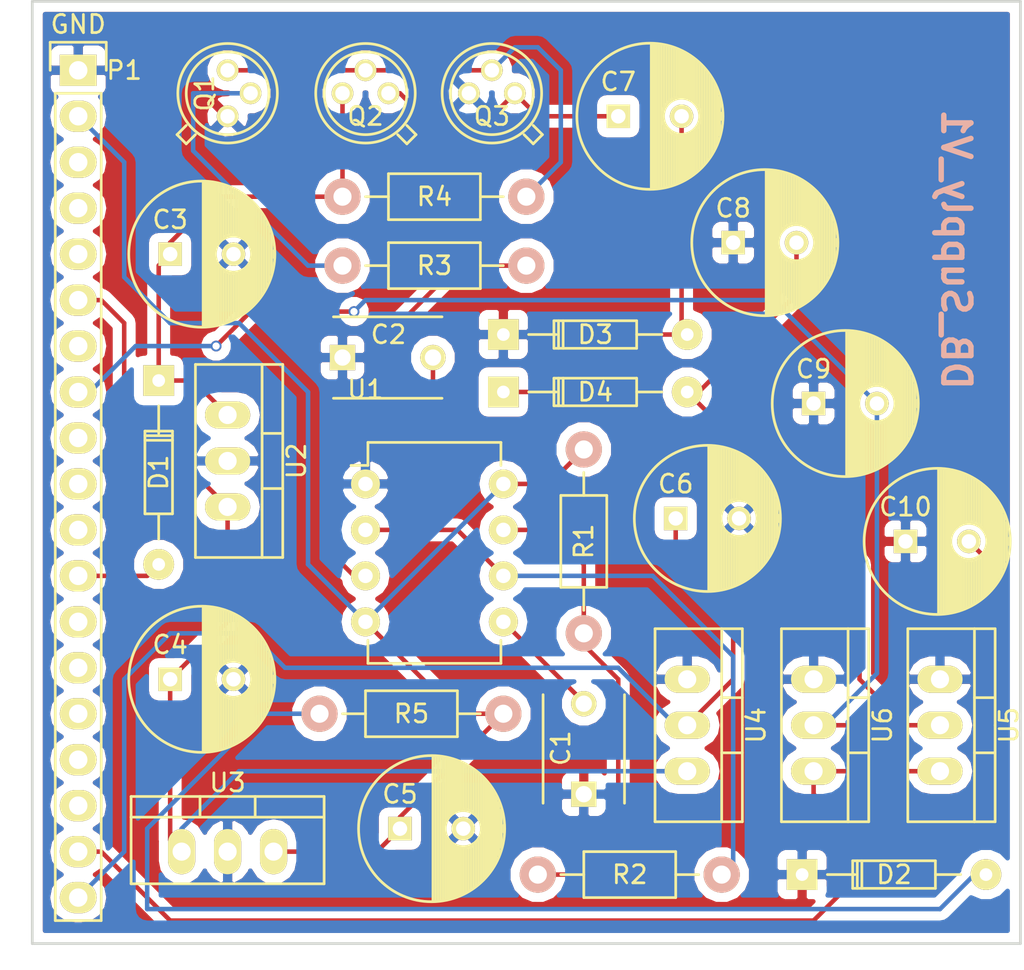
<source format=kicad_pcb>
(kicad_pcb (version 4) (host pcbnew 4.0.4+e1-6308~48~ubuntu16.04.1-stable)

  (general
    (links 59)
    (no_connects 0)
    (area 28.621667 40.564999 85.53 94.42)
    (thickness 1.6)
    (drawings 5)
    (tracks 141)
    (zones 0)
    (modules 29)
    (nets 19)
  )

  (page A4)
  (layers
    (0 F.Cu signal)
    (31 B.Cu signal)
    (32 B.Adhes user)
    (33 F.Adhes user)
    (34 B.Paste user)
    (35 F.Paste user)
    (36 B.SilkS user)
    (37 F.SilkS user)
    (38 B.Mask user)
    (39 F.Mask user)
    (40 Dwgs.User user)
    (41 Cmts.User user)
    (42 Eco1.User user)
    (43 Eco2.User user)
    (44 Edge.Cuts user)
    (45 Margin user)
    (46 B.CrtYd user)
    (47 F.CrtYd user)
    (48 B.Fab user)
    (49 F.Fab user)
  )

  (setup
    (last_trace_width 0.25)
    (trace_clearance 0.2)
    (zone_clearance 0.508)
    (zone_45_only no)
    (trace_min 0.2)
    (segment_width 0.2)
    (edge_width 0.15)
    (via_size 0.6)
    (via_drill 0.4)
    (via_min_size 0.4)
    (via_min_drill 0.3)
    (uvia_size 0.3)
    (uvia_drill 0.1)
    (uvias_allowed no)
    (uvia_min_size 0.2)
    (uvia_min_drill 0.1)
    (pcb_text_width 0.3)
    (pcb_text_size 1.5 1.5)
    (mod_edge_width 0.15)
    (mod_text_size 1 1)
    (mod_text_width 0.15)
    (pad_size 1.524 1.524)
    (pad_drill 0.762)
    (pad_to_mask_clearance 0.2)
    (aux_axis_origin 0 0)
    (visible_elements 7FFFFFFF)
    (pcbplotparams
      (layerselection 0x010f0_80000001)
      (usegerberextensions true)
      (excludeedgelayer true)
      (linewidth 0.100000)
      (plotframeref false)
      (viasonmask false)
      (mode 1)
      (useauxorigin false)
      (hpglpennumber 1)
      (hpglpenspeed 20)
      (hpglpendiameter 15)
      (hpglpenoverlay 2)
      (psnegative false)
      (psa4output false)
      (plotreference true)
      (plotvalue true)
      (plotinvisibletext false)
      (padsonsilk false)
      (subtractmaskfromsilk false)
      (outputformat 1)
      (mirror false)
      (drillshape 0)
      (scaleselection 1)
      (outputdirectory gerber/))
  )

  (net 0 "")
  (net 1 GND)
  (net 2 "Net-(C1-Pad2)")
  (net 3 "Net-(C2-Pad2)")
  (net 4 "Net-(C3-Pad1)")
  (net 5 "Net-(C4-Pad1)")
  (net 6 VCC)
  (net 7 "Net-(C6-Pad1)")
  (net 8 "Net-(C7-Pad2)")
  (net 9 "Net-(C7-Pad1)")
  (net 10 "Net-(C8-Pad2)")
  (net 11 "Net-(C9-Pad2)")
  (net 12 "Net-(C10-Pad2)")
  (net 13 "Net-(D1-Pad2)")
  (net 14 "Net-(D2-Pad2)")
  (net 15 "Net-(Q1-Pad2)")
  (net 16 "Net-(Q1-Pad3)")
  (net 17 "Net-(R1-Pad1)")
  (net 18 "Net-(R3-Pad2)")

  (net_class Default "This is the default net class."
    (clearance 0.2)
    (trace_width 0.25)
    (via_dia 0.6)
    (via_drill 0.4)
    (uvia_dia 0.3)
    (uvia_drill 0.1)
    (add_net GND)
    (add_net "Net-(C1-Pad2)")
    (add_net "Net-(C10-Pad2)")
    (add_net "Net-(C2-Pad2)")
    (add_net "Net-(C3-Pad1)")
    (add_net "Net-(C4-Pad1)")
    (add_net "Net-(C6-Pad1)")
    (add_net "Net-(C7-Pad1)")
    (add_net "Net-(C7-Pad2)")
    (add_net "Net-(C8-Pad2)")
    (add_net "Net-(C9-Pad2)")
    (add_net "Net-(D1-Pad2)")
    (add_net "Net-(D2-Pad2)")
    (add_net "Net-(Q1-Pad2)")
    (add_net "Net-(Q1-Pad3)")
    (add_net "Net-(R1-Pad1)")
    (add_net "Net-(R3-Pad2)")
    (add_net VCC)
  )

  (module Echopen:C_TH_common placed (layer F.Cu) (tedit 57B463AA) (tstamp 57B5CB5E)
    (at 60.96 84.455 90)
    (descr "Capacitor 6mm Disc, Pitch 5mm")
    (tags Capacitor)
    (path /572A04D4)
    (fp_text reference C1 (at 2.54 -1.27 90) (layer F.SilkS)
      (effects (font (size 1 1) (thickness 0.15)))
    )
    (fp_text value 10n (at 2.54 1.27 90) (layer F.Fab)
      (effects (font (size 1 1) (thickness 0.15)))
    )
    (fp_line (start -0.95 -2.5) (end 5.95 -2.5) (layer F.CrtYd) (width 0.05))
    (fp_line (start 5.95 -2.5) (end 5.95 2.5) (layer F.CrtYd) (width 0.05))
    (fp_line (start 5.95 2.5) (end -0.95 2.5) (layer F.CrtYd) (width 0.05))
    (fp_line (start -0.95 2.5) (end -0.95 -2.5) (layer F.CrtYd) (width 0.05))
    (fp_line (start -0.5 -2.25) (end 5.5 -2.25) (layer F.SilkS) (width 0.15))
    (fp_line (start 5.5 2.25) (end -0.5 2.25) (layer F.SilkS) (width 0.15))
    (pad 1 thru_hole rect (at 0 0 90) (size 1.4 1.4) (drill 0.9) (layers *.Cu *.Mask F.SilkS)
      (net 1 GND))
    (pad 2 thru_hole circle (at 5 0 90) (size 1.4 1.4) (drill 0.9) (layers *.Cu *.Mask F.SilkS)
      (net 2 "Net-(C1-Pad2)"))
    (model Capacitors_ThroughHole.3dshapes/C_Disc_D6_P5.wrl
      (at (xyz 0.098425 0 0))
      (scale (xyz 1 1 1))
      (rotate (xyz 0 0 0))
    )
  )

  (module Echopen:C_TH_common placed (layer F.Cu) (tedit 57B463AA) (tstamp 57B5CB64)
    (at 47.625 60.325)
    (descr "Capacitor 6mm Disc, Pitch 5mm")
    (tags Capacitor)
    (path /572A0580)
    (fp_text reference C2 (at 2.54 -1.27) (layer F.SilkS)
      (effects (font (size 1 1) (thickness 0.15)))
    )
    (fp_text value 47n (at 2.54 1.27) (layer F.Fab)
      (effects (font (size 1 1) (thickness 0.15)))
    )
    (fp_line (start -0.95 -2.5) (end 5.95 -2.5) (layer F.CrtYd) (width 0.05))
    (fp_line (start 5.95 -2.5) (end 5.95 2.5) (layer F.CrtYd) (width 0.05))
    (fp_line (start 5.95 2.5) (end -0.95 2.5) (layer F.CrtYd) (width 0.05))
    (fp_line (start -0.95 2.5) (end -0.95 -2.5) (layer F.CrtYd) (width 0.05))
    (fp_line (start -0.5 -2.25) (end 5.5 -2.25) (layer F.SilkS) (width 0.15))
    (fp_line (start 5.5 2.25) (end -0.5 2.25) (layer F.SilkS) (width 0.15))
    (pad 1 thru_hole rect (at 0 0) (size 1.4 1.4) (drill 0.9) (layers *.Cu *.Mask F.SilkS)
      (net 1 GND))
    (pad 2 thru_hole circle (at 5 0) (size 1.4 1.4) (drill 0.9) (layers *.Cu *.Mask F.SilkS)
      (net 3 "Net-(C2-Pad2)"))
    (model Capacitors_ThroughHole.3dshapes/C_Disc_D6_P5.wrl
      (at (xyz 0.098425 0 0))
      (scale (xyz 1 1 1))
      (rotate (xyz 0 0 0))
    )
  )

  (module Housings_DIP:DIP-8_W7.62mm placed (layer F.Cu) (tedit 54130A77) (tstamp 57B5CC19)
    (at 48.895 67.31)
    (descr "8-lead dip package, row spacing 7.62 mm (300 mils)")
    (tags "dil dip 2.54 300")
    (path /572A0226)
    (fp_text reference U1 (at 0 -5.22) (layer F.SilkS)
      (effects (font (size 1 1) (thickness 0.15)))
    )
    (fp_text value LM555N (at 0 -3.72) (layer F.Fab)
      (effects (font (size 1 1) (thickness 0.15)))
    )
    (fp_line (start -1.05 -2.45) (end -1.05 10.1) (layer F.CrtYd) (width 0.05))
    (fp_line (start 8.65 -2.45) (end 8.65 10.1) (layer F.CrtYd) (width 0.05))
    (fp_line (start -1.05 -2.45) (end 8.65 -2.45) (layer F.CrtYd) (width 0.05))
    (fp_line (start -1.05 10.1) (end 8.65 10.1) (layer F.CrtYd) (width 0.05))
    (fp_line (start 0.135 -2.295) (end 0.135 -1.025) (layer F.SilkS) (width 0.15))
    (fp_line (start 7.485 -2.295) (end 7.485 -1.025) (layer F.SilkS) (width 0.15))
    (fp_line (start 7.485 9.915) (end 7.485 8.645) (layer F.SilkS) (width 0.15))
    (fp_line (start 0.135 9.915) (end 0.135 8.645) (layer F.SilkS) (width 0.15))
    (fp_line (start 0.135 -2.295) (end 7.485 -2.295) (layer F.SilkS) (width 0.15))
    (fp_line (start 0.135 9.915) (end 7.485 9.915) (layer F.SilkS) (width 0.15))
    (fp_line (start 0.135 -1.025) (end -0.8 -1.025) (layer F.SilkS) (width 0.15))
    (pad 1 thru_hole oval (at 0 0) (size 1.6 1.6) (drill 0.8) (layers *.Cu *.Mask F.SilkS)
      (net 1 GND))
    (pad 2 thru_hole oval (at 0 2.54) (size 1.6 1.6) (drill 0.8) (layers *.Cu *.Mask F.SilkS)
      (net 3 "Net-(C2-Pad2)"))
    (pad 3 thru_hole oval (at 0 5.08) (size 1.6 1.6) (drill 0.8) (layers *.Cu *.Mask F.SilkS)
      (net 18 "Net-(R3-Pad2)"))
    (pad 4 thru_hole oval (at 0 7.62) (size 1.6 1.6) (drill 0.8) (layers *.Cu *.Mask F.SilkS)
      (net 6 VCC))
    (pad 5 thru_hole oval (at 7.62 7.62) (size 1.6 1.6) (drill 0.8) (layers *.Cu *.Mask F.SilkS)
      (net 2 "Net-(C1-Pad2)"))
    (pad 6 thru_hole oval (at 7.62 5.08) (size 1.6 1.6) (drill 0.8) (layers *.Cu *.Mask F.SilkS)
      (net 3 "Net-(C2-Pad2)"))
    (pad 7 thru_hole oval (at 7.62 2.54) (size 1.6 1.6) (drill 0.8) (layers *.Cu *.Mask F.SilkS)
      (net 17 "Net-(R1-Pad1)"))
    (pad 8 thru_hole oval (at 7.62 0) (size 1.6 1.6) (drill 0.8) (layers *.Cu *.Mask F.SilkS)
      (net 6 VCC))
    (model Housings_DIP.3dshapes/DIP-8_W7.62mm.wrl
      (at (xyz 0 0 0))
      (scale (xyz 1 1 1))
      (rotate (xyz 0 0 0))
    )
  )

  (module Echopen:TO-220_TH_common placed (layer F.Cu) (tedit 57B5C1DB) (tstamp 57B5CC20)
    (at 41.275 66.04 270)
    (descr "TO-220, Neutral, Vertical,")
    (tags "TO-220, Neutral, Vertical,")
    (path /57B5D420)
    (fp_text reference U2 (at 0 -3.81 270) (layer F.SilkS)
      (effects (font (size 1 1) (thickness 0.15)))
    )
    (fp_text value LM2940T-12.0/NOPB (at 0 2.54 270) (layer F.Fab)
      (effects (font (size 1 1) (thickness 0.15)))
    )
    (fp_line (start -1.524 -3.048) (end -1.524 -1.905) (layer F.SilkS) (width 0.15))
    (fp_line (start 1.524 -3.048) (end 1.524 -1.905) (layer F.SilkS) (width 0.15))
    (fp_line (start 5.334 -1.905) (end 5.334 1.778) (layer F.SilkS) (width 0.15))
    (fp_line (start 5.334 1.778) (end -5.334 1.778) (layer F.SilkS) (width 0.15))
    (fp_line (start -5.334 1.778) (end -5.334 -1.905) (layer F.SilkS) (width 0.15))
    (fp_line (start 5.334 -3.048) (end 5.334 -1.905) (layer F.SilkS) (width 0.15))
    (fp_line (start 5.334 -1.905) (end -5.334 -1.905) (layer F.SilkS) (width 0.15))
    (fp_line (start -5.334 -1.905) (end -5.334 -3.048) (layer F.SilkS) (width 0.15))
    (fp_line (start 0 -3.048) (end -5.334 -3.048) (layer F.SilkS) (width 0.15))
    (fp_line (start 0 -3.048) (end 5.334 -3.048) (layer F.SilkS) (width 0.15))
    (pad 2 thru_hole oval (at 0 0) (size 2.49936 1.50114) (drill 1.00076) (layers *.Cu *.Mask F.SilkS)
      (net 1 GND))
    (pad 1 thru_hole oval (at -2.54 0) (size 2.49936 1.50114) (drill 1.00076) (layers *.Cu *.Mask F.SilkS)
      (net 4 "Net-(C3-Pad1)"))
    (pad 3 thru_hole oval (at 2.54 0) (size 2.49936 1.50114) (drill 1.00076) (layers *.Cu *.Mask F.SilkS)
      (net 5 "Net-(C4-Pad1)"))
    (model TO_SOT_Packages_THT.3dshapes/TO-220_Neutral123_Vertical.wrl
      (at (xyz 0 0 0))
      (scale (xyz 0.3937 0.3937 0.3937))
      (rotate (xyz 0 0 0))
    )
  )

  (module Echopen:TO-220_TH_common placed (layer F.Cu) (tedit 57B5C1DB) (tstamp 57B5CC27)
    (at 41.275 87.63)
    (descr "TO-220, Neutral, Vertical,")
    (tags "TO-220, Neutral, Vertical,")
    (path /57B5D493)
    (fp_text reference U3 (at 0 -3.81) (layer F.SilkS)
      (effects (font (size 1 1) (thickness 0.15)))
    )
    (fp_text value LM2940T-5.0/NOPB (at 0 2.54) (layer F.Fab)
      (effects (font (size 1 1) (thickness 0.15)))
    )
    (fp_line (start -1.524 -3.048) (end -1.524 -1.905) (layer F.SilkS) (width 0.15))
    (fp_line (start 1.524 -3.048) (end 1.524 -1.905) (layer F.SilkS) (width 0.15))
    (fp_line (start 5.334 -1.905) (end 5.334 1.778) (layer F.SilkS) (width 0.15))
    (fp_line (start 5.334 1.778) (end -5.334 1.778) (layer F.SilkS) (width 0.15))
    (fp_line (start -5.334 1.778) (end -5.334 -1.905) (layer F.SilkS) (width 0.15))
    (fp_line (start 5.334 -3.048) (end 5.334 -1.905) (layer F.SilkS) (width 0.15))
    (fp_line (start 5.334 -1.905) (end -5.334 -1.905) (layer F.SilkS) (width 0.15))
    (fp_line (start -5.334 -1.905) (end -5.334 -3.048) (layer F.SilkS) (width 0.15))
    (fp_line (start 0 -3.048) (end -5.334 -3.048) (layer F.SilkS) (width 0.15))
    (fp_line (start 0 -3.048) (end 5.334 -3.048) (layer F.SilkS) (width 0.15))
    (pad 2 thru_hole oval (at 0 0 90) (size 2.49936 1.50114) (drill 1.00076) (layers *.Cu *.Mask F.SilkS)
      (net 1 GND))
    (pad 1 thru_hole oval (at -2.54 0 90) (size 2.49936 1.50114) (drill 1.00076) (layers *.Cu *.Mask F.SilkS)
      (net 5 "Net-(C4-Pad1)"))
    (pad 3 thru_hole oval (at 2.54 0 90) (size 2.49936 1.50114) (drill 1.00076) (layers *.Cu *.Mask F.SilkS)
      (net 6 VCC))
    (model TO_SOT_Packages_THT.3dshapes/TO-220_Neutral123_Vertical.wrl
      (at (xyz 0 0 0))
      (scale (xyz 0.3937 0.3937 0.3937))
      (rotate (xyz 0 0 0))
    )
  )

  (module Echopen:TO-220_TH_common placed (layer F.Cu) (tedit 57B5C1DB) (tstamp 57B5CC2E)
    (at 66.675 80.645 270)
    (descr "TO-220, Neutral, Vertical,")
    (tags "TO-220, Neutral, Vertical,")
    (path /57B5D506)
    (fp_text reference U4 (at 0 -3.81 270) (layer F.SilkS)
      (effects (font (size 1 1) (thickness 0.15)))
    )
    (fp_text value LM1117T-3.3/NOPB (at 0 2.54 270) (layer F.Fab)
      (effects (font (size 1 1) (thickness 0.15)))
    )
    (fp_line (start -1.524 -3.048) (end -1.524 -1.905) (layer F.SilkS) (width 0.15))
    (fp_line (start 1.524 -3.048) (end 1.524 -1.905) (layer F.SilkS) (width 0.15))
    (fp_line (start 5.334 -1.905) (end 5.334 1.778) (layer F.SilkS) (width 0.15))
    (fp_line (start 5.334 1.778) (end -5.334 1.778) (layer F.SilkS) (width 0.15))
    (fp_line (start -5.334 1.778) (end -5.334 -1.905) (layer F.SilkS) (width 0.15))
    (fp_line (start 5.334 -3.048) (end 5.334 -1.905) (layer F.SilkS) (width 0.15))
    (fp_line (start 5.334 -1.905) (end -5.334 -1.905) (layer F.SilkS) (width 0.15))
    (fp_line (start -5.334 -1.905) (end -5.334 -3.048) (layer F.SilkS) (width 0.15))
    (fp_line (start 0 -3.048) (end -5.334 -3.048) (layer F.SilkS) (width 0.15))
    (fp_line (start 0 -3.048) (end 5.334 -3.048) (layer F.SilkS) (width 0.15))
    (pad 2 thru_hole oval (at 0 0) (size 2.49936 1.50114) (drill 1.00076) (layers *.Cu *.Mask F.SilkS)
      (net 7 "Net-(C6-Pad1)"))
    (pad 1 thru_hole oval (at -2.54 0) (size 2.49936 1.50114) (drill 1.00076) (layers *.Cu *.Mask F.SilkS)
      (net 1 GND))
    (pad 3 thru_hole oval (at 2.54 0) (size 2.49936 1.50114) (drill 1.00076) (layers *.Cu *.Mask F.SilkS)
      (net 5 "Net-(C4-Pad1)"))
    (model TO_SOT_Packages_THT.3dshapes/TO-220_Neutral123_Vertical.wrl
      (at (xyz 0 0 0))
      (scale (xyz 0.3937 0.3937 0.3937))
      (rotate (xyz 0 0 0))
    )
  )

  (module Echopen:TO-220_TH_common placed (layer F.Cu) (tedit 57B5C1DB) (tstamp 57B5CC35)
    (at 80.645 80.645 270)
    (descr "TO-220, Neutral, Vertical,")
    (tags "TO-220, Neutral, Vertical,")
    (path /57B5EE41)
    (fp_text reference U5 (at 0 -3.81 270) (layer F.SilkS)
      (effects (font (size 1 1) (thickness 0.15)))
    )
    (fp_text value LM2990T-12.0/NOPB (at 0 2.54 270) (layer F.Fab)
      (effects (font (size 1 1) (thickness 0.15)))
    )
    (fp_line (start -1.524 -3.048) (end -1.524 -1.905) (layer F.SilkS) (width 0.15))
    (fp_line (start 1.524 -3.048) (end 1.524 -1.905) (layer F.SilkS) (width 0.15))
    (fp_line (start 5.334 -1.905) (end 5.334 1.778) (layer F.SilkS) (width 0.15))
    (fp_line (start 5.334 1.778) (end -5.334 1.778) (layer F.SilkS) (width 0.15))
    (fp_line (start -5.334 1.778) (end -5.334 -1.905) (layer F.SilkS) (width 0.15))
    (fp_line (start 5.334 -3.048) (end 5.334 -1.905) (layer F.SilkS) (width 0.15))
    (fp_line (start 5.334 -1.905) (end -5.334 -1.905) (layer F.SilkS) (width 0.15))
    (fp_line (start -5.334 -1.905) (end -5.334 -3.048) (layer F.SilkS) (width 0.15))
    (fp_line (start 0 -3.048) (end -5.334 -3.048) (layer F.SilkS) (width 0.15))
    (fp_line (start 0 -3.048) (end 5.334 -3.048) (layer F.SilkS) (width 0.15))
    (pad 2 thru_hole oval (at 0 0) (size 2.49936 1.50114) (drill 1.00076) (layers *.Cu *.Mask F.SilkS)
      (net 10 "Net-(C8-Pad2)"))
    (pad 1 thru_hole oval (at -2.54 0) (size 2.49936 1.50114) (drill 1.00076) (layers *.Cu *.Mask F.SilkS)
      (net 1 GND))
    (pad 3 thru_hole oval (at 2.54 0) (size 2.49936 1.50114) (drill 1.00076) (layers *.Cu *.Mask F.SilkS)
      (net 11 "Net-(C9-Pad2)"))
    (model TO_SOT_Packages_THT.3dshapes/TO-220_Neutral123_Vertical.wrl
      (at (xyz 0 0 0))
      (scale (xyz 0.3937 0.3937 0.3937))
      (rotate (xyz 0 0 0))
    )
  )

  (module Echopen:TO-220_TH_common placed (layer F.Cu) (tedit 57B5C1DB) (tstamp 57B5CC3C)
    (at 73.66 80.645 270)
    (descr "TO-220, Neutral, Vertical,")
    (tags "TO-220, Neutral, Vertical,")
    (path /57B5EEB8)
    (fp_text reference U6 (at 0 -3.81 270) (layer F.SilkS)
      (effects (font (size 1 1) (thickness 0.15)))
    )
    (fp_text value LM2990T-5.0/NOPB (at 0 2.54 270) (layer F.Fab)
      (effects (font (size 1 1) (thickness 0.15)))
    )
    (fp_line (start -1.524 -3.048) (end -1.524 -1.905) (layer F.SilkS) (width 0.15))
    (fp_line (start 1.524 -3.048) (end 1.524 -1.905) (layer F.SilkS) (width 0.15))
    (fp_line (start 5.334 -1.905) (end 5.334 1.778) (layer F.SilkS) (width 0.15))
    (fp_line (start 5.334 1.778) (end -5.334 1.778) (layer F.SilkS) (width 0.15))
    (fp_line (start -5.334 1.778) (end -5.334 -1.905) (layer F.SilkS) (width 0.15))
    (fp_line (start 5.334 -3.048) (end 5.334 -1.905) (layer F.SilkS) (width 0.15))
    (fp_line (start 5.334 -1.905) (end -5.334 -1.905) (layer F.SilkS) (width 0.15))
    (fp_line (start -5.334 -1.905) (end -5.334 -3.048) (layer F.SilkS) (width 0.15))
    (fp_line (start 0 -3.048) (end -5.334 -3.048) (layer F.SilkS) (width 0.15))
    (fp_line (start 0 -3.048) (end 5.334 -3.048) (layer F.SilkS) (width 0.15))
    (pad 2 thru_hole oval (at 0 0) (size 2.49936 1.50114) (drill 1.00076) (layers *.Cu *.Mask F.SilkS)
      (net 11 "Net-(C9-Pad2)"))
    (pad 1 thru_hole oval (at -2.54 0) (size 2.49936 1.50114) (drill 1.00076) (layers *.Cu *.Mask F.SilkS)
      (net 1 GND))
    (pad 3 thru_hole oval (at 2.54 0) (size 2.49936 1.50114) (drill 1.00076) (layers *.Cu *.Mask F.SilkS)
      (net 12 "Net-(C10-Pad2)"))
    (model TO_SOT_Packages_THT.3dshapes/TO-220_Neutral123_Vertical.wrl
      (at (xyz 0 0 0))
      (scale (xyz 0.3937 0.3937 0.3937))
      (rotate (xyz 0 0 0))
    )
  )

  (module Echopen:Header_pin_angled_1x19 (layer F.Cu) (tedit 57BDBCB9) (tstamp 57BDBE50)
    (at 33.02 67.31)
    (descr "Through hole socket strip")
    (tags "socket strip")
    (path /57A1CA2F)
    (fp_text reference P1 (at 2.54 -22.86) (layer F.SilkS)
      (effects (font (size 1 1) (thickness 0.15)))
    )
    (fp_text value CONN_01X19 (at 0.635 26.035) (layer F.Fab)
      (effects (font (size 1 1) (thickness 0.15)))
    )
    (fp_text user GND (at 0 -25.4) (layer F.SilkS)
      (effects (font (size 1 1) (thickness 0.15)))
    )
    (fp_line (start 1.75 -24.61) (end -1.75 -24.61) (layer F.CrtYd) (width 0.05))
    (fp_line (start 1.75 24.64) (end -1.75 24.64) (layer F.CrtYd) (width 0.05))
    (fp_line (start 1.75 -24.61) (end 1.75 24.64) (layer F.CrtYd) (width 0.05))
    (fp_line (start -1.75 -24.61) (end -1.75 24.64) (layer F.CrtYd) (width 0.05))
    (fp_line (start -1.27 -21.59) (end -1.27 24.13) (layer F.SilkS) (width 0.15))
    (fp_line (start -1.27 24.13) (end 1.27 24.13) (layer F.SilkS) (width 0.15))
    (fp_line (start 1.27 24.13) (end 1.27 -21.59) (layer F.SilkS) (width 0.15))
    (fp_line (start -1.55 -24.41) (end -1.55 -22.86) (layer F.SilkS) (width 0.15))
    (fp_line (start -1.27 -21.59) (end 1.27 -21.59) (layer F.SilkS) (width 0.15))
    (fp_line (start 1.55 -22.86) (end 1.55 -24.41) (layer F.SilkS) (width 0.15))
    (fp_line (start 1.55 -24.41) (end -1.55 -24.41) (layer F.SilkS) (width 0.15))
    (pad 1 thru_hole rect (at 0 -22.86 270) (size 1.7272 2.032) (drill 1.016) (layers *.Cu *.Mask F.SilkS)
      (net 1 GND))
    (pad 2 thru_hole oval (at 0 -20.32 270) (size 1.7272 2.032) (drill 1.016) (layers *.Cu *.Mask F.SilkS)
      (net 6 VCC))
    (pad 3 thru_hole oval (at 0 -17.78 270) (size 1.7272 2.032) (drill 1.016) (layers *.Cu *.Mask F.SilkS))
    (pad 4 thru_hole oval (at 0 -15.24 270) (size 1.7272 2.032) (drill 1.016) (layers *.Cu *.Mask F.SilkS))
    (pad 5 thru_hole oval (at 0 -12.7 270) (size 1.7272 2.032) (drill 1.016) (layers *.Cu *.Mask F.SilkS))
    (pad 6 thru_hole oval (at 0 -10.16 270) (size 1.7272 2.032) (drill 1.016) (layers *.Cu *.Mask F.SilkS)
      (net 5 "Net-(C4-Pad1)"))
    (pad 7 thru_hole oval (at 0 -7.62 270) (size 1.7272 2.032) (drill 1.016) (layers *.Cu *.Mask F.SilkS))
    (pad 8 thru_hole oval (at 0 -5.08 270) (size 1.7272 2.032) (drill 1.016) (layers *.Cu *.Mask F.SilkS)
      (net 11 "Net-(C9-Pad2)"))
    (pad 9 thru_hole oval (at 0 -2.54 270) (size 1.7272 2.032) (drill 1.016) (layers *.Cu *.Mask F.SilkS))
    (pad 10 thru_hole oval (at 0 0 270) (size 1.7272 2.032) (drill 1.016) (layers *.Cu *.Mask F.SilkS))
    (pad 11 thru_hole oval (at 0 2.54 270) (size 1.7272 2.032) (drill 1.016) (layers *.Cu *.Mask F.SilkS))
    (pad 12 thru_hole oval (at 0 5.08 270) (size 1.7272 2.032) (drill 1.016) (layers *.Cu *.Mask F.SilkS)
      (net 13 "Net-(D1-Pad2)"))
    (pad 13 thru_hole oval (at 0 7.62 270) (size 1.7272 2.032) (drill 1.016) (layers *.Cu *.Mask F.SilkS))
    (pad 14 thru_hole oval (at 0 10.16 270) (size 1.7272 2.032) (drill 1.016) (layers *.Cu *.Mask F.SilkS))
    (pad 15 thru_hole oval (at 0 12.7 270) (size 1.7272 2.032) (drill 1.016) (layers *.Cu *.Mask F.SilkS))
    (pad 16 thru_hole oval (at 0 15.24 270) (size 1.7272 2.032) (drill 1.016) (layers *.Cu *.Mask F.SilkS))
    (pad 17 thru_hole oval (at 0 17.78 270) (size 1.7272 2.032) (drill 1.016) (layers *.Cu *.Mask F.SilkS))
    (pad 18 thru_hole oval (at 0 20.32 270) (size 1.7272 2.032) (drill 1.016) (layers *.Cu *.Mask F.SilkS)
      (net 12 "Net-(C10-Pad2)"))
    (pad 19 thru_hole oval (at 0 22.86 270) (size 1.7272 2.032) (drill 1.016) (layers *.Cu *.Mask F.SilkS)
      (net 7 "Net-(C6-Pad1)"))
    (model Pin_Headers.3dshapes/Pin_Header_Angled_1x19.wrl
      (at (xyz 0 0 0))
      (scale (xyz 1 1 1))
      (rotate (xyz 0 0 -90))
    )
  )

  (module Echopen:TO-18_TH_common (layer F.Cu) (tedit 580DD979) (tstamp 57B5CBEF)
    (at 55.88 45.72)
    (descr "TO-18, 3Pin,")
    (tags "TO-18, 3Pin,")
    (path /57B5DB1D)
    (fp_text reference Q3 (at 0 1.27) (layer F.SilkS)
      (effects (font (size 1 1) (thickness 0.15)))
    )
    (fp_text value 2N2907 (at 0 3.175) (layer F.Fab)
      (effects (font (size 1 1) (thickness 0.15)))
    )
    (fp_line (start 2.794 2.286) (end 2.286 1.778) (layer F.SilkS) (width 0.15))
    (fp_line (start 1.778 2.286) (end 2.286 2.794) (layer F.SilkS) (width 0.15))
    (fp_line (start 2.286 2.794) (end 2.794 2.286) (layer F.SilkS) (width 0.15))
    (fp_circle (center 0 0) (end 2.286 0) (layer F.SilkS) (width 0.15))
    (fp_circle (center 0 0) (end 2.75 0) (layer F.SilkS) (width 0.15))
    (pad 1 thru_hole circle (at 1.27 0) (size 1.2 1.2) (drill 0.8) (layers *.Cu *.Mask F.SilkS)
      (net 9 "Net-(C7-Pad1)"))
    (pad 2 thru_hole circle (at 0 -1.27) (size 1.2 1.2) (drill 0.8) (layers *.Cu *.Mask F.SilkS)
      (net 16 "Net-(Q1-Pad3)"))
    (pad 3 thru_hole circle (at -1.27 0) (size 1.2 1.2) (drill 0.8) (layers *.Cu *.Mask F.SilkS)
      (net 1 GND))
    (model TO_SOT_Packages_THT.3dshapes/TO-18_3Pin.wrl
      (at (xyz 0 0 0))
      (scale (xyz 0.3937 0.3937 0.3937))
      (rotate (xyz 0 0 0))
    )
  )

  (module Echopen:TO-18_TH_common (layer F.Cu) (tedit 580DD979) (tstamp 57B5CBE8)
    (at 48.895 45.72)
    (descr "TO-18, 3Pin,")
    (tags "TO-18, 3Pin,")
    (path /57B5DAA6)
    (fp_text reference Q2 (at 0 1.27) (layer F.SilkS)
      (effects (font (size 1 1) (thickness 0.15)))
    )
    (fp_text value 2N2222 (at 0 3.175) (layer F.Fab)
      (effects (font (size 1 1) (thickness 0.15)))
    )
    (fp_line (start 2.794 2.286) (end 2.286 1.778) (layer F.SilkS) (width 0.15))
    (fp_line (start 1.778 2.286) (end 2.286 2.794) (layer F.SilkS) (width 0.15))
    (fp_line (start 2.286 2.794) (end 2.794 2.286) (layer F.SilkS) (width 0.15))
    (fp_circle (center 0 0) (end 2.286 0) (layer F.SilkS) (width 0.15))
    (fp_circle (center 0 0) (end 2.75 0) (layer F.SilkS) (width 0.15))
    (pad 1 thru_hole circle (at 1.27 0) (size 1.2 1.2) (drill 0.8) (layers *.Cu *.Mask F.SilkS)
      (net 9 "Net-(C7-Pad1)"))
    (pad 2 thru_hole circle (at 0 -1.27) (size 1.2 1.2) (drill 0.8) (layers *.Cu *.Mask F.SilkS)
      (net 16 "Net-(Q1-Pad3)"))
    (pad 3 thru_hole circle (at -1.27 0) (size 1.2 1.2) (drill 0.8) (layers *.Cu *.Mask F.SilkS)
      (net 4 "Net-(C3-Pad1)"))
    (model TO_SOT_Packages_THT.3dshapes/TO-18_3Pin.wrl
      (at (xyz 0 0 0))
      (scale (xyz 0.3937 0.3937 0.3937))
      (rotate (xyz 0 0 0))
    )
  )

  (module Echopen:TO-18_TH_common (layer F.Cu) (tedit 580DD979) (tstamp 57B5CBE1)
    (at 41.275 45.72 270)
    (descr "TO-18, 3Pin,")
    (tags "TO-18, 3Pin,")
    (path /57B5DA31)
    (fp_text reference Q1 (at 0 1.27 270) (layer F.SilkS)
      (effects (font (size 1 1) (thickness 0.15)))
    )
    (fp_text value 2N2222 (at 0 3.175 270) (layer F.Fab)
      (effects (font (size 1 1) (thickness 0.15)))
    )
    (fp_line (start 2.794 2.286) (end 2.286 1.778) (layer F.SilkS) (width 0.15))
    (fp_line (start 1.778 2.286) (end 2.286 2.794) (layer F.SilkS) (width 0.15))
    (fp_line (start 2.286 2.794) (end 2.794 2.286) (layer F.SilkS) (width 0.15))
    (fp_circle (center 0 0) (end 2.286 0) (layer F.SilkS) (width 0.15))
    (fp_circle (center 0 0) (end 2.75 0) (layer F.SilkS) (width 0.15))
    (pad 1 thru_hole circle (at 1.27 0 270) (size 1.2 1.2) (drill 0.8) (layers *.Cu *.Mask F.SilkS)
      (net 1 GND))
    (pad 2 thru_hole circle (at 0 -1.27 270) (size 1.2 1.2) (drill 0.8) (layers *.Cu *.Mask F.SilkS)
      (net 15 "Net-(Q1-Pad2)"))
    (pad 3 thru_hole circle (at -1.27 0 270) (size 1.2 1.2) (drill 0.8) (layers *.Cu *.Mask F.SilkS)
      (net 16 "Net-(Q1-Pad3)"))
    (model TO_SOT_Packages_THT.3dshapes/TO-18_3Pin.wrl
      (at (xyz 0 0 0))
      (scale (xyz 0.3937 0.3937 0.3937))
      (rotate (xyz 0 0 0))
    )
  )

  (module Echopen:Resistor_TH_common (layer F.Cu) (tedit 580DD939) (tstamp 57B5CC0D)
    (at 46.355 80.01)
    (descr "Resistor, Axial,  RM 10mm, 1/3W")
    (tags "Resistor Axial RM 10mm 1/3W")
    (path /572A2406)
    (fp_text reference R5 (at 5.08 0) (layer F.SilkS)
      (effects (font (size 1 1) (thickness 0.15)))
    )
    (fp_text value 270 (at 5.08 1.905) (layer F.Fab)
      (effects (font (size 1 1) (thickness 0.15)))
    )
    (fp_line (start -1.25 -1.5) (end 11.4 -1.5) (layer F.CrtYd) (width 0.05))
    (fp_line (start -1.25 1.5) (end -1.25 -1.5) (layer F.CrtYd) (width 0.05))
    (fp_line (start 11.4 -1.5) (end 11.4 1.5) (layer F.CrtYd) (width 0.05))
    (fp_line (start -1.25 1.5) (end 11.4 1.5) (layer F.CrtYd) (width 0.05))
    (fp_line (start 2.54 -1.27) (end 7.62 -1.27) (layer F.SilkS) (width 0.15))
    (fp_line (start 7.62 -1.27) (end 7.62 1.27) (layer F.SilkS) (width 0.15))
    (fp_line (start 7.62 1.27) (end 2.54 1.27) (layer F.SilkS) (width 0.15))
    (fp_line (start 2.54 1.27) (end 2.54 -1.27) (layer F.SilkS) (width 0.15))
    (fp_line (start 2.54 0) (end 1.27 0) (layer F.SilkS) (width 0.15))
    (fp_line (start 7.62 0) (end 8.89 0) (layer F.SilkS) (width 0.15))
    (pad 1 thru_hole circle (at 0 0) (size 1.99898 1.99898) (drill 1.00076) (layers *.Cu *.SilkS *.Mask)
      (net 14 "Net-(D2-Pad2)"))
    (pad 2 thru_hole circle (at 10.16 0) (size 1.99898 1.99898) (drill 1.00076) (layers *.Cu *.SilkS *.Mask)
      (net 6 VCC))
    (model Resistors_ThroughHole.3dshapes/Resistor_Horizontal_RM10mm.wrl
      (at (xyz 0.2 0 0))
      (scale (xyz 0.4 0.4 0.4))
      (rotate (xyz 0 0 0))
    )
  )

  (module Echopen:Resistor_TH_common (layer F.Cu) (tedit 580DD939) (tstamp 57B5CC07)
    (at 47.625 51.435)
    (descr "Resistor, Axial,  RM 10mm, 1/3W")
    (tags "Resistor Axial RM 10mm 1/3W")
    (path /572A39CF)
    (fp_text reference R4 (at 5.08 0) (layer F.SilkS)
      (effects (font (size 1 1) (thickness 0.15)))
    )
    (fp_text value 1.8k (at 5.08 1.905) (layer F.Fab)
      (effects (font (size 1 1) (thickness 0.15)))
    )
    (fp_line (start -1.25 -1.5) (end 11.4 -1.5) (layer F.CrtYd) (width 0.05))
    (fp_line (start -1.25 1.5) (end -1.25 -1.5) (layer F.CrtYd) (width 0.05))
    (fp_line (start 11.4 -1.5) (end 11.4 1.5) (layer F.CrtYd) (width 0.05))
    (fp_line (start -1.25 1.5) (end 11.4 1.5) (layer F.CrtYd) (width 0.05))
    (fp_line (start 2.54 -1.27) (end 7.62 -1.27) (layer F.SilkS) (width 0.15))
    (fp_line (start 7.62 -1.27) (end 7.62 1.27) (layer F.SilkS) (width 0.15))
    (fp_line (start 7.62 1.27) (end 2.54 1.27) (layer F.SilkS) (width 0.15))
    (fp_line (start 2.54 1.27) (end 2.54 -1.27) (layer F.SilkS) (width 0.15))
    (fp_line (start 2.54 0) (end 1.27 0) (layer F.SilkS) (width 0.15))
    (fp_line (start 7.62 0) (end 8.89 0) (layer F.SilkS) (width 0.15))
    (pad 1 thru_hole circle (at 0 0) (size 1.99898 1.99898) (drill 1.00076) (layers *.Cu *.SilkS *.Mask)
      (net 4 "Net-(C3-Pad1)"))
    (pad 2 thru_hole circle (at 10.16 0) (size 1.99898 1.99898) (drill 1.00076) (layers *.Cu *.SilkS *.Mask)
      (net 16 "Net-(Q1-Pad3)"))
    (model Resistors_ThroughHole.3dshapes/Resistor_Horizontal_RM10mm.wrl
      (at (xyz 0.2 0 0))
      (scale (xyz 0.4 0.4 0.4))
      (rotate (xyz 0 0 0))
    )
  )

  (module Echopen:Resistor_TH_common (layer F.Cu) (tedit 580DD939) (tstamp 57B5CC01)
    (at 47.625 55.245)
    (descr "Resistor, Axial,  RM 10mm, 1/3W")
    (tags "Resistor Axial RM 10mm 1/3W")
    (path /572A487D)
    (fp_text reference R3 (at 5.08 0) (layer F.SilkS)
      (effects (font (size 1 1) (thickness 0.15)))
    )
    (fp_text value 3.3k (at 5.08 1.905) (layer F.Fab)
      (effects (font (size 1 1) (thickness 0.15)))
    )
    (fp_line (start -1.25 -1.5) (end 11.4 -1.5) (layer F.CrtYd) (width 0.05))
    (fp_line (start -1.25 1.5) (end -1.25 -1.5) (layer F.CrtYd) (width 0.05))
    (fp_line (start 11.4 -1.5) (end 11.4 1.5) (layer F.CrtYd) (width 0.05))
    (fp_line (start -1.25 1.5) (end 11.4 1.5) (layer F.CrtYd) (width 0.05))
    (fp_line (start 2.54 -1.27) (end 7.62 -1.27) (layer F.SilkS) (width 0.15))
    (fp_line (start 7.62 -1.27) (end 7.62 1.27) (layer F.SilkS) (width 0.15))
    (fp_line (start 7.62 1.27) (end 2.54 1.27) (layer F.SilkS) (width 0.15))
    (fp_line (start 2.54 1.27) (end 2.54 -1.27) (layer F.SilkS) (width 0.15))
    (fp_line (start 2.54 0) (end 1.27 0) (layer F.SilkS) (width 0.15))
    (fp_line (start 7.62 0) (end 8.89 0) (layer F.SilkS) (width 0.15))
    (pad 1 thru_hole circle (at 0 0) (size 1.99898 1.99898) (drill 1.00076) (layers *.Cu *.SilkS *.Mask)
      (net 15 "Net-(Q1-Pad2)"))
    (pad 2 thru_hole circle (at 10.16 0) (size 1.99898 1.99898) (drill 1.00076) (layers *.Cu *.SilkS *.Mask)
      (net 18 "Net-(R3-Pad2)"))
    (model Resistors_ThroughHole.3dshapes/Resistor_Horizontal_RM10mm.wrl
      (at (xyz 0.2 0 0))
      (scale (xyz 0.4 0.4 0.4))
      (rotate (xyz 0 0 0))
    )
  )

  (module Echopen:Resistor_TH_common (layer F.Cu) (tedit 580DD939) (tstamp 57B5CBFB)
    (at 58.42 88.9)
    (descr "Resistor, Axial,  RM 10mm, 1/3W")
    (tags "Resistor Axial RM 10mm 1/3W")
    (path /572A061B)
    (fp_text reference R2 (at 5.08 0) (layer F.SilkS)
      (effects (font (size 1 1) (thickness 0.15)))
    )
    (fp_text value 12k (at 5.08 1.905) (layer F.Fab)
      (effects (font (size 1 1) (thickness 0.15)))
    )
    (fp_line (start -1.25 -1.5) (end 11.4 -1.5) (layer F.CrtYd) (width 0.05))
    (fp_line (start -1.25 1.5) (end -1.25 -1.5) (layer F.CrtYd) (width 0.05))
    (fp_line (start 11.4 -1.5) (end 11.4 1.5) (layer F.CrtYd) (width 0.05))
    (fp_line (start -1.25 1.5) (end 11.4 1.5) (layer F.CrtYd) (width 0.05))
    (fp_line (start 2.54 -1.27) (end 7.62 -1.27) (layer F.SilkS) (width 0.15))
    (fp_line (start 7.62 -1.27) (end 7.62 1.27) (layer F.SilkS) (width 0.15))
    (fp_line (start 7.62 1.27) (end 2.54 1.27) (layer F.SilkS) (width 0.15))
    (fp_line (start 2.54 1.27) (end 2.54 -1.27) (layer F.SilkS) (width 0.15))
    (fp_line (start 2.54 0) (end 1.27 0) (layer F.SilkS) (width 0.15))
    (fp_line (start 7.62 0) (end 8.89 0) (layer F.SilkS) (width 0.15))
    (pad 1 thru_hole circle (at 0 0) (size 1.99898 1.99898) (drill 1.00076) (layers *.Cu *.SilkS *.Mask)
      (net 17 "Net-(R1-Pad1)"))
    (pad 2 thru_hole circle (at 10.16 0) (size 1.99898 1.99898) (drill 1.00076) (layers *.Cu *.SilkS *.Mask)
      (net 3 "Net-(C2-Pad2)"))
    (model Resistors_ThroughHole.3dshapes/Resistor_Horizontal_RM10mm.wrl
      (at (xyz 0.2 0 0))
      (scale (xyz 0.4 0.4 0.4))
      (rotate (xyz 0 0 0))
    )
  )

  (module Echopen:Resistor_TH_common (layer F.Cu) (tedit 580DD939) (tstamp 57B5CBF5)
    (at 60.96 75.565 90)
    (descr "Resistor, Axial,  RM 10mm, 1/3W")
    (tags "Resistor Axial RM 10mm 1/3W")
    (path /572A0AD9)
    (fp_text reference R1 (at 5.08 0 90) (layer F.SilkS)
      (effects (font (size 1 1) (thickness 0.15)))
    )
    (fp_text value 2.2k (at 5.08 1.905 90) (layer F.Fab)
      (effects (font (size 1 1) (thickness 0.15)))
    )
    (fp_line (start -1.25 -1.5) (end 11.4 -1.5) (layer F.CrtYd) (width 0.05))
    (fp_line (start -1.25 1.5) (end -1.25 -1.5) (layer F.CrtYd) (width 0.05))
    (fp_line (start 11.4 -1.5) (end 11.4 1.5) (layer F.CrtYd) (width 0.05))
    (fp_line (start -1.25 1.5) (end 11.4 1.5) (layer F.CrtYd) (width 0.05))
    (fp_line (start 2.54 -1.27) (end 7.62 -1.27) (layer F.SilkS) (width 0.15))
    (fp_line (start 7.62 -1.27) (end 7.62 1.27) (layer F.SilkS) (width 0.15))
    (fp_line (start 7.62 1.27) (end 2.54 1.27) (layer F.SilkS) (width 0.15))
    (fp_line (start 2.54 1.27) (end 2.54 -1.27) (layer F.SilkS) (width 0.15))
    (fp_line (start 2.54 0) (end 1.27 0) (layer F.SilkS) (width 0.15))
    (fp_line (start 7.62 0) (end 8.89 0) (layer F.SilkS) (width 0.15))
    (pad 1 thru_hole circle (at 0 0 90) (size 1.99898 1.99898) (drill 1.00076) (layers *.Cu *.SilkS *.Mask)
      (net 17 "Net-(R1-Pad1)"))
    (pad 2 thru_hole circle (at 10.16 0 90) (size 1.99898 1.99898) (drill 1.00076) (layers *.Cu *.SilkS *.Mask)
      (net 6 VCC))
    (model Resistors_ThroughHole.3dshapes/Resistor_Horizontal_RM10mm.wrl
      (at (xyz 0.2 0 0))
      (scale (xyz 0.4 0.4 0.4))
      (rotate (xyz 0 0 0))
    )
  )

  (module Echopen:CP_TH_common (layer F.Cu) (tedit 580DD8BA) (tstamp 57B5CB94)
    (at 78.74 70.485)
    (descr "Radial Electrolytic Capacitor Diameter 8mm x Length 11.5mm, Pitch 3.5mm")
    (tags "Electrolytic Capacitor")
    (path /575A1244)
    (fp_text reference C10 (at 0 -1.905) (layer F.SilkS)
      (effects (font (size 1 1) (thickness 0.15)))
    )
    (fp_text value 47u (at 1.27 1.905) (layer F.Fab)
      (effects (font (size 1 1) (thickness 0.15)))
    )
    (fp_line (start 1.825 -3.999) (end 1.825 3.999) (layer F.SilkS) (width 0.15))
    (fp_line (start 1.965 -3.994) (end 1.965 3.994) (layer F.SilkS) (width 0.15))
    (fp_line (start 2.105 -3.984) (end 2.105 3.984) (layer F.SilkS) (width 0.15))
    (fp_line (start 2.245 -3.969) (end 2.245 3.969) (layer F.SilkS) (width 0.15))
    (fp_line (start 2.385 -3.949) (end 2.385 3.949) (layer F.SilkS) (width 0.15))
    (fp_line (start 2.525 -3.924) (end 2.525 -0.222) (layer F.SilkS) (width 0.15))
    (fp_line (start 2.525 0.222) (end 2.525 3.924) (layer F.SilkS) (width 0.15))
    (fp_line (start 2.665 -3.894) (end 2.665 -0.55) (layer F.SilkS) (width 0.15))
    (fp_line (start 2.665 0.55) (end 2.665 3.894) (layer F.SilkS) (width 0.15))
    (fp_line (start 2.805 -3.858) (end 2.805 -0.719) (layer F.SilkS) (width 0.15))
    (fp_line (start 2.805 0.719) (end 2.805 3.858) (layer F.SilkS) (width 0.15))
    (fp_line (start 2.945 -3.817) (end 2.945 -0.832) (layer F.SilkS) (width 0.15))
    (fp_line (start 2.945 0.832) (end 2.945 3.817) (layer F.SilkS) (width 0.15))
    (fp_line (start 3.085 -3.771) (end 3.085 -0.91) (layer F.SilkS) (width 0.15))
    (fp_line (start 3.085 0.91) (end 3.085 3.771) (layer F.SilkS) (width 0.15))
    (fp_line (start 3.225 -3.718) (end 3.225 -0.961) (layer F.SilkS) (width 0.15))
    (fp_line (start 3.225 0.961) (end 3.225 3.718) (layer F.SilkS) (width 0.15))
    (fp_line (start 3.365 -3.659) (end 3.365 -0.991) (layer F.SilkS) (width 0.15))
    (fp_line (start 3.365 0.991) (end 3.365 3.659) (layer F.SilkS) (width 0.15))
    (fp_line (start 3.505 -3.594) (end 3.505 -1) (layer F.SilkS) (width 0.15))
    (fp_line (start 3.505 1) (end 3.505 3.594) (layer F.SilkS) (width 0.15))
    (fp_line (start 3.645 -3.523) (end 3.645 -0.989) (layer F.SilkS) (width 0.15))
    (fp_line (start 3.645 0.989) (end 3.645 3.523) (layer F.SilkS) (width 0.15))
    (fp_line (start 3.785 -3.444) (end 3.785 -0.959) (layer F.SilkS) (width 0.15))
    (fp_line (start 3.785 0.959) (end 3.785 3.444) (layer F.SilkS) (width 0.15))
    (fp_line (start 3.925 -3.357) (end 3.925 -0.905) (layer F.SilkS) (width 0.15))
    (fp_line (start 3.925 0.905) (end 3.925 3.357) (layer F.SilkS) (width 0.15))
    (fp_line (start 4.065 -3.262) (end 4.065 -0.825) (layer F.SilkS) (width 0.15))
    (fp_line (start 4.065 0.825) (end 4.065 3.262) (layer F.SilkS) (width 0.15))
    (fp_line (start 4.205 -3.158) (end 4.205 -0.709) (layer F.SilkS) (width 0.15))
    (fp_line (start 4.205 0.709) (end 4.205 3.158) (layer F.SilkS) (width 0.15))
    (fp_line (start 4.345 -3.044) (end 4.345 -0.535) (layer F.SilkS) (width 0.15))
    (fp_line (start 4.345 0.535) (end 4.345 3.044) (layer F.SilkS) (width 0.15))
    (fp_line (start 4.485 -2.919) (end 4.485 -0.173) (layer F.SilkS) (width 0.15))
    (fp_line (start 4.485 0.173) (end 4.485 2.919) (layer F.SilkS) (width 0.15))
    (fp_line (start 4.625 -2.781) (end 4.625 2.781) (layer F.SilkS) (width 0.15))
    (fp_line (start 4.765 -2.629) (end 4.765 2.629) (layer F.SilkS) (width 0.15))
    (fp_line (start 4.905 -2.459) (end 4.905 2.459) (layer F.SilkS) (width 0.15))
    (fp_line (start 5.045 -2.268) (end 5.045 2.268) (layer F.SilkS) (width 0.15))
    (fp_line (start 5.185 -2.05) (end 5.185 2.05) (layer F.SilkS) (width 0.15))
    (fp_line (start 5.325 -1.794) (end 5.325 1.794) (layer F.SilkS) (width 0.15))
    (fp_line (start 5.465 -1.483) (end 5.465 1.483) (layer F.SilkS) (width 0.15))
    (fp_line (start 5.605 -1.067) (end 5.605 1.067) (layer F.SilkS) (width 0.15))
    (fp_line (start 5.745 -0.2) (end 5.745 0.2) (layer F.SilkS) (width 0.15))
    (fp_circle (center 3.5 0) (end 3.5 -1) (layer F.SilkS) (width 0.15))
    (fp_circle (center 1.75 0) (end 1.75 -4.0375) (layer F.SilkS) (width 0.15))
    (fp_circle (center 1.75 0) (end 1.75 -4.3) (layer F.CrtYd) (width 0.05))
    (pad 2 thru_hole circle (at 3.5 0) (size 1.3 1.3) (drill 0.8) (layers *.Cu *.Mask F.SilkS)
      (net 12 "Net-(C10-Pad2)"))
    (pad 1 thru_hole rect (at 0 0) (size 1.3 1.3) (drill 0.8) (layers *.Cu *.Mask F.SilkS)
      (net 1 GND))
    (model Capacitors_ThroughHole.3dshapes/C_Radial_D8_L11.5_P3.5.wrl
      (at (xyz 0 0 0))
      (scale (xyz 1 1 1))
      (rotate (xyz 0 0 0))
    )
  )

  (module Echopen:CP_TH_common (layer F.Cu) (tedit 580DD8BA) (tstamp 57B5CB8E)
    (at 73.66 62.865)
    (descr "Radial Electrolytic Capacitor Diameter 8mm x Length 11.5mm, Pitch 3.5mm")
    (tags "Electrolytic Capacitor")
    (path /572A43A2)
    (fp_text reference C9 (at 0 -1.905) (layer F.SilkS)
      (effects (font (size 1 1) (thickness 0.15)))
    )
    (fp_text value 47u (at 1.27 1.905) (layer F.Fab)
      (effects (font (size 1 1) (thickness 0.15)))
    )
    (fp_line (start 1.825 -3.999) (end 1.825 3.999) (layer F.SilkS) (width 0.15))
    (fp_line (start 1.965 -3.994) (end 1.965 3.994) (layer F.SilkS) (width 0.15))
    (fp_line (start 2.105 -3.984) (end 2.105 3.984) (layer F.SilkS) (width 0.15))
    (fp_line (start 2.245 -3.969) (end 2.245 3.969) (layer F.SilkS) (width 0.15))
    (fp_line (start 2.385 -3.949) (end 2.385 3.949) (layer F.SilkS) (width 0.15))
    (fp_line (start 2.525 -3.924) (end 2.525 -0.222) (layer F.SilkS) (width 0.15))
    (fp_line (start 2.525 0.222) (end 2.525 3.924) (layer F.SilkS) (width 0.15))
    (fp_line (start 2.665 -3.894) (end 2.665 -0.55) (layer F.SilkS) (width 0.15))
    (fp_line (start 2.665 0.55) (end 2.665 3.894) (layer F.SilkS) (width 0.15))
    (fp_line (start 2.805 -3.858) (end 2.805 -0.719) (layer F.SilkS) (width 0.15))
    (fp_line (start 2.805 0.719) (end 2.805 3.858) (layer F.SilkS) (width 0.15))
    (fp_line (start 2.945 -3.817) (end 2.945 -0.832) (layer F.SilkS) (width 0.15))
    (fp_line (start 2.945 0.832) (end 2.945 3.817) (layer F.SilkS) (width 0.15))
    (fp_line (start 3.085 -3.771) (end 3.085 -0.91) (layer F.SilkS) (width 0.15))
    (fp_line (start 3.085 0.91) (end 3.085 3.771) (layer F.SilkS) (width 0.15))
    (fp_line (start 3.225 -3.718) (end 3.225 -0.961) (layer F.SilkS) (width 0.15))
    (fp_line (start 3.225 0.961) (end 3.225 3.718) (layer F.SilkS) (width 0.15))
    (fp_line (start 3.365 -3.659) (end 3.365 -0.991) (layer F.SilkS) (width 0.15))
    (fp_line (start 3.365 0.991) (end 3.365 3.659) (layer F.SilkS) (width 0.15))
    (fp_line (start 3.505 -3.594) (end 3.505 -1) (layer F.SilkS) (width 0.15))
    (fp_line (start 3.505 1) (end 3.505 3.594) (layer F.SilkS) (width 0.15))
    (fp_line (start 3.645 -3.523) (end 3.645 -0.989) (layer F.SilkS) (width 0.15))
    (fp_line (start 3.645 0.989) (end 3.645 3.523) (layer F.SilkS) (width 0.15))
    (fp_line (start 3.785 -3.444) (end 3.785 -0.959) (layer F.SilkS) (width 0.15))
    (fp_line (start 3.785 0.959) (end 3.785 3.444) (layer F.SilkS) (width 0.15))
    (fp_line (start 3.925 -3.357) (end 3.925 -0.905) (layer F.SilkS) (width 0.15))
    (fp_line (start 3.925 0.905) (end 3.925 3.357) (layer F.SilkS) (width 0.15))
    (fp_line (start 4.065 -3.262) (end 4.065 -0.825) (layer F.SilkS) (width 0.15))
    (fp_line (start 4.065 0.825) (end 4.065 3.262) (layer F.SilkS) (width 0.15))
    (fp_line (start 4.205 -3.158) (end 4.205 -0.709) (layer F.SilkS) (width 0.15))
    (fp_line (start 4.205 0.709) (end 4.205 3.158) (layer F.SilkS) (width 0.15))
    (fp_line (start 4.345 -3.044) (end 4.345 -0.535) (layer F.SilkS) (width 0.15))
    (fp_line (start 4.345 0.535) (end 4.345 3.044) (layer F.SilkS) (width 0.15))
    (fp_line (start 4.485 -2.919) (end 4.485 -0.173) (layer F.SilkS) (width 0.15))
    (fp_line (start 4.485 0.173) (end 4.485 2.919) (layer F.SilkS) (width 0.15))
    (fp_line (start 4.625 -2.781) (end 4.625 2.781) (layer F.SilkS) (width 0.15))
    (fp_line (start 4.765 -2.629) (end 4.765 2.629) (layer F.SilkS) (width 0.15))
    (fp_line (start 4.905 -2.459) (end 4.905 2.459) (layer F.SilkS) (width 0.15))
    (fp_line (start 5.045 -2.268) (end 5.045 2.268) (layer F.SilkS) (width 0.15))
    (fp_line (start 5.185 -2.05) (end 5.185 2.05) (layer F.SilkS) (width 0.15))
    (fp_line (start 5.325 -1.794) (end 5.325 1.794) (layer F.SilkS) (width 0.15))
    (fp_line (start 5.465 -1.483) (end 5.465 1.483) (layer F.SilkS) (width 0.15))
    (fp_line (start 5.605 -1.067) (end 5.605 1.067) (layer F.SilkS) (width 0.15))
    (fp_line (start 5.745 -0.2) (end 5.745 0.2) (layer F.SilkS) (width 0.15))
    (fp_circle (center 3.5 0) (end 3.5 -1) (layer F.SilkS) (width 0.15))
    (fp_circle (center 1.75 0) (end 1.75 -4.0375) (layer F.SilkS) (width 0.15))
    (fp_circle (center 1.75 0) (end 1.75 -4.3) (layer F.CrtYd) (width 0.05))
    (pad 2 thru_hole circle (at 3.5 0) (size 1.3 1.3) (drill 0.8) (layers *.Cu *.Mask F.SilkS)
      (net 11 "Net-(C9-Pad2)"))
    (pad 1 thru_hole rect (at 0 0) (size 1.3 1.3) (drill 0.8) (layers *.Cu *.Mask F.SilkS)
      (net 1 GND))
    (model Capacitors_ThroughHole.3dshapes/C_Radial_D8_L11.5_P3.5.wrl
      (at (xyz 0 0 0))
      (scale (xyz 1 1 1))
      (rotate (xyz 0 0 0))
    )
  )

  (module Echopen:CP_TH_common (layer F.Cu) (tedit 580DD8BA) (tstamp 57B5CB88)
    (at 69.215 53.975)
    (descr "Radial Electrolytic Capacitor Diameter 8mm x Length 11.5mm, Pitch 3.5mm")
    (tags "Electrolytic Capacitor")
    (path /572A41F8)
    (fp_text reference C8 (at 0 -1.905) (layer F.SilkS)
      (effects (font (size 1 1) (thickness 0.15)))
    )
    (fp_text value 47u (at 1.27 1.905) (layer F.Fab)
      (effects (font (size 1 1) (thickness 0.15)))
    )
    (fp_line (start 1.825 -3.999) (end 1.825 3.999) (layer F.SilkS) (width 0.15))
    (fp_line (start 1.965 -3.994) (end 1.965 3.994) (layer F.SilkS) (width 0.15))
    (fp_line (start 2.105 -3.984) (end 2.105 3.984) (layer F.SilkS) (width 0.15))
    (fp_line (start 2.245 -3.969) (end 2.245 3.969) (layer F.SilkS) (width 0.15))
    (fp_line (start 2.385 -3.949) (end 2.385 3.949) (layer F.SilkS) (width 0.15))
    (fp_line (start 2.525 -3.924) (end 2.525 -0.222) (layer F.SilkS) (width 0.15))
    (fp_line (start 2.525 0.222) (end 2.525 3.924) (layer F.SilkS) (width 0.15))
    (fp_line (start 2.665 -3.894) (end 2.665 -0.55) (layer F.SilkS) (width 0.15))
    (fp_line (start 2.665 0.55) (end 2.665 3.894) (layer F.SilkS) (width 0.15))
    (fp_line (start 2.805 -3.858) (end 2.805 -0.719) (layer F.SilkS) (width 0.15))
    (fp_line (start 2.805 0.719) (end 2.805 3.858) (layer F.SilkS) (width 0.15))
    (fp_line (start 2.945 -3.817) (end 2.945 -0.832) (layer F.SilkS) (width 0.15))
    (fp_line (start 2.945 0.832) (end 2.945 3.817) (layer F.SilkS) (width 0.15))
    (fp_line (start 3.085 -3.771) (end 3.085 -0.91) (layer F.SilkS) (width 0.15))
    (fp_line (start 3.085 0.91) (end 3.085 3.771) (layer F.SilkS) (width 0.15))
    (fp_line (start 3.225 -3.718) (end 3.225 -0.961) (layer F.SilkS) (width 0.15))
    (fp_line (start 3.225 0.961) (end 3.225 3.718) (layer F.SilkS) (width 0.15))
    (fp_line (start 3.365 -3.659) (end 3.365 -0.991) (layer F.SilkS) (width 0.15))
    (fp_line (start 3.365 0.991) (end 3.365 3.659) (layer F.SilkS) (width 0.15))
    (fp_line (start 3.505 -3.594) (end 3.505 -1) (layer F.SilkS) (width 0.15))
    (fp_line (start 3.505 1) (end 3.505 3.594) (layer F.SilkS) (width 0.15))
    (fp_line (start 3.645 -3.523) (end 3.645 -0.989) (layer F.SilkS) (width 0.15))
    (fp_line (start 3.645 0.989) (end 3.645 3.523) (layer F.SilkS) (width 0.15))
    (fp_line (start 3.785 -3.444) (end 3.785 -0.959) (layer F.SilkS) (width 0.15))
    (fp_line (start 3.785 0.959) (end 3.785 3.444) (layer F.SilkS) (width 0.15))
    (fp_line (start 3.925 -3.357) (end 3.925 -0.905) (layer F.SilkS) (width 0.15))
    (fp_line (start 3.925 0.905) (end 3.925 3.357) (layer F.SilkS) (width 0.15))
    (fp_line (start 4.065 -3.262) (end 4.065 -0.825) (layer F.SilkS) (width 0.15))
    (fp_line (start 4.065 0.825) (end 4.065 3.262) (layer F.SilkS) (width 0.15))
    (fp_line (start 4.205 -3.158) (end 4.205 -0.709) (layer F.SilkS) (width 0.15))
    (fp_line (start 4.205 0.709) (end 4.205 3.158) (layer F.SilkS) (width 0.15))
    (fp_line (start 4.345 -3.044) (end 4.345 -0.535) (layer F.SilkS) (width 0.15))
    (fp_line (start 4.345 0.535) (end 4.345 3.044) (layer F.SilkS) (width 0.15))
    (fp_line (start 4.485 -2.919) (end 4.485 -0.173) (layer F.SilkS) (width 0.15))
    (fp_line (start 4.485 0.173) (end 4.485 2.919) (layer F.SilkS) (width 0.15))
    (fp_line (start 4.625 -2.781) (end 4.625 2.781) (layer F.SilkS) (width 0.15))
    (fp_line (start 4.765 -2.629) (end 4.765 2.629) (layer F.SilkS) (width 0.15))
    (fp_line (start 4.905 -2.459) (end 4.905 2.459) (layer F.SilkS) (width 0.15))
    (fp_line (start 5.045 -2.268) (end 5.045 2.268) (layer F.SilkS) (width 0.15))
    (fp_line (start 5.185 -2.05) (end 5.185 2.05) (layer F.SilkS) (width 0.15))
    (fp_line (start 5.325 -1.794) (end 5.325 1.794) (layer F.SilkS) (width 0.15))
    (fp_line (start 5.465 -1.483) (end 5.465 1.483) (layer F.SilkS) (width 0.15))
    (fp_line (start 5.605 -1.067) (end 5.605 1.067) (layer F.SilkS) (width 0.15))
    (fp_line (start 5.745 -0.2) (end 5.745 0.2) (layer F.SilkS) (width 0.15))
    (fp_circle (center 3.5 0) (end 3.5 -1) (layer F.SilkS) (width 0.15))
    (fp_circle (center 1.75 0) (end 1.75 -4.0375) (layer F.SilkS) (width 0.15))
    (fp_circle (center 1.75 0) (end 1.75 -4.3) (layer F.CrtYd) (width 0.05))
    (pad 2 thru_hole circle (at 3.5 0) (size 1.3 1.3) (drill 0.8) (layers *.Cu *.Mask F.SilkS)
      (net 10 "Net-(C8-Pad2)"))
    (pad 1 thru_hole rect (at 0 0) (size 1.3 1.3) (drill 0.8) (layers *.Cu *.Mask F.SilkS)
      (net 1 GND))
    (model Capacitors_ThroughHole.3dshapes/C_Radial_D8_L11.5_P3.5.wrl
      (at (xyz 0 0 0))
      (scale (xyz 1 1 1))
      (rotate (xyz 0 0 0))
    )
  )

  (module Echopen:CP_TH_common (layer F.Cu) (tedit 580DD8BA) (tstamp 57B5CB82)
    (at 62.865 46.99)
    (descr "Radial Electrolytic Capacitor Diameter 8mm x Length 11.5mm, Pitch 3.5mm")
    (tags "Electrolytic Capacitor")
    (path /572A3DB6)
    (fp_text reference C7 (at 0 -1.905) (layer F.SilkS)
      (effects (font (size 1 1) (thickness 0.15)))
    )
    (fp_text value 47u (at 1.27 1.905) (layer F.Fab)
      (effects (font (size 1 1) (thickness 0.15)))
    )
    (fp_line (start 1.825 -3.999) (end 1.825 3.999) (layer F.SilkS) (width 0.15))
    (fp_line (start 1.965 -3.994) (end 1.965 3.994) (layer F.SilkS) (width 0.15))
    (fp_line (start 2.105 -3.984) (end 2.105 3.984) (layer F.SilkS) (width 0.15))
    (fp_line (start 2.245 -3.969) (end 2.245 3.969) (layer F.SilkS) (width 0.15))
    (fp_line (start 2.385 -3.949) (end 2.385 3.949) (layer F.SilkS) (width 0.15))
    (fp_line (start 2.525 -3.924) (end 2.525 -0.222) (layer F.SilkS) (width 0.15))
    (fp_line (start 2.525 0.222) (end 2.525 3.924) (layer F.SilkS) (width 0.15))
    (fp_line (start 2.665 -3.894) (end 2.665 -0.55) (layer F.SilkS) (width 0.15))
    (fp_line (start 2.665 0.55) (end 2.665 3.894) (layer F.SilkS) (width 0.15))
    (fp_line (start 2.805 -3.858) (end 2.805 -0.719) (layer F.SilkS) (width 0.15))
    (fp_line (start 2.805 0.719) (end 2.805 3.858) (layer F.SilkS) (width 0.15))
    (fp_line (start 2.945 -3.817) (end 2.945 -0.832) (layer F.SilkS) (width 0.15))
    (fp_line (start 2.945 0.832) (end 2.945 3.817) (layer F.SilkS) (width 0.15))
    (fp_line (start 3.085 -3.771) (end 3.085 -0.91) (layer F.SilkS) (width 0.15))
    (fp_line (start 3.085 0.91) (end 3.085 3.771) (layer F.SilkS) (width 0.15))
    (fp_line (start 3.225 -3.718) (end 3.225 -0.961) (layer F.SilkS) (width 0.15))
    (fp_line (start 3.225 0.961) (end 3.225 3.718) (layer F.SilkS) (width 0.15))
    (fp_line (start 3.365 -3.659) (end 3.365 -0.991) (layer F.SilkS) (width 0.15))
    (fp_line (start 3.365 0.991) (end 3.365 3.659) (layer F.SilkS) (width 0.15))
    (fp_line (start 3.505 -3.594) (end 3.505 -1) (layer F.SilkS) (width 0.15))
    (fp_line (start 3.505 1) (end 3.505 3.594) (layer F.SilkS) (width 0.15))
    (fp_line (start 3.645 -3.523) (end 3.645 -0.989) (layer F.SilkS) (width 0.15))
    (fp_line (start 3.645 0.989) (end 3.645 3.523) (layer F.SilkS) (width 0.15))
    (fp_line (start 3.785 -3.444) (end 3.785 -0.959) (layer F.SilkS) (width 0.15))
    (fp_line (start 3.785 0.959) (end 3.785 3.444) (layer F.SilkS) (width 0.15))
    (fp_line (start 3.925 -3.357) (end 3.925 -0.905) (layer F.SilkS) (width 0.15))
    (fp_line (start 3.925 0.905) (end 3.925 3.357) (layer F.SilkS) (width 0.15))
    (fp_line (start 4.065 -3.262) (end 4.065 -0.825) (layer F.SilkS) (width 0.15))
    (fp_line (start 4.065 0.825) (end 4.065 3.262) (layer F.SilkS) (width 0.15))
    (fp_line (start 4.205 -3.158) (end 4.205 -0.709) (layer F.SilkS) (width 0.15))
    (fp_line (start 4.205 0.709) (end 4.205 3.158) (layer F.SilkS) (width 0.15))
    (fp_line (start 4.345 -3.044) (end 4.345 -0.535) (layer F.SilkS) (width 0.15))
    (fp_line (start 4.345 0.535) (end 4.345 3.044) (layer F.SilkS) (width 0.15))
    (fp_line (start 4.485 -2.919) (end 4.485 -0.173) (layer F.SilkS) (width 0.15))
    (fp_line (start 4.485 0.173) (end 4.485 2.919) (layer F.SilkS) (width 0.15))
    (fp_line (start 4.625 -2.781) (end 4.625 2.781) (layer F.SilkS) (width 0.15))
    (fp_line (start 4.765 -2.629) (end 4.765 2.629) (layer F.SilkS) (width 0.15))
    (fp_line (start 4.905 -2.459) (end 4.905 2.459) (layer F.SilkS) (width 0.15))
    (fp_line (start 5.045 -2.268) (end 5.045 2.268) (layer F.SilkS) (width 0.15))
    (fp_line (start 5.185 -2.05) (end 5.185 2.05) (layer F.SilkS) (width 0.15))
    (fp_line (start 5.325 -1.794) (end 5.325 1.794) (layer F.SilkS) (width 0.15))
    (fp_line (start 5.465 -1.483) (end 5.465 1.483) (layer F.SilkS) (width 0.15))
    (fp_line (start 5.605 -1.067) (end 5.605 1.067) (layer F.SilkS) (width 0.15))
    (fp_line (start 5.745 -0.2) (end 5.745 0.2) (layer F.SilkS) (width 0.15))
    (fp_circle (center 3.5 0) (end 3.5 -1) (layer F.SilkS) (width 0.15))
    (fp_circle (center 1.75 0) (end 1.75 -4.0375) (layer F.SilkS) (width 0.15))
    (fp_circle (center 1.75 0) (end 1.75 -4.3) (layer F.CrtYd) (width 0.05))
    (pad 2 thru_hole circle (at 3.5 0) (size 1.3 1.3) (drill 0.8) (layers *.Cu *.Mask F.SilkS)
      (net 8 "Net-(C7-Pad2)"))
    (pad 1 thru_hole rect (at 0 0) (size 1.3 1.3) (drill 0.8) (layers *.Cu *.Mask F.SilkS)
      (net 9 "Net-(C7-Pad1)"))
    (model Capacitors_ThroughHole.3dshapes/C_Radial_D8_L11.5_P3.5.wrl
      (at (xyz 0 0 0))
      (scale (xyz 1 1 1))
      (rotate (xyz 0 0 0))
    )
  )

  (module Echopen:CP_TH_common (layer F.Cu) (tedit 580DD8BA) (tstamp 57B5CB7C)
    (at 66.04 69.215)
    (descr "Radial Electrolytic Capacitor Diameter 8mm x Length 11.5mm, Pitch 3.5mm")
    (tags "Electrolytic Capacitor")
    (path /57A2E7D0)
    (fp_text reference C6 (at 0 -1.905) (layer F.SilkS)
      (effects (font (size 1 1) (thickness 0.15)))
    )
    (fp_text value 47u (at 1.27 1.905) (layer F.Fab)
      (effects (font (size 1 1) (thickness 0.15)))
    )
    (fp_line (start 1.825 -3.999) (end 1.825 3.999) (layer F.SilkS) (width 0.15))
    (fp_line (start 1.965 -3.994) (end 1.965 3.994) (layer F.SilkS) (width 0.15))
    (fp_line (start 2.105 -3.984) (end 2.105 3.984) (layer F.SilkS) (width 0.15))
    (fp_line (start 2.245 -3.969) (end 2.245 3.969) (layer F.SilkS) (width 0.15))
    (fp_line (start 2.385 -3.949) (end 2.385 3.949) (layer F.SilkS) (width 0.15))
    (fp_line (start 2.525 -3.924) (end 2.525 -0.222) (layer F.SilkS) (width 0.15))
    (fp_line (start 2.525 0.222) (end 2.525 3.924) (layer F.SilkS) (width 0.15))
    (fp_line (start 2.665 -3.894) (end 2.665 -0.55) (layer F.SilkS) (width 0.15))
    (fp_line (start 2.665 0.55) (end 2.665 3.894) (layer F.SilkS) (width 0.15))
    (fp_line (start 2.805 -3.858) (end 2.805 -0.719) (layer F.SilkS) (width 0.15))
    (fp_line (start 2.805 0.719) (end 2.805 3.858) (layer F.SilkS) (width 0.15))
    (fp_line (start 2.945 -3.817) (end 2.945 -0.832) (layer F.SilkS) (width 0.15))
    (fp_line (start 2.945 0.832) (end 2.945 3.817) (layer F.SilkS) (width 0.15))
    (fp_line (start 3.085 -3.771) (end 3.085 -0.91) (layer F.SilkS) (width 0.15))
    (fp_line (start 3.085 0.91) (end 3.085 3.771) (layer F.SilkS) (width 0.15))
    (fp_line (start 3.225 -3.718) (end 3.225 -0.961) (layer F.SilkS) (width 0.15))
    (fp_line (start 3.225 0.961) (end 3.225 3.718) (layer F.SilkS) (width 0.15))
    (fp_line (start 3.365 -3.659) (end 3.365 -0.991) (layer F.SilkS) (width 0.15))
    (fp_line (start 3.365 0.991) (end 3.365 3.659) (layer F.SilkS) (width 0.15))
    (fp_line (start 3.505 -3.594) (end 3.505 -1) (layer F.SilkS) (width 0.15))
    (fp_line (start 3.505 1) (end 3.505 3.594) (layer F.SilkS) (width 0.15))
    (fp_line (start 3.645 -3.523) (end 3.645 -0.989) (layer F.SilkS) (width 0.15))
    (fp_line (start 3.645 0.989) (end 3.645 3.523) (layer F.SilkS) (width 0.15))
    (fp_line (start 3.785 -3.444) (end 3.785 -0.959) (layer F.SilkS) (width 0.15))
    (fp_line (start 3.785 0.959) (end 3.785 3.444) (layer F.SilkS) (width 0.15))
    (fp_line (start 3.925 -3.357) (end 3.925 -0.905) (layer F.SilkS) (width 0.15))
    (fp_line (start 3.925 0.905) (end 3.925 3.357) (layer F.SilkS) (width 0.15))
    (fp_line (start 4.065 -3.262) (end 4.065 -0.825) (layer F.SilkS) (width 0.15))
    (fp_line (start 4.065 0.825) (end 4.065 3.262) (layer F.SilkS) (width 0.15))
    (fp_line (start 4.205 -3.158) (end 4.205 -0.709) (layer F.SilkS) (width 0.15))
    (fp_line (start 4.205 0.709) (end 4.205 3.158) (layer F.SilkS) (width 0.15))
    (fp_line (start 4.345 -3.044) (end 4.345 -0.535) (layer F.SilkS) (width 0.15))
    (fp_line (start 4.345 0.535) (end 4.345 3.044) (layer F.SilkS) (width 0.15))
    (fp_line (start 4.485 -2.919) (end 4.485 -0.173) (layer F.SilkS) (width 0.15))
    (fp_line (start 4.485 0.173) (end 4.485 2.919) (layer F.SilkS) (width 0.15))
    (fp_line (start 4.625 -2.781) (end 4.625 2.781) (layer F.SilkS) (width 0.15))
    (fp_line (start 4.765 -2.629) (end 4.765 2.629) (layer F.SilkS) (width 0.15))
    (fp_line (start 4.905 -2.459) (end 4.905 2.459) (layer F.SilkS) (width 0.15))
    (fp_line (start 5.045 -2.268) (end 5.045 2.268) (layer F.SilkS) (width 0.15))
    (fp_line (start 5.185 -2.05) (end 5.185 2.05) (layer F.SilkS) (width 0.15))
    (fp_line (start 5.325 -1.794) (end 5.325 1.794) (layer F.SilkS) (width 0.15))
    (fp_line (start 5.465 -1.483) (end 5.465 1.483) (layer F.SilkS) (width 0.15))
    (fp_line (start 5.605 -1.067) (end 5.605 1.067) (layer F.SilkS) (width 0.15))
    (fp_line (start 5.745 -0.2) (end 5.745 0.2) (layer F.SilkS) (width 0.15))
    (fp_circle (center 3.5 0) (end 3.5 -1) (layer F.SilkS) (width 0.15))
    (fp_circle (center 1.75 0) (end 1.75 -4.0375) (layer F.SilkS) (width 0.15))
    (fp_circle (center 1.75 0) (end 1.75 -4.3) (layer F.CrtYd) (width 0.05))
    (pad 2 thru_hole circle (at 3.5 0) (size 1.3 1.3) (drill 0.8) (layers *.Cu *.Mask F.SilkS)
      (net 1 GND))
    (pad 1 thru_hole rect (at 0 0) (size 1.3 1.3) (drill 0.8) (layers *.Cu *.Mask F.SilkS)
      (net 7 "Net-(C6-Pad1)"))
    (model Capacitors_ThroughHole.3dshapes/C_Radial_D8_L11.5_P3.5.wrl
      (at (xyz 0 0 0))
      (scale (xyz 1 1 1))
      (rotate (xyz 0 0 0))
    )
  )

  (module Echopen:CP_TH_common (layer F.Cu) (tedit 580DD8BA) (tstamp 57B5CB76)
    (at 50.8 86.36)
    (descr "Radial Electrolytic Capacitor Diameter 8mm x Length 11.5mm, Pitch 3.5mm")
    (tags "Electrolytic Capacitor")
    (path /572A239F)
    (fp_text reference C5 (at 0 -1.905) (layer F.SilkS)
      (effects (font (size 1 1) (thickness 0.15)))
    )
    (fp_text value 47u (at 1.27 1.905) (layer F.Fab)
      (effects (font (size 1 1) (thickness 0.15)))
    )
    (fp_line (start 1.825 -3.999) (end 1.825 3.999) (layer F.SilkS) (width 0.15))
    (fp_line (start 1.965 -3.994) (end 1.965 3.994) (layer F.SilkS) (width 0.15))
    (fp_line (start 2.105 -3.984) (end 2.105 3.984) (layer F.SilkS) (width 0.15))
    (fp_line (start 2.245 -3.969) (end 2.245 3.969) (layer F.SilkS) (width 0.15))
    (fp_line (start 2.385 -3.949) (end 2.385 3.949) (layer F.SilkS) (width 0.15))
    (fp_line (start 2.525 -3.924) (end 2.525 -0.222) (layer F.SilkS) (width 0.15))
    (fp_line (start 2.525 0.222) (end 2.525 3.924) (layer F.SilkS) (width 0.15))
    (fp_line (start 2.665 -3.894) (end 2.665 -0.55) (layer F.SilkS) (width 0.15))
    (fp_line (start 2.665 0.55) (end 2.665 3.894) (layer F.SilkS) (width 0.15))
    (fp_line (start 2.805 -3.858) (end 2.805 -0.719) (layer F.SilkS) (width 0.15))
    (fp_line (start 2.805 0.719) (end 2.805 3.858) (layer F.SilkS) (width 0.15))
    (fp_line (start 2.945 -3.817) (end 2.945 -0.832) (layer F.SilkS) (width 0.15))
    (fp_line (start 2.945 0.832) (end 2.945 3.817) (layer F.SilkS) (width 0.15))
    (fp_line (start 3.085 -3.771) (end 3.085 -0.91) (layer F.SilkS) (width 0.15))
    (fp_line (start 3.085 0.91) (end 3.085 3.771) (layer F.SilkS) (width 0.15))
    (fp_line (start 3.225 -3.718) (end 3.225 -0.961) (layer F.SilkS) (width 0.15))
    (fp_line (start 3.225 0.961) (end 3.225 3.718) (layer F.SilkS) (width 0.15))
    (fp_line (start 3.365 -3.659) (end 3.365 -0.991) (layer F.SilkS) (width 0.15))
    (fp_line (start 3.365 0.991) (end 3.365 3.659) (layer F.SilkS) (width 0.15))
    (fp_line (start 3.505 -3.594) (end 3.505 -1) (layer F.SilkS) (width 0.15))
    (fp_line (start 3.505 1) (end 3.505 3.594) (layer F.SilkS) (width 0.15))
    (fp_line (start 3.645 -3.523) (end 3.645 -0.989) (layer F.SilkS) (width 0.15))
    (fp_line (start 3.645 0.989) (end 3.645 3.523) (layer F.SilkS) (width 0.15))
    (fp_line (start 3.785 -3.444) (end 3.785 -0.959) (layer F.SilkS) (width 0.15))
    (fp_line (start 3.785 0.959) (end 3.785 3.444) (layer F.SilkS) (width 0.15))
    (fp_line (start 3.925 -3.357) (end 3.925 -0.905) (layer F.SilkS) (width 0.15))
    (fp_line (start 3.925 0.905) (end 3.925 3.357) (layer F.SilkS) (width 0.15))
    (fp_line (start 4.065 -3.262) (end 4.065 -0.825) (layer F.SilkS) (width 0.15))
    (fp_line (start 4.065 0.825) (end 4.065 3.262) (layer F.SilkS) (width 0.15))
    (fp_line (start 4.205 -3.158) (end 4.205 -0.709) (layer F.SilkS) (width 0.15))
    (fp_line (start 4.205 0.709) (end 4.205 3.158) (layer F.SilkS) (width 0.15))
    (fp_line (start 4.345 -3.044) (end 4.345 -0.535) (layer F.SilkS) (width 0.15))
    (fp_line (start 4.345 0.535) (end 4.345 3.044) (layer F.SilkS) (width 0.15))
    (fp_line (start 4.485 -2.919) (end 4.485 -0.173) (layer F.SilkS) (width 0.15))
    (fp_line (start 4.485 0.173) (end 4.485 2.919) (layer F.SilkS) (width 0.15))
    (fp_line (start 4.625 -2.781) (end 4.625 2.781) (layer F.SilkS) (width 0.15))
    (fp_line (start 4.765 -2.629) (end 4.765 2.629) (layer F.SilkS) (width 0.15))
    (fp_line (start 4.905 -2.459) (end 4.905 2.459) (layer F.SilkS) (width 0.15))
    (fp_line (start 5.045 -2.268) (end 5.045 2.268) (layer F.SilkS) (width 0.15))
    (fp_line (start 5.185 -2.05) (end 5.185 2.05) (layer F.SilkS) (width 0.15))
    (fp_line (start 5.325 -1.794) (end 5.325 1.794) (layer F.SilkS) (width 0.15))
    (fp_line (start 5.465 -1.483) (end 5.465 1.483) (layer F.SilkS) (width 0.15))
    (fp_line (start 5.605 -1.067) (end 5.605 1.067) (layer F.SilkS) (width 0.15))
    (fp_line (start 5.745 -0.2) (end 5.745 0.2) (layer F.SilkS) (width 0.15))
    (fp_circle (center 3.5 0) (end 3.5 -1) (layer F.SilkS) (width 0.15))
    (fp_circle (center 1.75 0) (end 1.75 -4.0375) (layer F.SilkS) (width 0.15))
    (fp_circle (center 1.75 0) (end 1.75 -4.3) (layer F.CrtYd) (width 0.05))
    (pad 2 thru_hole circle (at 3.5 0) (size 1.3 1.3) (drill 0.8) (layers *.Cu *.Mask F.SilkS)
      (net 1 GND))
    (pad 1 thru_hole rect (at 0 0) (size 1.3 1.3) (drill 0.8) (layers *.Cu *.Mask F.SilkS)
      (net 6 VCC))
    (model Capacitors_ThroughHole.3dshapes/C_Radial_D8_L11.5_P3.5.wrl
      (at (xyz 0 0 0))
      (scale (xyz 1 1 1))
      (rotate (xyz 0 0 0))
    )
  )

  (module Echopen:CP_TH_common (layer F.Cu) (tedit 580DD8BA) (tstamp 57B5CB70)
    (at 38.1 78.105)
    (descr "Radial Electrolytic Capacitor Diameter 8mm x Length 11.5mm, Pitch 3.5mm")
    (tags "Electrolytic Capacitor")
    (path /572A208B)
    (fp_text reference C4 (at 0 -1.905) (layer F.SilkS)
      (effects (font (size 1 1) (thickness 0.15)))
    )
    (fp_text value 47u (at 1.27 1.905) (layer F.Fab)
      (effects (font (size 1 1) (thickness 0.15)))
    )
    (fp_line (start 1.825 -3.999) (end 1.825 3.999) (layer F.SilkS) (width 0.15))
    (fp_line (start 1.965 -3.994) (end 1.965 3.994) (layer F.SilkS) (width 0.15))
    (fp_line (start 2.105 -3.984) (end 2.105 3.984) (layer F.SilkS) (width 0.15))
    (fp_line (start 2.245 -3.969) (end 2.245 3.969) (layer F.SilkS) (width 0.15))
    (fp_line (start 2.385 -3.949) (end 2.385 3.949) (layer F.SilkS) (width 0.15))
    (fp_line (start 2.525 -3.924) (end 2.525 -0.222) (layer F.SilkS) (width 0.15))
    (fp_line (start 2.525 0.222) (end 2.525 3.924) (layer F.SilkS) (width 0.15))
    (fp_line (start 2.665 -3.894) (end 2.665 -0.55) (layer F.SilkS) (width 0.15))
    (fp_line (start 2.665 0.55) (end 2.665 3.894) (layer F.SilkS) (width 0.15))
    (fp_line (start 2.805 -3.858) (end 2.805 -0.719) (layer F.SilkS) (width 0.15))
    (fp_line (start 2.805 0.719) (end 2.805 3.858) (layer F.SilkS) (width 0.15))
    (fp_line (start 2.945 -3.817) (end 2.945 -0.832) (layer F.SilkS) (width 0.15))
    (fp_line (start 2.945 0.832) (end 2.945 3.817) (layer F.SilkS) (width 0.15))
    (fp_line (start 3.085 -3.771) (end 3.085 -0.91) (layer F.SilkS) (width 0.15))
    (fp_line (start 3.085 0.91) (end 3.085 3.771) (layer F.SilkS) (width 0.15))
    (fp_line (start 3.225 -3.718) (end 3.225 -0.961) (layer F.SilkS) (width 0.15))
    (fp_line (start 3.225 0.961) (end 3.225 3.718) (layer F.SilkS) (width 0.15))
    (fp_line (start 3.365 -3.659) (end 3.365 -0.991) (layer F.SilkS) (width 0.15))
    (fp_line (start 3.365 0.991) (end 3.365 3.659) (layer F.SilkS) (width 0.15))
    (fp_line (start 3.505 -3.594) (end 3.505 -1) (layer F.SilkS) (width 0.15))
    (fp_line (start 3.505 1) (end 3.505 3.594) (layer F.SilkS) (width 0.15))
    (fp_line (start 3.645 -3.523) (end 3.645 -0.989) (layer F.SilkS) (width 0.15))
    (fp_line (start 3.645 0.989) (end 3.645 3.523) (layer F.SilkS) (width 0.15))
    (fp_line (start 3.785 -3.444) (end 3.785 -0.959) (layer F.SilkS) (width 0.15))
    (fp_line (start 3.785 0.959) (end 3.785 3.444) (layer F.SilkS) (width 0.15))
    (fp_line (start 3.925 -3.357) (end 3.925 -0.905) (layer F.SilkS) (width 0.15))
    (fp_line (start 3.925 0.905) (end 3.925 3.357) (layer F.SilkS) (width 0.15))
    (fp_line (start 4.065 -3.262) (end 4.065 -0.825) (layer F.SilkS) (width 0.15))
    (fp_line (start 4.065 0.825) (end 4.065 3.262) (layer F.SilkS) (width 0.15))
    (fp_line (start 4.205 -3.158) (end 4.205 -0.709) (layer F.SilkS) (width 0.15))
    (fp_line (start 4.205 0.709) (end 4.205 3.158) (layer F.SilkS) (width 0.15))
    (fp_line (start 4.345 -3.044) (end 4.345 -0.535) (layer F.SilkS) (width 0.15))
    (fp_line (start 4.345 0.535) (end 4.345 3.044) (layer F.SilkS) (width 0.15))
    (fp_line (start 4.485 -2.919) (end 4.485 -0.173) (layer F.SilkS) (width 0.15))
    (fp_line (start 4.485 0.173) (end 4.485 2.919) (layer F.SilkS) (width 0.15))
    (fp_line (start 4.625 -2.781) (end 4.625 2.781) (layer F.SilkS) (width 0.15))
    (fp_line (start 4.765 -2.629) (end 4.765 2.629) (layer F.SilkS) (width 0.15))
    (fp_line (start 4.905 -2.459) (end 4.905 2.459) (layer F.SilkS) (width 0.15))
    (fp_line (start 5.045 -2.268) (end 5.045 2.268) (layer F.SilkS) (width 0.15))
    (fp_line (start 5.185 -2.05) (end 5.185 2.05) (layer F.SilkS) (width 0.15))
    (fp_line (start 5.325 -1.794) (end 5.325 1.794) (layer F.SilkS) (width 0.15))
    (fp_line (start 5.465 -1.483) (end 5.465 1.483) (layer F.SilkS) (width 0.15))
    (fp_line (start 5.605 -1.067) (end 5.605 1.067) (layer F.SilkS) (width 0.15))
    (fp_line (start 5.745 -0.2) (end 5.745 0.2) (layer F.SilkS) (width 0.15))
    (fp_circle (center 3.5 0) (end 3.5 -1) (layer F.SilkS) (width 0.15))
    (fp_circle (center 1.75 0) (end 1.75 -4.0375) (layer F.SilkS) (width 0.15))
    (fp_circle (center 1.75 0) (end 1.75 -4.3) (layer F.CrtYd) (width 0.05))
    (pad 2 thru_hole circle (at 3.5 0) (size 1.3 1.3) (drill 0.8) (layers *.Cu *.Mask F.SilkS)
      (net 1 GND))
    (pad 1 thru_hole rect (at 0 0) (size 1.3 1.3) (drill 0.8) (layers *.Cu *.Mask F.SilkS)
      (net 5 "Net-(C4-Pad1)"))
    (model Capacitors_ThroughHole.3dshapes/C_Radial_D8_L11.5_P3.5.wrl
      (at (xyz 0 0 0))
      (scale (xyz 1 1 1))
      (rotate (xyz 0 0 0))
    )
  )

  (module Echopen:CP_TH_common (layer F.Cu) (tedit 580DD8BA) (tstamp 57B5CB6A)
    (at 38.1 54.61)
    (descr "Radial Electrolytic Capacitor Diameter 8mm x Length 11.5mm, Pitch 3.5mm")
    (tags "Electrolytic Capacitor")
    (path /572A164D)
    (fp_text reference C3 (at 0 -1.905) (layer F.SilkS)
      (effects (font (size 1 1) (thickness 0.15)))
    )
    (fp_text value 220u (at 1.27 1.905) (layer F.Fab)
      (effects (font (size 1 1) (thickness 0.15)))
    )
    (fp_line (start 1.825 -3.999) (end 1.825 3.999) (layer F.SilkS) (width 0.15))
    (fp_line (start 1.965 -3.994) (end 1.965 3.994) (layer F.SilkS) (width 0.15))
    (fp_line (start 2.105 -3.984) (end 2.105 3.984) (layer F.SilkS) (width 0.15))
    (fp_line (start 2.245 -3.969) (end 2.245 3.969) (layer F.SilkS) (width 0.15))
    (fp_line (start 2.385 -3.949) (end 2.385 3.949) (layer F.SilkS) (width 0.15))
    (fp_line (start 2.525 -3.924) (end 2.525 -0.222) (layer F.SilkS) (width 0.15))
    (fp_line (start 2.525 0.222) (end 2.525 3.924) (layer F.SilkS) (width 0.15))
    (fp_line (start 2.665 -3.894) (end 2.665 -0.55) (layer F.SilkS) (width 0.15))
    (fp_line (start 2.665 0.55) (end 2.665 3.894) (layer F.SilkS) (width 0.15))
    (fp_line (start 2.805 -3.858) (end 2.805 -0.719) (layer F.SilkS) (width 0.15))
    (fp_line (start 2.805 0.719) (end 2.805 3.858) (layer F.SilkS) (width 0.15))
    (fp_line (start 2.945 -3.817) (end 2.945 -0.832) (layer F.SilkS) (width 0.15))
    (fp_line (start 2.945 0.832) (end 2.945 3.817) (layer F.SilkS) (width 0.15))
    (fp_line (start 3.085 -3.771) (end 3.085 -0.91) (layer F.SilkS) (width 0.15))
    (fp_line (start 3.085 0.91) (end 3.085 3.771) (layer F.SilkS) (width 0.15))
    (fp_line (start 3.225 -3.718) (end 3.225 -0.961) (layer F.SilkS) (width 0.15))
    (fp_line (start 3.225 0.961) (end 3.225 3.718) (layer F.SilkS) (width 0.15))
    (fp_line (start 3.365 -3.659) (end 3.365 -0.991) (layer F.SilkS) (width 0.15))
    (fp_line (start 3.365 0.991) (end 3.365 3.659) (layer F.SilkS) (width 0.15))
    (fp_line (start 3.505 -3.594) (end 3.505 -1) (layer F.SilkS) (width 0.15))
    (fp_line (start 3.505 1) (end 3.505 3.594) (layer F.SilkS) (width 0.15))
    (fp_line (start 3.645 -3.523) (end 3.645 -0.989) (layer F.SilkS) (width 0.15))
    (fp_line (start 3.645 0.989) (end 3.645 3.523) (layer F.SilkS) (width 0.15))
    (fp_line (start 3.785 -3.444) (end 3.785 -0.959) (layer F.SilkS) (width 0.15))
    (fp_line (start 3.785 0.959) (end 3.785 3.444) (layer F.SilkS) (width 0.15))
    (fp_line (start 3.925 -3.357) (end 3.925 -0.905) (layer F.SilkS) (width 0.15))
    (fp_line (start 3.925 0.905) (end 3.925 3.357) (layer F.SilkS) (width 0.15))
    (fp_line (start 4.065 -3.262) (end 4.065 -0.825) (layer F.SilkS) (width 0.15))
    (fp_line (start 4.065 0.825) (end 4.065 3.262) (layer F.SilkS) (width 0.15))
    (fp_line (start 4.205 -3.158) (end 4.205 -0.709) (layer F.SilkS) (width 0.15))
    (fp_line (start 4.205 0.709) (end 4.205 3.158) (layer F.SilkS) (width 0.15))
    (fp_line (start 4.345 -3.044) (end 4.345 -0.535) (layer F.SilkS) (width 0.15))
    (fp_line (start 4.345 0.535) (end 4.345 3.044) (layer F.SilkS) (width 0.15))
    (fp_line (start 4.485 -2.919) (end 4.485 -0.173) (layer F.SilkS) (width 0.15))
    (fp_line (start 4.485 0.173) (end 4.485 2.919) (layer F.SilkS) (width 0.15))
    (fp_line (start 4.625 -2.781) (end 4.625 2.781) (layer F.SilkS) (width 0.15))
    (fp_line (start 4.765 -2.629) (end 4.765 2.629) (layer F.SilkS) (width 0.15))
    (fp_line (start 4.905 -2.459) (end 4.905 2.459) (layer F.SilkS) (width 0.15))
    (fp_line (start 5.045 -2.268) (end 5.045 2.268) (layer F.SilkS) (width 0.15))
    (fp_line (start 5.185 -2.05) (end 5.185 2.05) (layer F.SilkS) (width 0.15))
    (fp_line (start 5.325 -1.794) (end 5.325 1.794) (layer F.SilkS) (width 0.15))
    (fp_line (start 5.465 -1.483) (end 5.465 1.483) (layer F.SilkS) (width 0.15))
    (fp_line (start 5.605 -1.067) (end 5.605 1.067) (layer F.SilkS) (width 0.15))
    (fp_line (start 5.745 -0.2) (end 5.745 0.2) (layer F.SilkS) (width 0.15))
    (fp_circle (center 3.5 0) (end 3.5 -1) (layer F.SilkS) (width 0.15))
    (fp_circle (center 1.75 0) (end 1.75 -4.0375) (layer F.SilkS) (width 0.15))
    (fp_circle (center 1.75 0) (end 1.75 -4.3) (layer F.CrtYd) (width 0.05))
    (pad 2 thru_hole circle (at 3.5 0) (size 1.3 1.3) (drill 0.8) (layers *.Cu *.Mask F.SilkS)
      (net 1 GND))
    (pad 1 thru_hole rect (at 0 0) (size 1.3 1.3) (drill 0.8) (layers *.Cu *.Mask F.SilkS)
      (net 4 "Net-(C3-Pad1)"))
    (model Capacitors_ThroughHole.3dshapes/C_Radial_D8_L11.5_P3.5.wrl
      (at (xyz 0 0 0))
      (scale (xyz 1 1 1))
      (rotate (xyz 0 0 0))
    )
  )

  (module Echopen:D_TH_common (layer F.Cu) (tedit 580DD903) (tstamp 57B5CBAC)
    (at 56.515 62.23)
    (descr "Diode, DO-35,  SOD27, Horizontal, RM 10mm")
    (tags "Diode, DO-35, SOD27, Horizontal, RM 10mm, 1N4148,")
    (path /572A4183)
    (fp_text reference D4 (at 5.08 0) (layer F.SilkS)
      (effects (font (size 1 1) (thickness 0.15)))
    )
    (fp_text value 1N4001 (at 5.08 1.27) (layer F.Fab)
      (effects (font (size 1 1) (thickness 0.15)))
    )
    (fp_line (start 7.36652 -0.00254) (end 8.76352 -0.00254) (layer F.SilkS) (width 0.15))
    (fp_line (start 2.92152 -0.00254) (end 1.39752 -0.00254) (layer F.SilkS) (width 0.15))
    (fp_line (start 3.30252 -0.76454) (end 3.30252 0.75946) (layer F.SilkS) (width 0.15))
    (fp_line (start 3.04852 -0.76454) (end 3.04852 0.75946) (layer F.SilkS) (width 0.15))
    (fp_line (start 2.79452 -0.00254) (end 2.79452 0.75946) (layer F.SilkS) (width 0.15))
    (fp_line (start 2.79452 0.75946) (end 7.36652 0.75946) (layer F.SilkS) (width 0.15))
    (fp_line (start 7.36652 0.75946) (end 7.36652 -0.76454) (layer F.SilkS) (width 0.15))
    (fp_line (start 7.36652 -0.76454) (end 2.79452 -0.76454) (layer F.SilkS) (width 0.15))
    (fp_line (start 2.79452 -0.76454) (end 2.79452 -0.00254) (layer F.SilkS) (width 0.15))
    (pad 2 thru_hole circle (at 10.16052 -0.00254 180) (size 1.69926 1.69926) (drill 0.70104) (layers *.Cu *.Mask F.SilkS)
      (net 10 "Net-(C8-Pad2)"))
    (pad 1 thru_hole rect (at 0.00052 -0.00254 180) (size 1.69926 1.69926) (drill 0.70104) (layers *.Cu *.Mask F.SilkS)
      (net 8 "Net-(C7-Pad2)"))
    (model Diodes_ThroughHole.3dshapes/Diode_DO-35_SOD27_Horizontal_RM10.wrl
      (at (xyz 0.2 0 0))
      (scale (xyz 0.4 0.4 0.4))
      (rotate (xyz 0 0 180))
    )
  )

  (module Echopen:D_TH_common (layer F.Cu) (tedit 580DD903) (tstamp 57B5CBA6)
    (at 56.515 59.055)
    (descr "Diode, DO-35,  SOD27, Horizontal, RM 10mm")
    (tags "Diode, DO-35, SOD27, Horizontal, RM 10mm, 1N4148,")
    (path /572A3EDF)
    (fp_text reference D3 (at 5.08 0) (layer F.SilkS)
      (effects (font (size 1 1) (thickness 0.15)))
    )
    (fp_text value 1N4001 (at 5.08 1.27) (layer F.Fab)
      (effects (font (size 1 1) (thickness 0.15)))
    )
    (fp_line (start 7.36652 -0.00254) (end 8.76352 -0.00254) (layer F.SilkS) (width 0.15))
    (fp_line (start 2.92152 -0.00254) (end 1.39752 -0.00254) (layer F.SilkS) (width 0.15))
    (fp_line (start 3.30252 -0.76454) (end 3.30252 0.75946) (layer F.SilkS) (width 0.15))
    (fp_line (start 3.04852 -0.76454) (end 3.04852 0.75946) (layer F.SilkS) (width 0.15))
    (fp_line (start 2.79452 -0.00254) (end 2.79452 0.75946) (layer F.SilkS) (width 0.15))
    (fp_line (start 2.79452 0.75946) (end 7.36652 0.75946) (layer F.SilkS) (width 0.15))
    (fp_line (start 7.36652 0.75946) (end 7.36652 -0.76454) (layer F.SilkS) (width 0.15))
    (fp_line (start 7.36652 -0.76454) (end 2.79452 -0.76454) (layer F.SilkS) (width 0.15))
    (fp_line (start 2.79452 -0.76454) (end 2.79452 -0.00254) (layer F.SilkS) (width 0.15))
    (pad 2 thru_hole circle (at 10.16052 -0.00254 180) (size 1.69926 1.69926) (drill 0.70104) (layers *.Cu *.Mask F.SilkS)
      (net 8 "Net-(C7-Pad2)"))
    (pad 1 thru_hole rect (at 0.00052 -0.00254 180) (size 1.69926 1.69926) (drill 0.70104) (layers *.Cu *.Mask F.SilkS)
      (net 1 GND))
    (model Diodes_ThroughHole.3dshapes/Diode_DO-35_SOD27_Horizontal_RM10.wrl
      (at (xyz 0.2 0 0))
      (scale (xyz 0.4 0.4 0.4))
      (rotate (xyz 0 0 180))
    )
  )

  (module Echopen:D_TH_common (layer F.Cu) (tedit 580DD903) (tstamp 57B5CBA0)
    (at 73.025 88.9)
    (descr "Diode, DO-35,  SOD27, Horizontal, RM 10mm")
    (tags "Diode, DO-35, SOD27, Horizontal, RM 10mm, 1N4148,")
    (path /572A253C)
    (fp_text reference D2 (at 5.08 0) (layer F.SilkS)
      (effects (font (size 1 1) (thickness 0.15)))
    )
    (fp_text value LED (at 5.08 1.27) (layer F.Fab)
      (effects (font (size 1 1) (thickness 0.15)))
    )
    (fp_line (start 7.36652 -0.00254) (end 8.76352 -0.00254) (layer F.SilkS) (width 0.15))
    (fp_line (start 2.92152 -0.00254) (end 1.39752 -0.00254) (layer F.SilkS) (width 0.15))
    (fp_line (start 3.30252 -0.76454) (end 3.30252 0.75946) (layer F.SilkS) (width 0.15))
    (fp_line (start 3.04852 -0.76454) (end 3.04852 0.75946) (layer F.SilkS) (width 0.15))
    (fp_line (start 2.79452 -0.00254) (end 2.79452 0.75946) (layer F.SilkS) (width 0.15))
    (fp_line (start 2.79452 0.75946) (end 7.36652 0.75946) (layer F.SilkS) (width 0.15))
    (fp_line (start 7.36652 0.75946) (end 7.36652 -0.76454) (layer F.SilkS) (width 0.15))
    (fp_line (start 7.36652 -0.76454) (end 2.79452 -0.76454) (layer F.SilkS) (width 0.15))
    (fp_line (start 2.79452 -0.76454) (end 2.79452 -0.00254) (layer F.SilkS) (width 0.15))
    (pad 2 thru_hole circle (at 10.16052 -0.00254 180) (size 1.69926 1.69926) (drill 0.70104) (layers *.Cu *.Mask F.SilkS)
      (net 14 "Net-(D2-Pad2)"))
    (pad 1 thru_hole rect (at 0.00052 -0.00254 180) (size 1.69926 1.69926) (drill 0.70104) (layers *.Cu *.Mask F.SilkS)
      (net 1 GND))
    (model Diodes_ThroughHole.3dshapes/Diode_DO-35_SOD27_Horizontal_RM10.wrl
      (at (xyz 0.2 0 0))
      (scale (xyz 0.4 0.4 0.4))
      (rotate (xyz 0 0 180))
    )
  )

  (module Echopen:D_TH_common (layer F.Cu) (tedit 580DD903) (tstamp 57B5CB9A)
    (at 37.465 61.595 270)
    (descr "Diode, DO-35,  SOD27, Horizontal, RM 10mm")
    (tags "Diode, DO-35, SOD27, Horizontal, RM 10mm, 1N4148,")
    (path /572A15CB)
    (fp_text reference D1 (at 5.08 0 270) (layer F.SilkS)
      (effects (font (size 1 1) (thickness 0.15)))
    )
    (fp_text value 1N4001 (at 5.08 1.27 270) (layer F.Fab)
      (effects (font (size 1 1) (thickness 0.15)))
    )
    (fp_line (start 7.36652 -0.00254) (end 8.76352 -0.00254) (layer F.SilkS) (width 0.15))
    (fp_line (start 2.92152 -0.00254) (end 1.39752 -0.00254) (layer F.SilkS) (width 0.15))
    (fp_line (start 3.30252 -0.76454) (end 3.30252 0.75946) (layer F.SilkS) (width 0.15))
    (fp_line (start 3.04852 -0.76454) (end 3.04852 0.75946) (layer F.SilkS) (width 0.15))
    (fp_line (start 2.79452 -0.00254) (end 2.79452 0.75946) (layer F.SilkS) (width 0.15))
    (fp_line (start 2.79452 0.75946) (end 7.36652 0.75946) (layer F.SilkS) (width 0.15))
    (fp_line (start 7.36652 0.75946) (end 7.36652 -0.76454) (layer F.SilkS) (width 0.15))
    (fp_line (start 7.36652 -0.76454) (end 2.79452 -0.76454) (layer F.SilkS) (width 0.15))
    (fp_line (start 2.79452 -0.76454) (end 2.79452 -0.00254) (layer F.SilkS) (width 0.15))
    (pad 2 thru_hole circle (at 10.16052 -0.00254 90) (size 1.69926 1.69926) (drill 0.70104) (layers *.Cu *.Mask F.SilkS)
      (net 13 "Net-(D1-Pad2)"))
    (pad 1 thru_hole rect (at 0.00052 -0.00254 90) (size 1.69926 1.69926) (drill 0.70104) (layers *.Cu *.Mask F.SilkS)
      (net 4 "Net-(C3-Pad1)"))
    (model Diodes_ThroughHole.3dshapes/Diode_DO-35_SOD27_Horizontal_RM10.wrl
      (at (xyz 0.2 0 0))
      (scale (xyz 0.4 0.4 0.4))
      (rotate (xyz 0 0 180))
    )
  )

  (gr_text DB_Supply_V1 (at 81.534 54.356 270) (layer B.SilkS)
    (effects (font (size 1.5 1.5) (thickness 0.3)) (justify mirror))
  )
  (gr_line (start 85.09 40.64) (end 30.48 40.64) (angle 90) (layer Edge.Cuts) (width 0.15))
  (gr_line (start 85.09 92.71) (end 85.09 40.64) (angle 90) (layer Edge.Cuts) (width 0.15))
  (gr_line (start 30.48 92.71) (end 85.09 92.71) (angle 90) (layer Edge.Cuts) (width 0.15))
  (gr_line (start 30.48 40.64) (end 30.48 92.71) (angle 90) (layer Edge.Cuts) (width 0.15))

  (segment (start 60.96 79.455) (end 60.96 79.375) (width 0.25) (layer F.Cu) (net 2) (status 30))
  (segment (start 60.96 79.375) (end 56.515 74.93) (width 0.25) (layer F.Cu) (net 2) (tstamp 57B5E49F) (status 30))
  (segment (start 56.515 72.39) (end 64.77 72.39) (width 0.25) (layer B.Cu) (net 3) (status 10))
  (segment (start 69.215 76.835) (end 69.215 88.265) (width 0.25) (layer B.Cu) (net 3) (tstamp 57B5E513) (status 20))
  (segment (start 64.77 72.39) (end 69.215 76.835) (width 0.25) (layer B.Cu) (net 3) (tstamp 57B5E50B))
  (segment (start 69.215 88.265) (end 68.58 88.9) (width 0.25) (layer B.Cu) (net 3) (tstamp 57B5E515) (status 30))
  (segment (start 52.625 60.325) (end 52.625 69.85) (width 0.25) (layer F.Cu) (net 3) (status 10))
  (segment (start 52.625 69.85) (end 52.705 69.85) (width 0.25) (layer F.Cu) (net 3) (tstamp 57B5E439))
  (segment (start 48.895 69.85) (end 52.705 69.85) (width 0.25) (layer F.Cu) (net 3) (status 10))
  (segment (start 52.705 69.85) (end 53.975 69.85) (width 0.25) (layer F.Cu) (net 3) (tstamp 57B5E43D))
  (segment (start 53.975 69.85) (end 56.515 72.39) (width 0.25) (layer F.Cu) (net 3) (tstamp 57B5E388) (status 20))
  (segment (start 47.625 51.435) (end 47.625 45.72) (width 0.25) (layer F.Cu) (net 4) (status 30))
  (segment (start 38.1 54.61) (end 38.1 53.975) (width 0.25) (layer F.Cu) (net 4) (status 30))
  (segment (start 38.1 53.975) (end 40.64 51.435) (width 0.25) (layer F.Cu) (net 4) (tstamp 57B5E393) (status 10))
  (segment (start 40.64 51.435) (end 47.625 51.435) (width 0.25) (layer F.Cu) (net 4) (tstamp 57B5E396) (status 20))
  (segment (start 37.46754 61.59552) (end 37.46754 55.24246) (width 0.25) (layer F.Cu) (net 4) (status 30))
  (segment (start 37.46754 55.24246) (end 38.1 54.61) (width 0.25) (layer F.Cu) (net 4) (tstamp 57B5E363) (status 30))
  (segment (start 37.46754 61.59552) (end 39.37052 61.59552) (width 0.25) (layer F.Cu) (net 4) (status 10))
  (segment (start 39.37052 61.59552) (end 41.275 63.5) (width 0.25) (layer F.Cu) (net 4) (tstamp 57B5E359) (status 20))
  (segment (start 33.02 57.15) (end 34.29 57.15) (width 0.25) (layer F.Cu) (net 5) (status 10))
  (segment (start 35.56 62.865) (end 41.275 68.58) (width 0.25) (layer F.Cu) (net 5) (tstamp 57BC1154) (status 20))
  (segment (start 35.56 58.42) (end 35.56 62.865) (width 0.25) (layer F.Cu) (net 5) (tstamp 57BC1152))
  (segment (start 34.29 57.15) (end 35.56 58.42) (width 0.25) (layer F.Cu) (net 5) (tstamp 57BC1150))
  (segment (start 38.735 87.63) (end 38.735 86.36) (width 0.25) (layer B.Cu) (net 5) (status 10))
  (segment (start 41.91 83.185) (end 66.675 83.185) (width 0.25) (layer B.Cu) (net 5) (tstamp 57B5E4F6) (status 20))
  (segment (start 38.735 86.36) (end 41.91 83.185) (width 0.25) (layer B.Cu) (net 5) (tstamp 57B5E4F2))
  (segment (start 38.1 78.105) (end 38.1 86.995) (width 0.25) (layer F.Cu) (net 5) (status 30))
  (segment (start 38.1 86.995) (end 38.735 87.63) (width 0.25) (layer F.Cu) (net 5) (tstamp 57B5E378) (status 30))
  (segment (start 41.275 68.58) (end 41.275 74.93) (width 0.25) (layer F.Cu) (net 5) (status 10))
  (segment (start 41.275 74.93) (end 38.1 78.105) (width 0.25) (layer F.Cu) (net 5) (tstamp 57B5E374) (status 20))
  (segment (start 56.515 67.31) (end 59.055 67.31) (width 0.25) (layer F.Cu) (net 6) (status 10))
  (segment (start 59.055 67.31) (end 60.96 65.405) (width 0.25) (layer F.Cu) (net 6) (tstamp 57B5E484) (status 20))
  (segment (start 33.02 46.99) (end 35.56 49.53) (width 0.25) (layer B.Cu) (net 6) (status 10))
  (segment (start 45.72 71.755) (end 48.895 74.93) (width 0.25) (layer B.Cu) (net 6) (tstamp 57BC1167) (status 20))
  (segment (start 45.72 62.23) (end 45.72 71.755) (width 0.25) (layer B.Cu) (net 6) (tstamp 57BC1165))
  (segment (start 41.91 58.42) (end 45.72 62.23) (width 0.25) (layer B.Cu) (net 6) (tstamp 57BC1163))
  (segment (start 38.1 58.42) (end 41.91 58.42) (width 0.25) (layer B.Cu) (net 6) (tstamp 57BC1161))
  (segment (start 35.56 55.88) (end 38.1 58.42) (width 0.25) (layer B.Cu) (net 6) (tstamp 57BC1160))
  (segment (start 35.56 49.53) (end 35.56 55.88) (width 0.25) (layer B.Cu) (net 6) (tstamp 57BC115F))
  (segment (start 50.8 86.36) (end 50.8 85.725) (width 0.25) (layer F.Cu) (net 6) (status 30))
  (segment (start 50.8 85.725) (end 56.515 80.01) (width 0.25) (layer F.Cu) (net 6) (tstamp 57B5E4A9) (status 30))
  (segment (start 56.515 67.31) (end 48.895 74.93) (width 0.25) (layer B.Cu) (net 6) (status 30))
  (segment (start 56.515 80.01) (end 53.975 80.01) (width 0.25) (layer F.Cu) (net 6) (status 10))
  (segment (start 53.975 80.01) (end 48.895 74.93) (width 0.25) (layer F.Cu) (net 6) (tstamp 57B5E47B) (status 20))
  (segment (start 43.815 87.63) (end 49.53 87.63) (width 0.25) (layer F.Cu) (net 6) (status 10))
  (segment (start 49.53 87.63) (end 50.8 86.36) (width 0.25) (layer F.Cu) (net 6) (tstamp 57B5E37F) (status 20))
  (segment (start 66.675 80.645) (end 66.04 80.645) (width 0.25) (layer B.Cu) (net 7))
  (segment (start 66.04 80.645) (end 62.865 77.47) (width 0.25) (layer B.Cu) (net 7) (tstamp 57BDBEA4))
  (segment (start 35.56 87.63) (end 33.02 90.17) (width 0.25) (layer B.Cu) (net 7) (tstamp 57BDBEAF))
  (segment (start 35.56 78.105) (end 35.56 87.63) (width 0.25) (layer B.Cu) (net 7) (tstamp 57BDBEAD))
  (segment (start 38.1 75.565) (end 35.56 78.105) (width 0.25) (layer B.Cu) (net 7) (tstamp 57BDBEAB))
  (segment (start 42.545 75.565) (end 38.1 75.565) (width 0.25) (layer B.Cu) (net 7) (tstamp 57BDBEA9))
  (segment (start 44.45 77.47) (end 42.545 75.565) (width 0.25) (layer B.Cu) (net 7) (tstamp 57BDBEA7))
  (segment (start 62.865 77.47) (end 44.45 77.47) (width 0.25) (layer B.Cu) (net 7) (tstamp 57BDBEA5))
  (segment (start 66.675 80.645) (end 69.215 78.105) (width 0.25) (layer F.Cu) (net 7) (status 10))
  (segment (start 66.04 71.12) (end 66.04 69.215) (width 0.25) (layer F.Cu) (net 7) (tstamp 57B5E5A7) (status 20))
  (segment (start 69.215 74.295) (end 66.04 71.12) (width 0.25) (layer F.Cu) (net 7) (tstamp 57B5E5A6))
  (segment (start 69.215 78.105) (end 69.215 74.295) (width 0.25) (layer F.Cu) (net 7) (tstamp 57B5E5A4))
  (segment (start 56.51552 62.22746) (end 60.32754 62.22746) (width 0.25) (layer F.Cu) (net 8) (status 10))
  (segment (start 63.50254 59.05246) (end 66.67552 59.05246) (width 0.25) (layer F.Cu) (net 8) (tstamp 57B5E3F7) (status 20))
  (segment (start 60.32754 62.22746) (end 63.50254 59.05246) (width 0.25) (layer F.Cu) (net 8) (tstamp 57B5E3F1))
  (segment (start 66.365 46.99) (end 66.365 58.74194) (width 0.25) (layer F.Cu) (net 8) (status 30))
  (segment (start 66.365 58.74194) (end 66.67552 59.05246) (width 0.25) (layer F.Cu) (net 8) (tstamp 57B5E3EE) (status 30))
  (segment (start 50.165 45.72) (end 50.8 45.72) (width 0.25) (layer F.Cu) (net 9) (status 10))
  (segment (start 55.88 46.99) (end 57.15 45.72) (width 0.25) (layer F.Cu) (net 9) (tstamp 57B5E3B1) (status 20))
  (segment (start 52.07 46.99) (end 55.88 46.99) (width 0.25) (layer F.Cu) (net 9) (tstamp 57B5E3AE))
  (segment (start 50.8 45.72) (end 52.07 46.99) (width 0.25) (layer F.Cu) (net 9) (tstamp 57B5E3AB))
  (segment (start 62.865 46.99) (end 58.42 46.99) (width 0.25) (layer F.Cu) (net 9) (status 10))
  (segment (start 58.42 46.99) (end 57.15 45.72) (width 0.25) (layer F.Cu) (net 9) (tstamp 57B5E3A6) (status 20))
  (segment (start 80.645 80.645) (end 78.74 80.645) (width 0.25) (layer F.Cu) (net 10) (status 10))
  (segment (start 76.2 71.75194) (end 66.67552 62.22746) (width 0.25) (layer F.Cu) (net 10) (tstamp 57B5E555) (status 20))
  (segment (start 76.2 78.105) (end 76.2 71.75194) (width 0.25) (layer F.Cu) (net 10) (tstamp 57B5E553))
  (segment (start 78.74 80.645) (end 76.2 78.105) (width 0.25) (layer F.Cu) (net 10) (tstamp 57B5E550))
  (segment (start 66.67552 62.22746) (end 67.31254 62.22746) (width 0.25) (layer F.Cu) (net 10) (status 30))
  (segment (start 67.31254 62.22746) (end 72.715 56.825) (width 0.25) (layer F.Cu) (net 10) (tstamp 57B5E3FC) (status 10))
  (segment (start 72.715 56.825) (end 72.715 53.975) (width 0.25) (layer F.Cu) (net 10) (tstamp 57B5E3FD) (status 20))
  (segment (start 33.02 62.23) (end 33.655 62.23) (width 0.25) (layer B.Cu) (net 11))
  (segment (start 33.655 62.23) (end 36.195 59.69) (width 0.25) (layer B.Cu) (net 11) (tstamp 57BDBE82))
  (segment (start 36.195 59.69) (end 40.64 59.69) (width 0.25) (layer B.Cu) (net 11) (tstamp 57BDBE83))
  (via (at 40.64 59.69) (size 0.6) (drill 0.4) (layers F.Cu B.Cu) (net 11))
  (segment (start 40.64 59.69) (end 42.545 57.785) (width 0.25) (layer F.Cu) (net 11) (tstamp 57BDBE86))
  (segment (start 42.545 57.785) (end 48.26 57.785) (width 0.25) (layer F.Cu) (net 11) (tstamp 57BDBE87))
  (via (at 48.26 57.785) (size 0.6) (drill 0.4) (layers F.Cu B.Cu) (net 11))
  (segment (start 48.26 57.785) (end 48.895 57.15) (width 0.25) (layer B.Cu) (net 11) (tstamp 57BDBE8A))
  (segment (start 48.895 57.15) (end 71.445 57.15) (width 0.25) (layer B.Cu) (net 11) (tstamp 57BDBE8B))
  (segment (start 71.445 57.15) (end 77.16 62.865) (width 0.25) (layer B.Cu) (net 11) (tstamp 57BDBE8C))
  (segment (start 80.645 83.185) (end 78.74 83.185) (width 0.25) (layer F.Cu) (net 11) (status 10))
  (segment (start 76.2 80.645) (end 73.66 80.645) (width 0.25) (layer F.Cu) (net 11) (tstamp 57B5E592) (status 20))
  (segment (start 78.74 83.185) (end 76.2 80.645) (width 0.25) (layer F.Cu) (net 11) (tstamp 57B5E58F))
  (segment (start 73.66 80.645) (end 74.295 80.645) (width 0.25) (layer B.Cu) (net 11) (status 30))
  (segment (start 74.295 80.645) (end 77.16 77.78) (width 0.25) (layer B.Cu) (net 11) (tstamp 57B5E55B) (status 10))
  (segment (start 77.16 77.78) (end 77.16 62.865) (width 0.25) (layer B.Cu) (net 11) (tstamp 57B5E55C) (status 20))
  (segment (start 33.02 87.63) (end 34.29 87.63) (width 0.25) (layer F.Cu) (net 12))
  (segment (start 73.66 84.455) (end 73.66 83.185) (width 0.25) (layer F.Cu) (net 12) (tstamp 57BDBEA0))
  (segment (start 75.565 86.36) (end 73.66 84.455) (width 0.25) (layer F.Cu) (net 12) (tstamp 57BDBE9F))
  (segment (start 75.565 89.535) (end 75.565 86.36) (width 0.25) (layer F.Cu) (net 12) (tstamp 57BDBE9E))
  (segment (start 73.66 91.44) (end 75.565 89.535) (width 0.25) (layer F.Cu) (net 12) (tstamp 57BDBE9C))
  (segment (start 38.1 91.44) (end 73.66 91.44) (width 0.25) (layer F.Cu) (net 12) (tstamp 57BDBE9A))
  (segment (start 34.29 87.63) (end 38.1 91.44) (width 0.25) (layer F.Cu) (net 12) (tstamp 57BDBE98))
  (segment (start 83.82 72.065) (end 82.24 70.485) (width 0.25) (layer F.Cu) (net 12) (tstamp 57BDBE73))
  (segment (start 83.82 84.455) (end 83.82 72.065) (width 0.25) (layer F.Cu) (net 12) (tstamp 57BDBE71))
  (segment (start 82.55 85.725) (end 83.82 84.455) (width 0.25) (layer F.Cu) (net 12) (tstamp 57BDBE6F))
  (segment (start 78.74 85.725) (end 82.55 85.725) (width 0.25) (layer F.Cu) (net 12) (tstamp 57BDBE6D))
  (segment (start 76.2 83.185) (end 78.74 85.725) (width 0.25) (layer F.Cu) (net 12) (tstamp 57BDBE6B))
  (segment (start 73.66 83.185) (end 76.2 83.185) (width 0.25) (layer F.Cu) (net 12))
  (segment (start 33.02 72.39) (end 36.83306 72.39) (width 0.25) (layer F.Cu) (net 13) (status 10))
  (segment (start 36.83306 72.39) (end 37.46754 71.75552) (width 0.25) (layer F.Cu) (net 13) (tstamp 57BC1158) (status 20))
  (segment (start 37.46702 71.755) (end 37.46754 71.75552) (width 0.25) (layer F.Cu) (net 13) (tstamp 57B5E355) (status 30))
  (segment (start 46.355 80.01) (end 43.18 80.01) (width 0.25) (layer B.Cu) (net 14) (status 10))
  (segment (start 80.645 90.805) (end 82.55254 88.89746) (width 0.25) (layer B.Cu) (net 14) (tstamp 57B5E641) (status 20))
  (segment (start 36.83 90.805) (end 80.645 90.805) (width 0.25) (layer B.Cu) (net 14) (tstamp 57B5E640))
  (segment (start 36.83 86.36) (end 36.83 90.805) (width 0.25) (layer B.Cu) (net 14) (tstamp 57B5E63E))
  (segment (start 43.18 80.01) (end 36.83 86.36) (width 0.25) (layer B.Cu) (net 14) (tstamp 57B5E639))
  (segment (start 82.55254 88.89746) (end 83.18552 88.89746) (width 0.25) (layer B.Cu) (net 14) (tstamp 57B5E645) (status 30))
  (segment (start 42.545 45.72) (end 39.37 45.72) (width 0.25) (layer B.Cu) (net 15) (status 10))
  (segment (start 45.72 55.245) (end 47.625 55.245) (width 0.25) (layer B.Cu) (net 15) (tstamp 57B5E3D3) (status 20))
  (segment (start 39.37 48.895) (end 45.72 55.245) (width 0.25) (layer B.Cu) (net 15) (tstamp 57B5E3D2))
  (segment (start 39.37 45.72) (end 39.37 48.895) (width 0.25) (layer B.Cu) (net 15) (tstamp 57B5E3CF))
  (segment (start 55.88 44.45) (end 57.15 43.18) (width 0.25) (layer B.Cu) (net 16) (status 10))
  (segment (start 59.69 49.53) (end 57.785 51.435) (width 0.25) (layer B.Cu) (net 16) (tstamp 57BC117B) (status 20))
  (segment (start 59.69 44.45) (end 59.69 49.53) (width 0.25) (layer B.Cu) (net 16) (tstamp 57BC117A))
  (segment (start 58.42 43.18) (end 59.69 44.45) (width 0.25) (layer B.Cu) (net 16) (tstamp 57BC1179))
  (segment (start 57.15 43.18) (end 58.42 43.18) (width 0.25) (layer B.Cu) (net 16) (tstamp 57BC1178))
  (segment (start 57.785 51.435) (end 57.785 50.8) (width 0.25) (layer B.Cu) (net 16) (status 30))
  (segment (start 48.895 44.45) (end 55.88 44.45) (width 0.25) (layer F.Cu) (net 16) (status 30))
  (segment (start 41.275 44.45) (end 48.895 44.45) (width 0.25) (layer F.Cu) (net 16) (status 30))
  (segment (start 60.96 75.565) (end 60.96 76.2) (width 0.25) (layer F.Cu) (net 17) (status 30))
  (segment (start 60.96 76.2) (end 62.865 78.105) (width 0.25) (layer F.Cu) (net 17) (tstamp 57B5E4CE) (status 10))
  (segment (start 60.325 88.9) (end 58.42 88.9) (width 0.25) (layer F.Cu) (net 17) (tstamp 57B5E4D8) (status 20))
  (segment (start 62.865 86.36) (end 60.325 88.9) (width 0.25) (layer F.Cu) (net 17) (tstamp 57B5E4D6))
  (segment (start 62.865 78.105) (end 62.865 86.36) (width 0.25) (layer F.Cu) (net 17) (tstamp 57B5E4D3))
  (segment (start 60.96 75.565) (end 60.96 71.755) (width 0.25) (layer F.Cu) (net 17) (status 10))
  (segment (start 59.055 69.85) (end 56.515 69.85) (width 0.25) (layer F.Cu) (net 17) (tstamp 57B5E444) (status 20))
  (segment (start 60.96 71.755) (end 59.055 69.85) (width 0.25) (layer F.Cu) (net 17) (tstamp 57B5E43F))
  (segment (start 48.895 72.39) (end 48.26 72.39) (width 0.25) (layer F.Cu) (net 18) (status 30))
  (segment (start 48.26 72.39) (end 46.99 71.12) (width 0.25) (layer F.Cu) (net 18) (tstamp 57B5E466) (status 10))
  (segment (start 46.99 71.12) (end 46.99 64.77) (width 0.25) (layer F.Cu) (net 18) (tstamp 57B5E467))
  (segment (start 46.99 64.77) (end 50.8 60.96) (width 0.25) (layer F.Cu) (net 18) (tstamp 57B5E46C))
  (segment (start 50.8 60.96) (end 50.8 58.42) (width 0.25) (layer F.Cu) (net 18) (tstamp 57B5E46E))
  (segment (start 50.8 58.42) (end 53.975 55.245) (width 0.25) (layer F.Cu) (net 18) (tstamp 57B5E470))
  (segment (start 53.975 55.245) (end 57.785 55.245) (width 0.25) (layer F.Cu) (net 18) (tstamp 57B5E472) (status 20))

  (zone (net 1) (net_name GND) (layer F.Cu) (tstamp 57BDBE78) (hatch edge 0.508)
    (connect_pads (clearance 0.508))
    (min_thickness 0.254)
    (fill yes (arc_segments 16) (thermal_gap 0.508) (thermal_bridge_width 0.508))
    (polygon
      (pts
        (xy 85.09 92.71) (xy 30.48 92.71) (xy 30.48 40.64) (xy 85.09 40.64)
      )
    )
    (filled_polygon
      (pts
        (xy 84.38 71.561421) (xy 84.357401 71.527599) (xy 83.524818 70.695016) (xy 83.525223 70.230519) (xy 83.330005 69.758057)
        (xy 82.968845 69.396265) (xy 82.496724 69.200223) (xy 81.985519 69.199777) (xy 81.513057 69.394995) (xy 81.151265 69.756155)
        (xy 80.955223 70.228276) (xy 80.954777 70.739481) (xy 81.149995 71.211943) (xy 81.511155 71.573735) (xy 81.983276 71.769777)
        (xy 82.450383 71.770185) (xy 83.06 72.379802) (xy 83.06 84.140198) (xy 82.235198 84.965) (xy 79.054802 84.965)
        (xy 76.737401 82.647599) (xy 76.490839 82.482852) (xy 76.2 82.425) (xy 75.322609 82.425) (xy 75.175779 82.205254)
        (xy 74.741384 81.915) (xy 75.175779 81.624746) (xy 75.322609 81.405) (xy 75.885198 81.405) (xy 78.202599 83.722401)
        (xy 78.44916 83.887148) (xy 78.497414 83.896746) (xy 78.74 83.945) (xy 78.982391 83.945) (xy 79.129221 84.164746)
        (xy 79.578732 84.4651) (xy 80.108967 84.57057) (xy 81.181033 84.57057) (xy 81.711268 84.4651) (xy 82.160779 84.164746)
        (xy 82.461133 83.715235) (xy 82.566603 83.185) (xy 82.461133 82.654765) (xy 82.160779 82.205254) (xy 81.726384 81.915)
        (xy 82.160779 81.624746) (xy 82.461133 81.175235) (xy 82.566603 80.645) (xy 82.461133 80.114765) (xy 82.160779 79.665254)
        (xy 81.711268 79.3649) (xy 81.701968 79.36305) (xy 81.791677 79.336499) (xy 82.213658 78.994944) (xy 82.47281 78.517903)
        (xy 82.486993 78.446275) (xy 82.364339 78.232) (xy 80.772 78.232) (xy 80.772 78.252) (xy 80.518 78.252)
        (xy 80.518 78.232) (xy 78.925661 78.232) (xy 78.803007 78.446275) (xy 78.81719 78.517903) (xy 79.076342 78.994944)
        (xy 79.498323 79.336499) (xy 79.588032 79.36305) (xy 79.578732 79.3649) (xy 79.129221 79.665254) (xy 79.011395 79.841593)
        (xy 76.96 77.790198) (xy 76.96 77.763725) (xy 78.803007 77.763725) (xy 78.925661 77.978) (xy 80.518 77.978)
        (xy 80.518 76.71943) (xy 80.772 76.71943) (xy 80.772 77.978) (xy 82.364339 77.978) (xy 82.486993 77.763725)
        (xy 82.47281 77.692097) (xy 82.213658 77.215056) (xy 81.791677 76.873501) (xy 81.27111 76.71943) (xy 80.772 76.71943)
        (xy 80.518 76.71943) (xy 80.01889 76.71943) (xy 79.498323 76.873501) (xy 79.076342 77.215056) (xy 78.81719 77.692097)
        (xy 78.803007 77.763725) (xy 76.96 77.763725) (xy 76.96 71.75194) (xy 76.902148 71.461101) (xy 76.737401 71.214539)
        (xy 76.293612 70.77075) (xy 77.455 70.77075) (xy 77.455 71.26131) (xy 77.551673 71.494699) (xy 77.730302 71.673327)
        (xy 77.963691 71.77) (xy 78.45425 71.77) (xy 78.613 71.61125) (xy 78.613 70.612) (xy 78.867 70.612)
        (xy 78.867 71.61125) (xy 79.02575 71.77) (xy 79.516309 71.77) (xy 79.749698 71.673327) (xy 79.928327 71.494699)
        (xy 80.025 71.26131) (xy 80.025 70.77075) (xy 79.86625 70.612) (xy 78.867 70.612) (xy 78.613 70.612)
        (xy 77.61375 70.612) (xy 77.455 70.77075) (xy 76.293612 70.77075) (xy 75.231552 69.70869) (xy 77.455 69.70869)
        (xy 77.455 70.19925) (xy 77.61375 70.358) (xy 78.613 70.358) (xy 78.613 69.35875) (xy 78.867 69.35875)
        (xy 78.867 70.358) (xy 79.86625 70.358) (xy 80.025 70.19925) (xy 80.025 69.70869) (xy 79.928327 69.475301)
        (xy 79.749698 69.296673) (xy 79.516309 69.2) (xy 79.02575 69.2) (xy 78.867 69.35875) (xy 78.613 69.35875)
        (xy 78.45425 69.2) (xy 77.963691 69.2) (xy 77.730302 69.296673) (xy 77.551673 69.475301) (xy 77.455 69.70869)
        (xy 75.231552 69.70869) (xy 68.673612 63.15075) (xy 72.375 63.15075) (xy 72.375 63.64131) (xy 72.471673 63.874699)
        (xy 72.650302 64.053327) (xy 72.883691 64.15) (xy 73.37425 64.15) (xy 73.533 63.99125) (xy 73.533 62.992)
        (xy 73.787 62.992) (xy 73.787 63.99125) (xy 73.94575 64.15) (xy 74.436309 64.15) (xy 74.669698 64.053327)
        (xy 74.848327 63.874699) (xy 74.945 63.64131) (xy 74.945 63.15075) (xy 74.913731 63.119481) (xy 75.874777 63.119481)
        (xy 76.069995 63.591943) (xy 76.431155 63.953735) (xy 76.903276 64.149777) (xy 77.414481 64.150223) (xy 77.886943 63.955005)
        (xy 78.248735 63.593845) (xy 78.444777 63.121724) (xy 78.445223 62.610519) (xy 78.250005 62.138057) (xy 77.888845 61.776265)
        (xy 77.416724 61.580223) (xy 76.905519 61.579777) (xy 76.433057 61.774995) (xy 76.071265 62.136155) (xy 75.875223 62.608276)
        (xy 75.874777 63.119481) (xy 74.913731 63.119481) (xy 74.78625 62.992) (xy 73.787 62.992) (xy 73.533 62.992)
        (xy 72.53375 62.992) (xy 72.375 63.15075) (xy 68.673612 63.15075) (xy 68.126748 62.603886) (xy 68.159892 62.524067)
        (xy 68.159952 62.45485) (xy 68.526112 62.08869) (xy 72.375 62.08869) (xy 72.375 62.57925) (xy 72.53375 62.738)
        (xy 73.533 62.738) (xy 73.533 61.73875) (xy 73.787 61.73875) (xy 73.787 62.738) (xy 74.78625 62.738)
        (xy 74.945 62.57925) (xy 74.945 62.08869) (xy 74.848327 61.855301) (xy 74.669698 61.676673) (xy 74.436309 61.58)
        (xy 73.94575 61.58) (xy 73.787 61.73875) (xy 73.533 61.73875) (xy 73.37425 61.58) (xy 72.883691 61.58)
        (xy 72.650302 61.676673) (xy 72.471673 61.855301) (xy 72.375 62.08869) (xy 68.526112 62.08869) (xy 73.252401 57.362401)
        (xy 73.417148 57.11584) (xy 73.475 56.825) (xy 73.475 55.032006) (xy 73.803735 54.703845) (xy 73.999777 54.231724)
        (xy 74.000223 53.720519) (xy 73.805005 53.248057) (xy 73.443845 52.886265) (xy 72.971724 52.690223) (xy 72.460519 52.689777)
        (xy 71.988057 52.884995) (xy 71.626265 53.246155) (xy 71.430223 53.718276) (xy 71.429777 54.229481) (xy 71.624995 54.701943)
        (xy 71.955 55.032525) (xy 71.955 56.510198) (xy 67.502062 60.963136) (xy 66.972127 60.743088) (xy 66.381504 60.742572)
        (xy 65.835643 60.968118) (xy 65.417646 61.385386) (xy 65.191148 61.930853) (xy 65.190632 62.521476) (xy 65.416178 63.067337)
        (xy 65.833446 63.485334) (xy 66.378913 63.711832) (xy 66.969536 63.712348) (xy 67.051669 63.678411) (xy 75.44 72.066742)
        (xy 75.44 77.604089) (xy 75.228658 77.215056) (xy 74.806677 76.873501) (xy 74.28611 76.71943) (xy 73.787 76.71943)
        (xy 73.787 77.978) (xy 73.807 77.978) (xy 73.807 78.232) (xy 73.787 78.232) (xy 73.787 78.252)
        (xy 73.533 78.252) (xy 73.533 78.232) (xy 71.940661 78.232) (xy 71.818007 78.446275) (xy 71.83219 78.517903)
        (xy 72.091342 78.994944) (xy 72.513323 79.336499) (xy 72.603032 79.36305) (xy 72.593732 79.3649) (xy 72.144221 79.665254)
        (xy 71.843867 80.114765) (xy 71.738397 80.645) (xy 71.843867 81.175235) (xy 72.144221 81.624746) (xy 72.578616 81.915)
        (xy 72.144221 82.205254) (xy 71.843867 82.654765) (xy 71.738397 83.185) (xy 71.843867 83.715235) (xy 72.144221 84.164746)
        (xy 72.593732 84.4651) (xy 72.914709 84.528946) (xy 72.957852 84.745839) (xy 73.122599 84.992401) (xy 74.805 86.674802)
        (xy 74.805 89.220198) (xy 74.51015 89.515048) (xy 74.51015 89.18321) (xy 74.3514 89.02446) (xy 73.15252 89.02446)
        (xy 73.15252 90.22334) (xy 73.31127 90.38209) (xy 73.643108 90.38209) (xy 73.345198 90.68) (xy 38.414802 90.68)
        (xy 34.827401 87.092599) (xy 34.580839 86.927852) (xy 34.491419 86.910065) (xy 34.264415 86.57033) (xy 33.949634 86.36)
        (xy 34.264415 86.14967) (xy 34.589271 85.663489) (xy 34.703345 85.09) (xy 34.589271 84.516511) (xy 34.264415 84.03033)
        (xy 33.949634 83.82) (xy 34.264415 83.60967) (xy 34.589271 83.123489) (xy 34.703345 82.55) (xy 34.589271 81.976511)
        (xy 34.264415 81.49033) (xy 33.949634 81.28) (xy 34.264415 81.06967) (xy 34.589271 80.583489) (xy 34.703345 80.01)
        (xy 34.589271 79.436511) (xy 34.264415 78.95033) (xy 33.949634 78.74) (xy 34.264415 78.52967) (xy 34.589271 78.043489)
        (xy 34.703345 77.47) (xy 34.589271 76.896511) (xy 34.264415 76.41033) (xy 33.949634 76.2) (xy 34.264415 75.98967)
        (xy 34.589271 75.503489) (xy 34.703345 74.93) (xy 34.589271 74.356511) (xy 34.264415 73.87033) (xy 33.949634 73.66)
        (xy 34.264415 73.44967) (xy 34.464648 73.15) (xy 36.83306 73.15) (xy 36.915133 73.133674) (xy 37.170933 73.239892)
        (xy 37.761556 73.240408) (xy 38.307417 73.014862) (xy 38.725414 72.597594) (xy 38.951912 72.052127) (xy 38.952428 71.461504)
        (xy 38.726882 70.915643) (xy 38.309614 70.497646) (xy 37.764147 70.271148) (xy 37.173524 70.270632) (xy 36.627663 70.496178)
        (xy 36.209666 70.913446) (xy 35.983168 71.458913) (xy 35.983019 71.63) (xy 34.464648 71.63) (xy 34.264415 71.33033)
        (xy 33.949634 71.12) (xy 34.264415 70.90967) (xy 34.589271 70.423489) (xy 34.703345 69.85) (xy 34.589271 69.276511)
        (xy 34.264415 68.79033) (xy 33.949634 68.58) (xy 34.264415 68.36967) (xy 34.589271 67.883489) (xy 34.703345 67.31)
        (xy 34.589271 66.736511) (xy 34.264415 66.25033) (xy 33.949634 66.04) (xy 34.264415 65.82967) (xy 34.589271 65.343489)
        (xy 34.703345 64.77) (xy 34.589271 64.196511) (xy 34.264415 63.71033) (xy 33.949634 63.5) (xy 34.264415 63.28967)
        (xy 34.589271 62.803489) (xy 34.703345 62.23) (xy 34.589271 61.656511) (xy 34.264415 61.17033) (xy 33.949634 60.96)
        (xy 34.264415 60.74967) (xy 34.589271 60.263489) (xy 34.703345 59.69) (xy 34.589271 59.116511) (xy 34.264415 58.63033)
        (xy 33.949634 58.42) (xy 34.264415 58.20967) (xy 34.268602 58.203404) (xy 34.8 58.734802) (xy 34.8 62.865)
        (xy 34.857852 63.155839) (xy 35.022599 63.402401) (xy 39.54342 67.923223) (xy 39.458867 68.049765) (xy 39.353397 68.58)
        (xy 39.458867 69.110235) (xy 39.759221 69.559746) (xy 40.208732 69.8601) (xy 40.515 69.92102) (xy 40.515 74.615198)
        (xy 38.322638 76.80756) (xy 37.45 76.80756) (xy 37.214683 76.851838) (xy 36.998559 76.99091) (xy 36.853569 77.20311)
        (xy 36.80256 77.455) (xy 36.80256 78.755) (xy 36.846838 78.990317) (xy 36.98591 79.206441) (xy 37.19811 79.351431)
        (xy 37.34 79.380164) (xy 37.34 86.995) (xy 37.354558 87.068187) (xy 37.34943 87.093967) (xy 37.34943 88.166033)
        (xy 37.4549 88.696268) (xy 37.755254 89.145779) (xy 38.204765 89.446133) (xy 38.735 89.551603) (xy 39.265235 89.446133)
        (xy 39.714746 89.145779) (xy 40.0151 88.696268) (xy 40.01695 88.686968) (xy 40.043501 88.776677) (xy 40.385056 89.198658)
        (xy 40.862097 89.45781) (xy 40.933725 89.471993) (xy 41.148 89.349339) (xy 41.148 87.757) (xy 41.128 87.757)
        (xy 41.128 87.503) (xy 41.148 87.503) (xy 41.148 85.910661) (xy 41.402 85.910661) (xy 41.402 87.503)
        (xy 41.422 87.503) (xy 41.422 87.757) (xy 41.402 87.757) (xy 41.402 89.349339) (xy 41.616275 89.471993)
        (xy 41.687903 89.45781) (xy 42.164944 89.198658) (xy 42.506499 88.776677) (xy 42.53305 88.686968) (xy 42.5349 88.696268)
        (xy 42.835254 89.145779) (xy 43.284765 89.446133) (xy 43.815 89.551603) (xy 44.345235 89.446133) (xy 44.794746 89.145779)
        (xy 45.0951 88.696268) (xy 45.15602 88.39) (xy 49.53 88.39) (xy 49.820839 88.332148) (xy 50.067401 88.167401)
        (xy 50.577362 87.65744) (xy 51.45 87.65744) (xy 51.685317 87.613162) (xy 51.901441 87.47409) (xy 52.046431 87.26189)
        (xy 52.047012 87.259016) (xy 53.58059 87.259016) (xy 53.636271 87.489611) (xy 54.119078 87.657622) (xy 54.629428 87.628083)
        (xy 54.963729 87.489611) (xy 55.01941 87.259016) (xy 54.3 86.539605) (xy 53.58059 87.259016) (xy 52.047012 87.259016)
        (xy 52.09744 87.01) (xy 52.09744 86.179078) (xy 53.002378 86.179078) (xy 53.031917 86.689428) (xy 53.170389 87.023729)
        (xy 53.400984 87.07941) (xy 54.120395 86.36) (xy 54.479605 86.36) (xy 55.199016 87.07941) (xy 55.429611 87.023729)
        (xy 55.597622 86.540922) (xy 55.568083 86.030572) (xy 55.429611 85.696271) (xy 55.199016 85.64059) (xy 54.479605 86.36)
        (xy 54.120395 86.36) (xy 53.400984 85.64059) (xy 53.170389 85.696271) (xy 53.002378 86.179078) (xy 52.09744 86.179078)
        (xy 52.09744 85.71) (xy 52.064557 85.535245) (xy 52.138818 85.460984) (xy 53.58059 85.460984) (xy 54.3 86.180395)
        (xy 55.01941 85.460984) (xy 54.963729 85.230389) (xy 54.480922 85.062378) (xy 53.970572 85.091917) (xy 53.636271 85.230389)
        (xy 53.58059 85.460984) (xy 52.138818 85.460984) (xy 52.859052 84.74075) (xy 59.625 84.74075) (xy 59.625 85.281309)
        (xy 59.721673 85.514698) (xy 59.900301 85.693327) (xy 60.13369 85.79) (xy 60.67425 85.79) (xy 60.833 85.63125)
        (xy 60.833 84.582) (xy 59.78375 84.582) (xy 59.625 84.74075) (xy 52.859052 84.74075) (xy 53.971111 83.628691)
        (xy 59.625 83.628691) (xy 59.625 84.16925) (xy 59.78375 84.328) (xy 60.833 84.328) (xy 60.833 83.27875)
        (xy 60.67425 83.12) (xy 60.13369 83.12) (xy 59.900301 83.216673) (xy 59.721673 83.395302) (xy 59.625 83.628691)
        (xy 53.971111 83.628691) (xy 56.023918 81.575885) (xy 56.188453 81.644206) (xy 56.838694 81.644774) (xy 57.439655 81.396462)
        (xy 57.899846 80.937073) (xy 58.149206 80.336547) (xy 58.149774 79.686306) (xy 57.901462 79.085345) (xy 57.442073 78.625154)
        (xy 56.841547 78.375794) (xy 56.191306 78.375226) (xy 55.590345 78.623538) (xy 55.130154 79.082927) (xy 55.060779 79.25)
        (xy 54.289802 79.25) (xy 50.293688 75.253886) (xy 50.358113 74.93) (xy 50.24888 74.380849) (xy 49.937811 73.915302)
        (xy 49.555725 73.66) (xy 49.937811 73.404698) (xy 50.24888 72.939151) (xy 50.358113 72.39) (xy 50.24888 71.840849)
        (xy 49.937811 71.375302) (xy 49.555725 71.12) (xy 49.937811 70.864698) (xy 50.107995 70.61) (xy 53.660198 70.61)
        (xy 55.116312 72.066114) (xy 55.051887 72.39) (xy 55.16112 72.939151) (xy 55.472189 73.404698) (xy 55.854275 73.66)
        (xy 55.472189 73.915302) (xy 55.16112 74.380849) (xy 55.051887 74.93) (xy 55.16112 75.479151) (xy 55.472189 75.944698)
        (xy 55.937736 76.255767) (xy 56.486887 76.365) (xy 56.543113 76.365) (xy 56.820102 76.309904) (xy 59.646725 79.136527)
        (xy 59.625232 79.188287) (xy 59.624769 79.719383) (xy 59.827582 80.210229) (xy 60.202796 80.586098) (xy 60.693287 80.789768)
        (xy 61.224383 80.790231) (xy 61.715229 80.587418) (xy 62.091098 80.212204) (xy 62.105 80.178724) (xy 62.105 83.301974)
        (xy 62.019699 83.216673) (xy 61.78631 83.12) (xy 61.24575 83.12) (xy 61.087 83.27875) (xy 61.087 84.328)
        (xy 61.107 84.328) (xy 61.107 84.582) (xy 61.087 84.582) (xy 61.087 85.63125) (xy 61.24575 85.79)
        (xy 61.78631 85.79) (xy 62.019699 85.693327) (xy 62.105 85.608026) (xy 62.105 86.045198) (xy 60.010198 88.14)
        (xy 59.874496 88.14) (xy 59.806462 87.975345) (xy 59.347073 87.515154) (xy 58.746547 87.265794) (xy 58.096306 87.265226)
        (xy 57.495345 87.513538) (xy 57.035154 87.972927) (xy 56.785794 88.573453) (xy 56.785226 89.223694) (xy 57.033538 89.824655)
        (xy 57.492927 90.284846) (xy 58.093453 90.534206) (xy 58.743694 90.534774) (xy 59.344655 90.286462) (xy 59.804846 89.827073)
        (xy 59.874221 89.66) (xy 60.325 89.66) (xy 60.615839 89.602148) (xy 60.862401 89.437401) (xy 61.076108 89.223694)
        (xy 66.945226 89.223694) (xy 67.193538 89.824655) (xy 67.652927 90.284846) (xy 68.253453 90.534206) (xy 68.903694 90.534774)
        (xy 69.504655 90.286462) (xy 69.964846 89.827073) (xy 70.214206 89.226547) (xy 70.214243 89.18321) (xy 71.54089 89.18321)
        (xy 71.54089 89.8734) (xy 71.637563 90.106789) (xy 71.816192 90.285417) (xy 72.049581 90.38209) (xy 72.73977 90.38209)
        (xy 72.89852 90.22334) (xy 72.89852 89.02446) (xy 71.69964 89.02446) (xy 71.54089 89.18321) (xy 70.214243 89.18321)
        (xy 70.214774 88.576306) (xy 69.966462 87.975345) (xy 69.912731 87.92152) (xy 71.54089 87.92152) (xy 71.54089 88.61171)
        (xy 71.69964 88.77046) (xy 72.89852 88.77046) (xy 72.89852 87.57158) (xy 73.15252 87.57158) (xy 73.15252 88.77046)
        (xy 74.3514 88.77046) (xy 74.51015 88.61171) (xy 74.51015 87.92152) (xy 74.413477 87.688131) (xy 74.234848 87.509503)
        (xy 74.001459 87.41283) (xy 73.31127 87.41283) (xy 73.15252 87.57158) (xy 72.89852 87.57158) (xy 72.73977 87.41283)
        (xy 72.049581 87.41283) (xy 71.816192 87.509503) (xy 71.637563 87.688131) (xy 71.54089 87.92152) (xy 69.912731 87.92152)
        (xy 69.507073 87.515154) (xy 68.906547 87.265794) (xy 68.256306 87.265226) (xy 67.655345 87.513538) (xy 67.195154 87.972927)
        (xy 66.945794 88.573453) (xy 66.945226 89.223694) (xy 61.076108 89.223694) (xy 63.402401 86.897401) (xy 63.567148 86.65084)
        (xy 63.589274 86.539605) (xy 63.625 86.36) (xy 63.625 78.105) (xy 63.567148 77.814161) (xy 63.533448 77.763725)
        (xy 64.833007 77.763725) (xy 64.955661 77.978) (xy 66.548 77.978) (xy 66.548 76.71943) (xy 66.04889 76.71943)
        (xy 65.528323 76.873501) (xy 65.106342 77.215056) (xy 64.84719 77.692097) (xy 64.833007 77.763725) (xy 63.533448 77.763725)
        (xy 63.402401 77.567599) (xy 62.335853 76.501051) (xy 62.344846 76.492073) (xy 62.594206 75.891547) (xy 62.594774 75.241306)
        (xy 62.346462 74.640345) (xy 61.887073 74.180154) (xy 61.72 74.110779) (xy 61.72 71.755) (xy 61.662148 71.464161)
        (xy 61.497401 71.217599) (xy 59.592401 69.312599) (xy 59.345839 69.147852) (xy 59.055 69.09) (xy 57.727995 69.09)
        (xy 57.557811 68.835302) (xy 57.175725 68.58) (xy 57.198174 68.565) (xy 64.74256 68.565) (xy 64.74256 69.865)
        (xy 64.786838 70.100317) (xy 64.92591 70.316441) (xy 65.13811 70.461431) (xy 65.28 70.490164) (xy 65.28 71.12)
        (xy 65.337852 71.410839) (xy 65.502599 71.657401) (xy 68.455 74.609802) (xy 68.455 77.604089) (xy 68.243658 77.215056)
        (xy 67.821677 76.873501) (xy 67.30111 76.71943) (xy 66.802 76.71943) (xy 66.802 77.978) (xy 66.822 77.978)
        (xy 66.822 78.232) (xy 66.802 78.232) (xy 66.802 78.252) (xy 66.548 78.252) (xy 66.548 78.232)
        (xy 64.955661 78.232) (xy 64.833007 78.446275) (xy 64.84719 78.517903) (xy 65.106342 78.994944) (xy 65.528323 79.336499)
        (xy 65.618032 79.36305) (xy 65.608732 79.3649) (xy 65.159221 79.665254) (xy 64.858867 80.114765) (xy 64.753397 80.645)
        (xy 64.858867 81.175235) (xy 65.159221 81.624746) (xy 65.593616 81.915) (xy 65.159221 82.205254) (xy 64.858867 82.654765)
        (xy 64.753397 83.185) (xy 64.858867 83.715235) (xy 65.159221 84.164746) (xy 65.608732 84.4651) (xy 66.138967 84.57057)
        (xy 67.211033 84.57057) (xy 67.741268 84.4651) (xy 68.190779 84.164746) (xy 68.491133 83.715235) (xy 68.596603 83.185)
        (xy 68.491133 82.654765) (xy 68.190779 82.205254) (xy 67.756384 81.915) (xy 68.190779 81.624746) (xy 68.491133 81.175235)
        (xy 68.596603 80.645) (xy 68.491133 80.114765) (xy 68.40658 79.988222) (xy 69.752401 78.642401) (xy 69.917148 78.39584)
        (xy 69.939274 78.284605) (xy 69.975 78.105) (xy 69.975 77.763725) (xy 71.818007 77.763725) (xy 71.940661 77.978)
        (xy 73.533 77.978) (xy 73.533 76.71943) (xy 73.03389 76.71943) (xy 72.513323 76.873501) (xy 72.091342 77.215056)
        (xy 71.83219 77.692097) (xy 71.818007 77.763725) (xy 69.975 77.763725) (xy 69.975 74.295) (xy 69.917148 74.004161)
        (xy 69.752401 73.757599) (xy 66.8 70.805198) (xy 66.8 70.491742) (xy 66.925317 70.468162) (xy 67.141441 70.32909)
        (xy 67.286431 70.11689) (xy 67.287012 70.114016) (xy 68.82059 70.114016) (xy 68.876271 70.344611) (xy 69.359078 70.512622)
        (xy 69.869428 70.483083) (xy 70.203729 70.344611) (xy 70.25941 70.114016) (xy 69.54 69.394605) (xy 68.82059 70.114016)
        (xy 67.287012 70.114016) (xy 67.33744 69.865) (xy 67.33744 69.034078) (xy 68.242378 69.034078) (xy 68.271917 69.544428)
        (xy 68.410389 69.878729) (xy 68.640984 69.93441) (xy 69.360395 69.215) (xy 69.719605 69.215) (xy 70.439016 69.93441)
        (xy 70.669611 69.878729) (xy 70.837622 69.395922) (xy 70.808083 68.885572) (xy 70.669611 68.551271) (xy 70.439016 68.49559)
        (xy 69.719605 69.215) (xy 69.360395 69.215) (xy 68.640984 68.49559) (xy 68.410389 68.551271) (xy 68.242378 69.034078)
        (xy 67.33744 69.034078) (xy 67.33744 68.565) (xy 67.293162 68.329683) (xy 67.284347 68.315984) (xy 68.82059 68.315984)
        (xy 69.54 69.035395) (xy 70.25941 68.315984) (xy 70.203729 68.085389) (xy 69.720922 67.917378) (xy 69.210572 67.946917)
        (xy 68.876271 68.085389) (xy 68.82059 68.315984) (xy 67.284347 68.315984) (xy 67.15409 68.113559) (xy 66.94189 67.968569)
        (xy 66.69 67.91756) (xy 65.39 67.91756) (xy 65.154683 67.961838) (xy 64.938559 68.10091) (xy 64.793569 68.31311)
        (xy 64.74256 68.565) (xy 57.198174 68.565) (xy 57.557811 68.324698) (xy 57.727995 68.07) (xy 59.055 68.07)
        (xy 59.345839 68.012148) (xy 59.592401 67.847401) (xy 60.468917 66.970885) (xy 60.633453 67.039206) (xy 61.283694 67.039774)
        (xy 61.884655 66.791462) (xy 62.344846 66.332073) (xy 62.594206 65.731547) (xy 62.594774 65.081306) (xy 62.346462 64.480345)
        (xy 61.887073 64.020154) (xy 61.286547 63.770794) (xy 60.636306 63.770226) (xy 60.035345 64.018538) (xy 59.575154 64.477927)
        (xy 59.325794 65.078453) (xy 59.325226 65.728694) (xy 59.394309 65.895889) (xy 58.740198 66.55) (xy 57.727995 66.55)
        (xy 57.557811 66.295302) (xy 57.092264 65.984233) (xy 56.543113 65.875) (xy 56.486887 65.875) (xy 55.937736 65.984233)
        (xy 55.472189 66.295302) (xy 55.16112 66.760849) (xy 55.051887 67.31) (xy 55.16112 67.859151) (xy 55.472189 68.324698)
        (xy 55.854275 68.58) (xy 55.472189 68.835302) (xy 55.16112 69.300849) (xy 55.051887 69.85) (xy 55.052405 69.852603)
        (xy 54.512401 69.312599) (xy 54.265839 69.147852) (xy 53.975 69.09) (xy 53.385 69.09) (xy 53.385 61.452655)
        (xy 53.459955 61.37783) (xy 55.01845 61.37783) (xy 55.01845 63.07709) (xy 55.062728 63.312407) (xy 55.2018 63.528531)
        (xy 55.414 63.673521) (xy 55.66589 63.72453) (xy 57.36515 63.72453) (xy 57.600467 63.680252) (xy 57.816591 63.54118)
        (xy 57.961581 63.32898) (xy 58.01259 63.07709) (xy 58.01259 62.98746) (xy 60.32754 62.98746) (xy 60.618379 62.929608)
        (xy 60.864941 62.764861) (xy 63.817342 59.81246) (xy 65.383173 59.81246) (xy 65.416178 59.892337) (xy 65.833446 60.310334)
        (xy 66.378913 60.536832) (xy 66.969536 60.537348) (xy 67.515397 60.311802) (xy 67.933394 59.894534) (xy 68.159892 59.349067)
        (xy 68.160408 58.758444) (xy 67.934862 58.212583) (xy 67.517594 57.794586) (xy 67.125 57.631567) (xy 67.125 54.26075)
        (xy 67.93 54.26075) (xy 67.93 54.75131) (xy 68.026673 54.984699) (xy 68.205302 55.163327) (xy 68.438691 55.26)
        (xy 68.92925 55.26) (xy 69.088 55.10125) (xy 69.088 54.102) (xy 69.342 54.102) (xy 69.342 55.10125)
        (xy 69.50075 55.26) (xy 69.991309 55.26) (xy 70.224698 55.163327) (xy 70.403327 54.984699) (xy 70.5 54.75131)
        (xy 70.5 54.26075) (xy 70.34125 54.102) (xy 69.342 54.102) (xy 69.088 54.102) (xy 68.08875 54.102)
        (xy 67.93 54.26075) (xy 67.125 54.26075) (xy 67.125 53.19869) (xy 67.93 53.19869) (xy 67.93 53.68925)
        (xy 68.08875 53.848) (xy 69.088 53.848) (xy 69.088 52.84875) (xy 69.342 52.84875) (xy 69.342 53.848)
        (xy 70.34125 53.848) (xy 70.5 53.68925) (xy 70.5 53.19869) (xy 70.403327 52.965301) (xy 70.224698 52.786673)
        (xy 69.991309 52.69) (xy 69.50075 52.69) (xy 69.342 52.84875) (xy 69.088 52.84875) (xy 68.92925 52.69)
        (xy 68.438691 52.69) (xy 68.205302 52.786673) (xy 68.026673 52.965301) (xy 67.93 53.19869) (xy 67.125 53.19869)
        (xy 67.125 48.047006) (xy 67.453735 47.718845) (xy 67.649777 47.246724) (xy 67.650223 46.735519) (xy 67.455005 46.263057)
        (xy 67.093845 45.901265) (xy 66.621724 45.705223) (xy 66.110519 45.704777) (xy 65.638057 45.899995) (xy 65.276265 46.261155)
        (xy 65.080223 46.733276) (xy 65.079777 47.244481) (xy 65.274995 47.716943) (xy 65.605 48.047525) (xy 65.605 58.023359)
        (xy 65.417646 58.210386) (xy 65.383566 58.29246) (xy 63.50254 58.29246) (xy 63.211701 58.350312) (xy 62.965139 58.515059)
        (xy 60.012738 61.46746) (xy 58.01259 61.46746) (xy 58.01259 61.37783) (xy 57.968312 61.142513) (xy 57.82924 60.926389)
        (xy 57.61704 60.781399) (xy 57.36515 60.73039) (xy 55.66589 60.73039) (xy 55.430573 60.774668) (xy 55.214449 60.91374)
        (xy 55.069459 61.12594) (xy 55.01845 61.37783) (xy 53.459955 61.37783) (xy 53.756098 61.082204) (xy 53.959768 60.591713)
        (xy 53.960231 60.060617) (xy 53.757418 59.569771) (xy 53.526261 59.33821) (xy 55.03089 59.33821) (xy 55.03089 60.0284)
        (xy 55.127563 60.261789) (xy 55.306192 60.440417) (xy 55.539581 60.53709) (xy 56.22977 60.53709) (xy 56.38852 60.37834)
        (xy 56.38852 59.17946) (xy 56.64252 59.17946) (xy 56.64252 60.37834) (xy 56.80127 60.53709) (xy 57.491459 60.53709)
        (xy 57.724848 60.440417) (xy 57.903477 60.261789) (xy 58.00015 60.0284) (xy 58.00015 59.33821) (xy 57.8414 59.17946)
        (xy 56.64252 59.17946) (xy 56.38852 59.17946) (xy 55.18964 59.17946) (xy 55.03089 59.33821) (xy 53.526261 59.33821)
        (xy 53.382204 59.193902) (xy 52.891713 58.990232) (xy 52.360617 58.989769) (xy 51.869771 59.192582) (xy 51.56 59.501813)
        (xy 51.56 58.734802) (xy 52.218282 58.07652) (xy 55.03089 58.07652) (xy 55.03089 58.76671) (xy 55.18964 58.92546)
        (xy 56.38852 58.92546) (xy 56.38852 57.72658) (xy 56.64252 57.72658) (xy 56.64252 58.92546) (xy 57.8414 58.92546)
        (xy 58.00015 58.76671) (xy 58.00015 58.07652) (xy 57.903477 57.843131) (xy 57.724848 57.664503) (xy 57.491459 57.56783)
        (xy 56.80127 57.56783) (xy 56.64252 57.72658) (xy 56.38852 57.72658) (xy 56.22977 57.56783) (xy 55.539581 57.56783)
        (xy 55.306192 57.664503) (xy 55.127563 57.843131) (xy 55.03089 58.07652) (xy 52.218282 58.07652) (xy 54.289802 56.005)
        (xy 56.330504 56.005) (xy 56.398538 56.169655) (xy 56.857927 56.629846) (xy 57.458453 56.879206) (xy 58.108694 56.879774)
        (xy 58.709655 56.631462) (xy 59.169846 56.172073) (xy 59.419206 55.571547) (xy 59.419774 54.921306) (xy 59.171462 54.320345)
        (xy 58.712073 53.860154) (xy 58.111547 53.610794) (xy 57.461306 53.610226) (xy 56.860345 53.858538) (xy 56.400154 54.317927)
        (xy 56.330779 54.485) (xy 53.975 54.485) (xy 53.684161 54.542852) (xy 53.437599 54.707599) (xy 50.262599 57.882599)
        (xy 50.097852 58.129161) (xy 50.04 58.42) (xy 50.04 60.645198) (xy 46.452599 64.232599) (xy 46.287852 64.479161)
        (xy 46.23 64.77) (xy 46.23 71.12) (xy 46.287852 71.410839) (xy 46.452599 71.657401) (xy 47.493141 72.697943)
        (xy 47.54112 72.939151) (xy 47.852189 73.404698) (xy 48.234275 73.66) (xy 47.852189 73.915302) (xy 47.54112 74.380849)
        (xy 47.431887 74.93) (xy 47.54112 75.479151) (xy 47.852189 75.944698) (xy 48.317736 76.255767) (xy 48.866887 76.365)
        (xy 48.923113 76.365) (xy 49.200102 76.309904) (xy 53.437599 80.547401) (xy 53.684161 80.712148) (xy 53.975 80.77)
        (xy 54.680197 80.77) (xy 50.387638 85.06256) (xy 50.15 85.06256) (xy 49.914683 85.106838) (xy 49.698559 85.24591)
        (xy 49.553569 85.45811) (xy 49.50256 85.71) (xy 49.50256 86.582638) (xy 49.215198 86.87) (xy 45.15602 86.87)
        (xy 45.0951 86.563732) (xy 44.794746 86.114221) (xy 44.345235 85.813867) (xy 43.815 85.708397) (xy 43.284765 85.813867)
        (xy 42.835254 86.114221) (xy 42.5349 86.563732) (xy 42.53305 86.573032) (xy 42.506499 86.483323) (xy 42.164944 86.061342)
        (xy 41.687903 85.80219) (xy 41.616275 85.788007) (xy 41.402 85.910661) (xy 41.148 85.910661) (xy 40.933725 85.788007)
        (xy 40.862097 85.80219) (xy 40.385056 86.061342) (xy 40.043501 86.483323) (xy 40.01695 86.573032) (xy 40.0151 86.563732)
        (xy 39.714746 86.114221) (xy 39.265235 85.813867) (xy 38.86 85.733261) (xy 38.86 80.333694) (xy 44.720226 80.333694)
        (xy 44.968538 80.934655) (xy 45.427927 81.394846) (xy 46.028453 81.644206) (xy 46.678694 81.644774) (xy 47.279655 81.396462)
        (xy 47.739846 80.937073) (xy 47.989206 80.336547) (xy 47.989774 79.686306) (xy 47.741462 79.085345) (xy 47.282073 78.625154)
        (xy 46.681547 78.375794) (xy 46.031306 78.375226) (xy 45.430345 78.623538) (xy 44.970154 79.082927) (xy 44.720794 79.683453)
        (xy 44.720226 80.333694) (xy 38.86 80.333694) (xy 38.86 79.381742) (xy 38.985317 79.358162) (xy 39.201441 79.21909)
        (xy 39.346431 79.00689) (xy 39.347012 79.004016) (xy 40.88059 79.004016) (xy 40.936271 79.234611) (xy 41.419078 79.402622)
        (xy 41.929428 79.373083) (xy 42.263729 79.234611) (xy 42.31941 79.004016) (xy 41.6 78.284605) (xy 40.88059 79.004016)
        (xy 39.347012 79.004016) (xy 39.39744 78.755) (xy 39.39744 77.924078) (xy 40.302378 77.924078) (xy 40.331917 78.434428)
        (xy 40.470389 78.768729) (xy 40.700984 78.82441) (xy 41.420395 78.105) (xy 41.779605 78.105) (xy 42.499016 78.82441)
        (xy 42.729611 78.768729) (xy 42.897622 78.285922) (xy 42.868083 77.775572) (xy 42.729611 77.441271) (xy 42.499016 77.38559)
        (xy 41.779605 78.105) (xy 41.420395 78.105) (xy 40.700984 77.38559) (xy 40.470389 77.441271) (xy 40.302378 77.924078)
        (xy 39.39744 77.924078) (xy 39.39744 77.882362) (xy 40.073818 77.205984) (xy 40.88059 77.205984) (xy 41.6 77.925395)
        (xy 42.31941 77.205984) (xy 42.263729 76.975389) (xy 41.780922 76.807378) (xy 41.270572 76.836917) (xy 40.936271 76.975389)
        (xy 40.88059 77.205984) (xy 40.073818 77.205984) (xy 41.812401 75.467401) (xy 41.977148 75.220839) (xy 42.035 74.93)
        (xy 42.035 69.92102) (xy 42.341268 69.8601) (xy 42.790779 69.559746) (xy 43.091133 69.110235) (xy 43.196603 68.58)
        (xy 43.091133 68.049765) (xy 42.790779 67.600254) (xy 42.341268 67.2999) (xy 42.331968 67.29805) (xy 42.421677 67.271499)
        (xy 42.843658 66.929944) (xy 43.10281 66.452903) (xy 43.116993 66.381275) (xy 42.994339 66.167) (xy 41.402 66.167)
        (xy 41.402 66.187) (xy 41.148 66.187) (xy 41.148 66.167) (xy 41.128 66.167) (xy 41.128 65.913)
        (xy 41.148 65.913) (xy 41.148 65.893) (xy 41.402 65.893) (xy 41.402 65.913) (xy 42.994339 65.913)
        (xy 43.116993 65.698725) (xy 43.10281 65.627097) (xy 42.843658 65.150056) (xy 42.421677 64.808501) (xy 42.331968 64.78195)
        (xy 42.341268 64.7801) (xy 42.790779 64.479746) (xy 43.091133 64.030235) (xy 43.196603 63.5) (xy 43.091133 62.969765)
        (xy 42.790779 62.520254) (xy 42.341268 62.2199) (xy 41.811033 62.11443) (xy 40.964232 62.11443) (xy 39.907921 61.058119)
        (xy 39.661359 60.893372) (xy 39.37052 60.83552) (xy 38.96461 60.83552) (xy 38.96461 60.74589) (xy 38.920332 60.510573)
        (xy 38.78126 60.294449) (xy 38.56906 60.149459) (xy 38.31717 60.09845) (xy 38.22754 60.09845) (xy 38.22754 59.875167)
        (xy 39.704838 59.875167) (xy 39.846883 60.218943) (xy 40.109673 60.482192) (xy 40.453201 60.624838) (xy 40.825167 60.625162)
        (xy 40.860046 60.61075) (xy 46.29 60.61075) (xy 46.29 61.15131) (xy 46.386673 61.384699) (xy 46.565302 61.563327)
        (xy 46.798691 61.66) (xy 47.33925 61.66) (xy 47.498 61.50125) (xy 47.498 60.452) (xy 47.752 60.452)
        (xy 47.752 61.50125) (xy 47.91075 61.66) (xy 48.451309 61.66) (xy 48.684698 61.563327) (xy 48.863327 61.384699)
        (xy 48.96 61.15131) (xy 48.96 60.61075) (xy 48.80125 60.452) (xy 47.752 60.452) (xy 47.498 60.452)
        (xy 46.44875 60.452) (xy 46.29 60.61075) (xy 40.860046 60.61075) (xy 41.168943 60.483117) (xy 41.432192 60.220327)
        (xy 41.574838 59.876799) (xy 41.574879 59.829923) (xy 41.906112 59.49869) (xy 46.29 59.49869) (xy 46.29 60.03925)
        (xy 46.44875 60.198) (xy 47.498 60.198) (xy 47.498 59.14875) (xy 47.752 59.14875) (xy 47.752 60.198)
        (xy 48.80125 60.198) (xy 48.96 60.03925) (xy 48.96 59.49869) (xy 48.863327 59.265301) (xy 48.684698 59.086673)
        (xy 48.451309 58.99) (xy 47.91075 58.99) (xy 47.752 59.14875) (xy 47.498 59.14875) (xy 47.33925 58.99)
        (xy 46.798691 58.99) (xy 46.565302 59.086673) (xy 46.386673 59.265301) (xy 46.29 59.49869) (xy 41.906112 59.49869)
        (xy 42.859802 58.545) (xy 47.697537 58.545) (xy 47.729673 58.577192) (xy 48.073201 58.719838) (xy 48.445167 58.720162)
        (xy 48.788943 58.578117) (xy 49.052192 58.315327) (xy 49.194838 57.971799) (xy 49.195162 57.599833) (xy 49.053117 57.256057)
        (xy 48.790327 56.992808) (xy 48.446799 56.850162) (xy 48.074833 56.849838) (xy 47.731057 56.991883) (xy 47.697882 57.025)
        (xy 42.545 57.025) (xy 42.254161 57.082852) (xy 42.007599 57.247599) (xy 40.50032 58.754878) (xy 40.454833 58.754838)
        (xy 40.111057 58.896883) (xy 39.847808 59.159673) (xy 39.705162 59.503201) (xy 39.704838 59.875167) (xy 38.22754 59.875167)
        (xy 38.22754 55.90744) (xy 38.75 55.90744) (xy 38.985317 55.863162) (xy 39.201441 55.72409) (xy 39.346431 55.51189)
        (xy 39.347012 55.509016) (xy 40.88059 55.509016) (xy 40.936271 55.739611) (xy 41.419078 55.907622) (xy 41.929428 55.878083)
        (xy 42.263729 55.739611) (xy 42.304999 55.568694) (xy 45.990226 55.568694) (xy 46.238538 56.169655) (xy 46.697927 56.629846)
        (xy 47.298453 56.879206) (xy 47.948694 56.879774) (xy 48.549655 56.631462) (xy 49.009846 56.172073) (xy 49.259206 55.571547)
        (xy 49.259774 54.921306) (xy 49.011462 54.320345) (xy 48.552073 53.860154) (xy 47.951547 53.610794) (xy 47.301306 53.610226)
        (xy 46.700345 53.858538) (xy 46.240154 54.317927) (xy 45.990794 54.918453) (xy 45.990226 55.568694) (xy 42.304999 55.568694)
        (xy 42.31941 55.509016) (xy 41.6 54.789605) (xy 40.88059 55.509016) (xy 39.347012 55.509016) (xy 39.39744 55.26)
        (xy 39.39744 54.429078) (xy 40.302378 54.429078) (xy 40.331917 54.939428) (xy 40.470389 55.273729) (xy 40.700984 55.32941)
        (xy 41.420395 54.61) (xy 41.779605 54.61) (xy 42.499016 55.32941) (xy 42.729611 55.273729) (xy 42.897622 54.790922)
        (xy 42.868083 54.280572) (xy 42.729611 53.946271) (xy 42.499016 53.89059) (xy 41.779605 54.61) (xy 41.420395 54.61)
        (xy 40.700984 53.89059) (xy 40.470389 53.946271) (xy 40.302378 54.429078) (xy 39.39744 54.429078) (xy 39.39744 53.96)
        (xy 39.364557 53.785245) (xy 39.438818 53.710984) (xy 40.88059 53.710984) (xy 41.6 54.430395) (xy 42.31941 53.710984)
        (xy 42.263729 53.480389) (xy 41.780922 53.312378) (xy 41.270572 53.341917) (xy 40.936271 53.480389) (xy 40.88059 53.710984)
        (xy 39.438818 53.710984) (xy 40.954802 52.195) (xy 46.170504 52.195) (xy 46.238538 52.359655) (xy 46.697927 52.819846)
        (xy 47.298453 53.069206) (xy 47.948694 53.069774) (xy 48.549655 52.821462) (xy 49.009846 52.362073) (xy 49.259206 51.761547)
        (xy 49.259208 51.758694) (xy 56.150226 51.758694) (xy 56.398538 52.359655) (xy 56.857927 52.819846) (xy 57.458453 53.069206)
        (xy 58.108694 53.069774) (xy 58.709655 52.821462) (xy 59.169846 52.362073) (xy 59.419206 51.761547) (xy 59.419774 51.111306)
        (xy 59.171462 50.510345) (xy 58.712073 50.050154) (xy 58.111547 49.800794) (xy 57.461306 49.800226) (xy 56.860345 50.048538)
        (xy 56.400154 50.507927) (xy 56.150794 51.108453) (xy 56.150226 51.758694) (xy 49.259208 51.758694) (xy 49.259774 51.111306)
        (xy 49.011462 50.510345) (xy 48.552073 50.050154) (xy 48.385 49.980779) (xy 48.385 46.706356) (xy 48.671371 46.420485)
        (xy 48.859785 45.966734) (xy 48.860031 45.68497) (xy 48.93003 45.685031) (xy 48.929786 45.964579) (xy 49.117408 46.418657)
        (xy 49.464515 46.766371) (xy 49.918266 46.954785) (xy 50.409579 46.955214) (xy 50.799358 46.79416) (xy 51.532599 47.527401)
        (xy 51.77916 47.692148) (xy 52.07 47.75) (xy 55.88 47.75) (xy 56.170839 47.692148) (xy 56.417401 47.527401)
        (xy 56.989941 46.954861) (xy 57.310338 46.95514) (xy 57.882599 47.527401) (xy 58.12916 47.692148) (xy 58.42 47.75)
        (xy 61.588258 47.75) (xy 61.611838 47.875317) (xy 61.75091 48.091441) (xy 61.96311 48.236431) (xy 62.215 48.28744)
        (xy 63.515 48.28744) (xy 63.750317 48.243162) (xy 63.966441 48.10409) (xy 64.111431 47.89189) (xy 64.16244 47.64)
        (xy 64.16244 46.34) (xy 64.118162 46.104683) (xy 63.97909 45.888559) (xy 63.76689 45.743569) (xy 63.515 45.69256)
        (xy 62.215 45.69256) (xy 61.979683 45.736838) (xy 61.763559 45.87591) (xy 61.618569 46.08811) (xy 61.589836 46.23)
        (xy 58.734802 46.23) (xy 58.384861 45.880059) (xy 58.385214 45.475421) (xy 58.197592 45.021343) (xy 57.850485 44.673629)
        (xy 57.396734 44.485215) (xy 57.11497 44.484969) (xy 57.115214 44.205421) (xy 56.927592 43.751343) (xy 56.580485 43.403629)
        (xy 56.126734 43.215215) (xy 55.635421 43.214786) (xy 55.181343 43.402408) (xy 54.893248 43.69) (xy 49.881356 43.69)
        (xy 49.595485 43.403629) (xy 49.141734 43.215215) (xy 48.650421 43.214786) (xy 48.196343 43.402408) (xy 47.908248 43.69)
        (xy 42.261356 43.69) (xy 41.975485 43.403629) (xy 41.521734 43.215215) (xy 41.030421 43.214786) (xy 40.576343 43.402408)
        (xy 40.228629 43.749515) (xy 40.040215 44.203266) (xy 40.039786 44.694579) (xy 40.227408 45.148657) (xy 40.574515 45.496371)
        (xy 41.028266 45.684785) (xy 41.31003 45.685031) (xy 41.309973 45.750479) (xy 40.953587 45.772518) (xy 40.641383 45.901836)
        (xy 40.59187 46.127265) (xy 41.275 46.810395) (xy 41.289143 46.796253) (xy 41.468748 46.975858) (xy 41.454605 46.99)
        (xy 42.137735 47.67313) (xy 42.363164 47.623617) (xy 42.522807 47.158964) (xy 42.510192 46.95497) (xy 42.789579 46.955214)
        (xy 43.243657 46.767592) (xy 43.591371 46.420485) (xy 43.779785 45.966734) (xy 43.780214 45.475421) (xy 43.670544 45.21)
        (xy 46.499533 45.21) (xy 46.390215 45.473266) (xy 46.389786 45.964579) (xy 46.577408 46.418657) (xy 46.865 46.706752)
        (xy 46.865 49.980504) (xy 46.700345 50.048538) (xy 46.240154 50.507927) (xy 46.170779 50.675) (xy 40.64 50.675)
        (xy 40.397414 50.723254) (xy 40.34916 50.732852) (xy 40.102599 50.897599) (xy 37.687638 53.31256) (xy 37.45 53.31256)
        (xy 37.214683 53.356838) (xy 36.998559 53.49591) (xy 36.853569 53.70811) (xy 36.80256 53.96) (xy 36.80256 54.895995)
        (xy 36.765392 54.951621) (xy 36.70754 55.24246) (xy 36.70754 60.09845) (xy 36.61791 60.09845) (xy 36.382593 60.142728)
        (xy 36.32 60.183005) (xy 36.32 58.42) (xy 36.297219 58.305474) (xy 36.262148 58.12916) (xy 36.097401 57.882599)
        (xy 34.827401 56.612599) (xy 34.580839 56.447852) (xy 34.491419 56.430065) (xy 34.264415 56.09033) (xy 33.949634 55.88)
        (xy 34.264415 55.66967) (xy 34.589271 55.183489) (xy 34.703345 54.61) (xy 34.589271 54.036511) (xy 34.264415 53.55033)
        (xy 33.949634 53.34) (xy 34.264415 53.12967) (xy 34.589271 52.643489) (xy 34.703345 52.07) (xy 34.589271 51.496511)
        (xy 34.264415 51.01033) (xy 33.949634 50.8) (xy 34.264415 50.58967) (xy 34.589271 50.103489) (xy 34.703345 49.53)
        (xy 34.589271 48.956511) (xy 34.264415 48.47033) (xy 33.949634 48.26) (xy 34.264415 48.04967) (xy 34.396002 47.852735)
        (xy 40.59187 47.852735) (xy 40.641383 48.078164) (xy 41.106036 48.237807) (xy 41.596413 48.207482) (xy 41.908617 48.078164)
        (xy 41.95813 47.852735) (xy 41.275 47.169605) (xy 40.59187 47.852735) (xy 34.396002 47.852735) (xy 34.589271 47.563489)
        (xy 34.703345 46.99) (xy 34.669736 46.821036) (xy 40.027193 46.821036) (xy 40.057518 47.311413) (xy 40.186836 47.623617)
        (xy 40.412265 47.67313) (xy 41.095395 46.99) (xy 40.412265 46.30687) (xy 40.186836 46.356383) (xy 40.027193 46.821036)
        (xy 34.669736 46.821036) (xy 34.589271 46.416511) (xy 34.264415 45.93033) (xy 34.24222 45.9155) (xy 34.395699 45.851927)
        (xy 34.574327 45.673298) (xy 34.671 45.439909) (xy 34.671 44.73575) (xy 34.51225 44.577) (xy 33.147 44.577)
        (xy 33.147 44.597) (xy 32.893 44.597) (xy 32.893 44.577) (xy 31.52775 44.577) (xy 31.369 44.73575)
        (xy 31.369 45.439909) (xy 31.465673 45.673298) (xy 31.644301 45.851927) (xy 31.79778 45.9155) (xy 31.775585 45.93033)
        (xy 31.450729 46.416511) (xy 31.336655 46.99) (xy 31.450729 47.563489) (xy 31.775585 48.04967) (xy 32.090366 48.26)
        (xy 31.775585 48.47033) (xy 31.450729 48.956511) (xy 31.336655 49.53) (xy 31.450729 50.103489) (xy 31.775585 50.58967)
        (xy 32.090366 50.8) (xy 31.775585 51.01033) (xy 31.450729 51.496511) (xy 31.336655 52.07) (xy 31.450729 52.643489)
        (xy 31.775585 53.12967) (xy 32.090366 53.34) (xy 31.775585 53.55033) (xy 31.450729 54.036511) (xy 31.336655 54.61)
        (xy 31.450729 55.183489) (xy 31.775585 55.66967) (xy 32.090366 55.88) (xy 31.775585 56.09033) (xy 31.450729 56.576511)
        (xy 31.336655 57.15) (xy 31.450729 57.723489) (xy 31.775585 58.20967) (xy 32.090366 58.42) (xy 31.775585 58.63033)
        (xy 31.450729 59.116511) (xy 31.336655 59.69) (xy 31.450729 60.263489) (xy 31.775585 60.74967) (xy 32.090366 60.96)
        (xy 31.775585 61.17033) (xy 31.450729 61.656511) (xy 31.336655 62.23) (xy 31.450729 62.803489) (xy 31.775585 63.28967)
        (xy 32.090366 63.5) (xy 31.775585 63.71033) (xy 31.450729 64.196511) (xy 31.336655 64.77) (xy 31.450729 65.343489)
        (xy 31.775585 65.82967) (xy 32.090366 66.04) (xy 31.775585 66.25033) (xy 31.450729 66.736511) (xy 31.336655 67.31)
        (xy 31.450729 67.883489) (xy 31.775585 68.36967) (xy 32.090366 68.58) (xy 31.775585 68.79033) (xy 31.450729 69.276511)
        (xy 31.336655 69.85) (xy 31.450729 70.423489) (xy 31.775585 70.90967) (xy 32.090366 71.12) (xy 31.775585 71.33033)
        (xy 31.450729 71.816511) (xy 31.336655 72.39) (xy 31.450729 72.963489) (xy 31.775585 73.44967) (xy 32.090366 73.66)
        (xy 31.775585 73.87033) (xy 31.450729 74.356511) (xy 31.336655 74.93) (xy 31.450729 75.503489) (xy 31.775585 75.98967)
        (xy 32.090366 76.2) (xy 31.775585 76.41033) (xy 31.450729 76.896511) (xy 31.336655 77.47) (xy 31.450729 78.043489)
        (xy 31.775585 78.52967) (xy 32.090366 78.74) (xy 31.775585 78.95033) (xy 31.450729 79.436511) (xy 31.336655 80.01)
        (xy 31.450729 80.583489) (xy 31.775585 81.06967) (xy 32.090366 81.28) (xy 31.775585 81.49033) (xy 31.450729 81.976511)
        (xy 31.336655 82.55) (xy 31.450729 83.123489) (xy 31.775585 83.60967) (xy 32.090366 83.82) (xy 31.775585 84.03033)
        (xy 31.450729 84.516511) (xy 31.336655 85.09) (xy 31.450729 85.663489) (xy 31.775585 86.14967) (xy 32.090366 86.36)
        (xy 31.775585 86.57033) (xy 31.450729 87.056511) (xy 31.336655 87.63) (xy 31.450729 88.203489) (xy 31.775585 88.68967)
        (xy 32.090366 88.9) (xy 31.775585 89.11033) (xy 31.450729 89.596511) (xy 31.336655 90.17) (xy 31.450729 90.743489)
        (xy 31.775585 91.22967) (xy 32.261766 91.554526) (xy 32.835255 91.6686) (xy 33.204745 91.6686) (xy 33.778234 91.554526)
        (xy 34.264415 91.22967) (xy 34.589271 90.743489) (xy 34.703345 90.17) (xy 34.589271 89.596511) (xy 34.264415 89.11033)
        (xy 33.949634 88.9) (xy 34.264415 88.68967) (xy 34.268602 88.683404) (xy 37.562599 91.977401) (xy 37.596421 92)
        (xy 31.19 92) (xy 31.19 43.460091) (xy 31.369 43.460091) (xy 31.369 44.16425) (xy 31.52775 44.323)
        (xy 32.893 44.323) (xy 32.893 43.11015) (xy 33.147 43.11015) (xy 33.147 44.323) (xy 34.51225 44.323)
        (xy 34.671 44.16425) (xy 34.671 43.460091) (xy 34.574327 43.226702) (xy 34.395699 43.048073) (xy 34.16231 42.9514)
        (xy 33.30575 42.9514) (xy 33.147 43.11015) (xy 32.893 43.11015) (xy 32.73425 42.9514) (xy 31.87769 42.9514)
        (xy 31.644301 43.048073) (xy 31.465673 43.226702) (xy 31.369 43.460091) (xy 31.19 43.460091) (xy 31.19 41.35)
        (xy 84.38 41.35)
      )
    )
    (filled_polygon
      (pts
        (xy 51.865 61.453297) (xy 51.865 69.09) (xy 50.107995 69.09) (xy 49.937811 68.835302) (xy 49.533297 68.565014)
        (xy 49.750134 68.462389) (xy 50.126041 68.047423) (xy 50.286904 67.659039) (xy 50.164915 67.437) (xy 49.022 67.437)
        (xy 49.022 67.457) (xy 48.768 67.457) (xy 48.768 67.437) (xy 48.748 67.437) (xy 48.748 67.183)
        (xy 48.768 67.183) (xy 48.768 66.039371) (xy 49.022 66.039371) (xy 49.022 67.183) (xy 50.164915 67.183)
        (xy 50.286904 66.960961) (xy 50.126041 66.572577) (xy 49.750134 66.157611) (xy 49.244041 65.918086) (xy 49.022 66.039371)
        (xy 48.768 66.039371) (xy 48.545959 65.918086) (xy 48.039866 66.157611) (xy 47.75 66.477596) (xy 47.75 65.084802)
        (xy 51.337401 61.497401) (xy 51.502148 61.250839) (xy 51.528857 61.116567)
      )
    )
    (filled_polygon
      (pts
        (xy 54.803748 45.705858) (xy 54.789605 45.72) (xy 54.803748 45.734143) (xy 54.624143 45.913748) (xy 54.61 45.899605)
        (xy 54.595858 45.913748) (xy 54.416253 45.734143) (xy 54.430395 45.72) (xy 54.416253 45.705858) (xy 54.595858 45.526253)
        (xy 54.61 45.540395) (xy 54.624143 45.526253)
      )
    )
  )
  (zone (net 1) (net_name GND) (layer B.Cu) (tstamp 57BDBE79) (hatch edge 0.508)
    (connect_pads (clearance 0.508))
    (min_thickness 0.254)
    (fill yes (arc_segments 16) (thermal_gap 0.508) (thermal_bridge_width 0.508))
    (polygon
      (pts
        (xy 85.09 92.71) (xy 30.48 92.71) (xy 30.48 40.64) (xy 85.09 40.64)
      )
    )
    (filled_polygon
      (pts
        (xy 84.38 87.992608) (xy 84.027594 87.639586) (xy 83.482127 87.413088) (xy 82.891504 87.412572) (xy 82.345643 87.638118)
        (xy 81.927646 88.055386) (xy 81.701148 88.600853) (xy 81.701084 88.674114) (xy 80.330198 90.045) (xy 74.439071 90.045)
        (xy 74.51015 89.8734) (xy 74.51015 89.18321) (xy 74.3514 89.02446) (xy 73.15252 89.02446) (xy 73.15252 89.04446)
        (xy 72.89852 89.04446) (xy 72.89852 89.02446) (xy 71.69964 89.02446) (xy 71.54089 89.18321) (xy 71.54089 89.8734)
        (xy 71.611969 90.045) (xy 69.746539 90.045) (xy 69.964846 89.827073) (xy 70.214206 89.226547) (xy 70.214774 88.576306)
        (xy 69.975 87.996009) (xy 69.975 87.92152) (xy 71.54089 87.92152) (xy 71.54089 88.61171) (xy 71.69964 88.77046)
        (xy 72.89852 88.77046) (xy 72.89852 87.57158) (xy 73.15252 87.57158) (xy 73.15252 88.77046) (xy 74.3514 88.77046)
        (xy 74.51015 88.61171) (xy 74.51015 87.92152) (xy 74.413477 87.688131) (xy 74.234848 87.509503) (xy 74.001459 87.41283)
        (xy 73.31127 87.41283) (xy 73.15252 87.57158) (xy 72.89852 87.57158) (xy 72.73977 87.41283) (xy 72.049581 87.41283)
        (xy 71.816192 87.509503) (xy 71.637563 87.688131) (xy 71.54089 87.92152) (xy 69.975 87.92152) (xy 69.975 77.763725)
        (xy 71.818007 77.763725) (xy 71.940661 77.978) (xy 73.533 77.978) (xy 73.533 76.71943) (xy 73.787 76.71943)
        (xy 73.787 77.978) (xy 75.379339 77.978) (xy 75.501993 77.763725) (xy 75.48781 77.692097) (xy 75.228658 77.215056)
        (xy 74.806677 76.873501) (xy 74.28611 76.71943) (xy 73.787 76.71943) (xy 73.533 76.71943) (xy 73.03389 76.71943)
        (xy 72.513323 76.873501) (xy 72.091342 77.215056) (xy 71.83219 77.692097) (xy 71.818007 77.763725) (xy 69.975 77.763725)
        (xy 69.975 76.835) (xy 69.961643 76.767852) (xy 69.917148 76.54416) (xy 69.752401 76.297599) (xy 65.307401 71.852599)
        (xy 65.060839 71.687852) (xy 64.77 71.63) (xy 57.727995 71.63) (xy 57.557811 71.375302) (xy 57.175725 71.12)
        (xy 57.557811 70.864698) (xy 57.86888 70.399151) (xy 57.978113 69.85) (xy 57.86888 69.300849) (xy 57.557811 68.835302)
        (xy 57.175725 68.58) (xy 57.198174 68.565) (xy 64.74256 68.565) (xy 64.74256 69.865) (xy 64.786838 70.100317)
        (xy 64.92591 70.316441) (xy 65.13811 70.461431) (xy 65.39 70.51244) (xy 66.69 70.51244) (xy 66.925317 70.468162)
        (xy 67.141441 70.32909) (xy 67.286431 70.11689) (xy 67.287012 70.114016) (xy 68.82059 70.114016) (xy 68.876271 70.344611)
        (xy 69.359078 70.512622) (xy 69.869428 70.483083) (xy 70.203729 70.344611) (xy 70.25941 70.114016) (xy 69.54 69.394605)
        (xy 68.82059 70.114016) (xy 67.287012 70.114016) (xy 67.33744 69.865) (xy 67.33744 69.034078) (xy 68.242378 69.034078)
        (xy 68.271917 69.544428) (xy 68.410389 69.878729) (xy 68.640984 69.93441) (xy 69.360395 69.215) (xy 69.719605 69.215)
        (xy 70.439016 69.93441) (xy 70.669611 69.878729) (xy 70.837622 69.395922) (xy 70.808083 68.885572) (xy 70.669611 68.551271)
        (xy 70.439016 68.49559) (xy 69.719605 69.215) (xy 69.360395 69.215) (xy 68.640984 68.49559) (xy 68.410389 68.551271)
        (xy 68.242378 69.034078) (xy 67.33744 69.034078) (xy 67.33744 68.565) (xy 67.293162 68.329683) (xy 67.284347 68.315984)
        (xy 68.82059 68.315984) (xy 69.54 69.035395) (xy 70.25941 68.315984) (xy 70.203729 68.085389) (xy 69.720922 67.917378)
        (xy 69.210572 67.946917) (xy 68.876271 68.085389) (xy 68.82059 68.315984) (xy 67.284347 68.315984) (xy 67.15409 68.113559)
        (xy 66.94189 67.968569) (xy 66.69 67.91756) (xy 65.39 67.91756) (xy 65.154683 67.961838) (xy 64.938559 68.10091)
        (xy 64.793569 68.31311) (xy 64.74256 68.565) (xy 57.198174 68.565) (xy 57.557811 68.324698) (xy 57.86888 67.859151)
        (xy 57.978113 67.31) (xy 57.86888 66.760849) (xy 57.557811 66.295302) (xy 57.092264 65.984233) (xy 56.543113 65.875)
        (xy 56.486887 65.875) (xy 55.937736 65.984233) (xy 55.472189 66.295302) (xy 55.16112 66.760849) (xy 55.051887 67.31)
        (xy 55.116312 67.633886) (xy 50.357595 72.392603) (xy 50.358113 72.39) (xy 50.24888 71.840849) (xy 49.937811 71.375302)
        (xy 49.555725 71.12) (xy 49.937811 70.864698) (xy 50.24888 70.399151) (xy 50.358113 69.85) (xy 50.24888 69.300849)
        (xy 49.937811 68.835302) (xy 49.533297 68.565014) (xy 49.750134 68.462389) (xy 50.126041 68.047423) (xy 50.286904 67.659039)
        (xy 50.164915 67.437) (xy 49.022 67.437) (xy 49.022 67.457) (xy 48.768 67.457) (xy 48.768 67.437)
        (xy 47.625085 67.437) (xy 47.503096 67.659039) (xy 47.663959 68.047423) (xy 48.039866 68.462389) (xy 48.256703 68.565014)
        (xy 47.852189 68.835302) (xy 47.54112 69.300849) (xy 47.431887 69.85) (xy 47.54112 70.399151) (xy 47.852189 70.864698)
        (xy 48.234275 71.12) (xy 47.852189 71.375302) (xy 47.54112 71.840849) (xy 47.431887 72.39) (xy 47.432405 72.392603)
        (xy 46.48 71.440198) (xy 46.48 66.960961) (xy 47.503096 66.960961) (xy 47.625085 67.183) (xy 48.768 67.183)
        (xy 48.768 66.039371) (xy 49.022 66.039371) (xy 49.022 67.183) (xy 50.164915 67.183) (xy 50.286904 66.960961)
        (xy 50.126041 66.572577) (xy 49.750134 66.157611) (xy 49.244041 65.918086) (xy 49.022 66.039371) (xy 48.768 66.039371)
        (xy 48.545959 65.918086) (xy 48.039866 66.157611) (xy 47.663959 66.572577) (xy 47.503096 66.960961) (xy 46.48 66.960961)
        (xy 46.48 65.728694) (xy 59.325226 65.728694) (xy 59.573538 66.329655) (xy 60.032927 66.789846) (xy 60.633453 67.039206)
        (xy 61.283694 67.039774) (xy 61.884655 66.791462) (xy 62.344846 66.332073) (xy 62.594206 65.731547) (xy 62.594774 65.081306)
        (xy 62.346462 64.480345) (xy 61.887073 64.020154) (xy 61.286547 63.770794) (xy 60.636306 63.770226) (xy 60.035345 64.018538)
        (xy 59.575154 64.477927) (xy 59.325794 65.078453) (xy 59.325226 65.728694) (xy 46.48 65.728694) (xy 46.48 62.23)
        (xy 46.422148 61.939161) (xy 46.257401 61.692599) (xy 45.175552 60.61075) (xy 46.29 60.61075) (xy 46.29 61.15131)
        (xy 46.386673 61.384699) (xy 46.565302 61.563327) (xy 46.798691 61.66) (xy 47.33925 61.66) (xy 47.498 61.50125)
        (xy 47.498 60.452) (xy 47.752 60.452) (xy 47.752 61.50125) (xy 47.91075 61.66) (xy 48.451309 61.66)
        (xy 48.684698 61.563327) (xy 48.863327 61.384699) (xy 48.96 61.15131) (xy 48.96 60.61075) (xy 48.938633 60.589383)
        (xy 51.289769 60.589383) (xy 51.492582 61.080229) (xy 51.867796 61.456098) (xy 52.358287 61.659768) (xy 52.889383 61.660231)
        (xy 53.380229 61.457418) (xy 53.459955 61.37783) (xy 55.01845 61.37783) (xy 55.01845 63.07709) (xy 55.062728 63.312407)
        (xy 55.2018 63.528531) (xy 55.414 63.673521) (xy 55.66589 63.72453) (xy 57.36515 63.72453) (xy 57.600467 63.680252)
        (xy 57.816591 63.54118) (xy 57.961581 63.32898) (xy 58.01259 63.07709) (xy 58.01259 62.521476) (xy 65.190632 62.521476)
        (xy 65.416178 63.067337) (xy 65.833446 63.485334) (xy 66.378913 63.711832) (xy 66.969536 63.712348) (xy 67.515397 63.486802)
        (xy 67.852036 63.15075) (xy 72.375 63.15075) (xy 72.375 63.64131) (xy 72.471673 63.874699) (xy 72.650302 64.053327)
        (xy 72.883691 64.15) (xy 73.37425 64.15) (xy 73.533 63.99125) (xy 73.533 62.992) (xy 73.787 62.992)
        (xy 73.787 63.99125) (xy 73.94575 64.15) (xy 74.436309 64.15) (xy 74.669698 64.053327) (xy 74.848327 63.874699)
        (xy 74.945 63.64131) (xy 74.945 63.15075) (xy 74.78625 62.992) (xy 73.787 62.992) (xy 73.533 62.992)
        (xy 72.53375 62.992) (xy 72.375 63.15075) (xy 67.852036 63.15075) (xy 67.933394 63.069534) (xy 68.159892 62.524067)
        (xy 68.160272 62.08869) (xy 72.375 62.08869) (xy 72.375 62.57925) (xy 72.53375 62.738) (xy 73.533 62.738)
        (xy 73.533 61.73875) (xy 73.787 61.73875) (xy 73.787 62.738) (xy 74.78625 62.738) (xy 74.945 62.57925)
        (xy 74.945 62.08869) (xy 74.848327 61.855301) (xy 74.669698 61.676673) (xy 74.436309 61.58) (xy 73.94575 61.58)
        (xy 73.787 61.73875) (xy 73.533 61.73875) (xy 73.37425 61.58) (xy 72.883691 61.58) (xy 72.650302 61.676673)
        (xy 72.471673 61.855301) (xy 72.375 62.08869) (xy 68.160272 62.08869) (xy 68.160408 61.933444) (xy 67.934862 61.387583)
        (xy 67.517594 60.969586) (xy 66.972127 60.743088) (xy 66.381504 60.742572) (xy 65.835643 60.968118) (xy 65.417646 61.385386)
        (xy 65.191148 61.930853) (xy 65.190632 62.521476) (xy 58.01259 62.521476) (xy 58.01259 61.37783) (xy 57.968312 61.142513)
        (xy 57.82924 60.926389) (xy 57.61704 60.781399) (xy 57.36515 60.73039) (xy 55.66589 60.73039) (xy 55.430573 60.774668)
        (xy 55.214449 60.91374) (xy 55.069459 61.12594) (xy 55.01845 61.37783) (xy 53.459955 61.37783) (xy 53.756098 61.082204)
        (xy 53.959768 60.591713) (xy 53.960231 60.060617) (xy 53.757418 59.569771) (xy 53.526261 59.33821) (xy 55.03089 59.33821)
        (xy 55.03089 60.0284) (xy 55.127563 60.261789) (xy 55.306192 60.440417) (xy 55.539581 60.53709) (xy 56.22977 60.53709)
        (xy 56.38852 60.37834) (xy 56.38852 59.17946) (xy 56.64252 59.17946) (xy 56.64252 60.37834) (xy 56.80127 60.53709)
        (xy 57.491459 60.53709) (xy 57.724848 60.440417) (xy 57.903477 60.261789) (xy 58.00015 60.0284) (xy 58.00015 59.33821)
        (xy 57.8414 59.17946) (xy 56.64252 59.17946) (xy 56.38852 59.17946) (xy 55.18964 59.17946) (xy 55.03089 59.33821)
        (xy 53.526261 59.33821) (xy 53.382204 59.193902) (xy 52.891713 58.990232) (xy 52.360617 58.989769) (xy 51.869771 59.192582)
        (xy 51.493902 59.567796) (xy 51.290232 60.058287) (xy 51.289769 60.589383) (xy 48.938633 60.589383) (xy 48.80125 60.452)
        (xy 47.752 60.452) (xy 47.498 60.452) (xy 46.44875 60.452) (xy 46.29 60.61075) (xy 45.175552 60.61075)
        (xy 44.063492 59.49869) (xy 46.29 59.49869) (xy 46.29 60.03925) (xy 46.44875 60.198) (xy 47.498 60.198)
        (xy 47.498 59.14875) (xy 47.752 59.14875) (xy 47.752 60.198) (xy 48.80125 60.198) (xy 48.96 60.03925)
        (xy 48.96 59.49869) (xy 48.863327 59.265301) (xy 48.684698 59.086673) (xy 48.451309 58.99) (xy 47.91075 58.99)
        (xy 47.752 59.14875) (xy 47.498 59.14875) (xy 47.33925 58.99) (xy 46.798691 58.99) (xy 46.565302 59.086673)
        (xy 46.386673 59.265301) (xy 46.29 59.49869) (xy 44.063492 59.49869) (xy 42.447401 57.882599) (xy 42.200839 57.717852)
        (xy 41.91 57.66) (xy 38.414802 57.66) (xy 36.32 55.565198) (xy 36.32 53.96) (xy 36.80256 53.96)
        (xy 36.80256 55.26) (xy 36.846838 55.495317) (xy 36.98591 55.711441) (xy 37.19811 55.856431) (xy 37.45 55.90744)
        (xy 38.75 55.90744) (xy 38.985317 55.863162) (xy 39.201441 55.72409) (xy 39.346431 55.51189) (xy 39.347012 55.509016)
        (xy 40.88059 55.509016) (xy 40.936271 55.739611) (xy 41.419078 55.907622) (xy 41.929428 55.878083) (xy 42.263729 55.739611)
        (xy 42.31941 55.509016) (xy 41.6 54.789605) (xy 40.88059 55.509016) (xy 39.347012 55.509016) (xy 39.39744 55.26)
        (xy 39.39744 54.429078) (xy 40.302378 54.429078) (xy 40.331917 54.939428) (xy 40.470389 55.273729) (xy 40.700984 55.32941)
        (xy 41.420395 54.61) (xy 41.779605 54.61) (xy 42.499016 55.32941) (xy 42.729611 55.273729) (xy 42.897622 54.790922)
        (xy 42.868083 54.280572) (xy 42.729611 53.946271) (xy 42.499016 53.89059) (xy 41.779605 54.61) (xy 41.420395 54.61)
        (xy 40.700984 53.89059) (xy 40.470389 53.946271) (xy 40.302378 54.429078) (xy 39.39744 54.429078) (xy 39.39744 53.96)
        (xy 39.353162 53.724683) (xy 39.344347 53.710984) (xy 40.88059 53.710984) (xy 41.6 54.430395) (xy 42.31941 53.710984)
        (xy 42.263729 53.480389) (xy 41.780922 53.312378) (xy 41.270572 53.341917) (xy 40.936271 53.480389) (xy 40.88059 53.710984)
        (xy 39.344347 53.710984) (xy 39.21409 53.508559) (xy 39.00189 53.363569) (xy 38.75 53.31256) (xy 37.45 53.31256)
        (xy 37.214683 53.356838) (xy 36.998559 53.49591) (xy 36.853569 53.70811) (xy 36.80256 53.96) (xy 36.32 53.96)
        (xy 36.32 49.53) (xy 36.262148 49.239161) (xy 36.262148 49.23916) (xy 36.097401 48.992599) (xy 34.602381 47.497579)
        (xy 34.703345 46.99) (xy 34.589271 46.416511) (xy 34.264415 45.93033) (xy 34.24222 45.9155) (xy 34.395699 45.851927)
        (xy 34.527625 45.72) (xy 38.61 45.72) (xy 38.61 48.895) (xy 38.667852 49.185839) (xy 38.832599 49.432401)
        (xy 45.182599 55.782401) (xy 45.429161 55.947148) (xy 45.72 56.005) (xy 46.170504 56.005) (xy 46.238538 56.169655)
        (xy 46.697927 56.629846) (xy 47.298453 56.879206) (xy 47.948694 56.879774) (xy 48.190221 56.779977) (xy 48.12032 56.849878)
        (xy 48.074833 56.849838) (xy 47.731057 56.991883) (xy 47.467808 57.254673) (xy 47.325162 57.598201) (xy 47.324838 57.970167)
        (xy 47.466883 58.313943) (xy 47.729673 58.577192) (xy 48.073201 58.719838) (xy 48.445167 58.720162) (xy 48.788943 58.578117)
        (xy 49.052192 58.315327) (xy 49.194838 57.971799) (xy 49.194879 57.924923) (xy 49.209802 57.91) (xy 55.099865 57.91)
        (xy 55.03089 58.07652) (xy 55.03089 58.76671) (xy 55.18964 58.92546) (xy 56.38852 58.92546) (xy 56.38852 58.90546)
        (xy 56.64252 58.90546) (xy 56.64252 58.92546) (xy 57.8414 58.92546) (xy 58.00015 58.76671) (xy 58.00015 58.07652)
        (xy 57.931175 57.91) (xy 65.718557 57.91) (xy 65.417646 58.210386) (xy 65.191148 58.755853) (xy 65.190632 59.346476)
        (xy 65.416178 59.892337) (xy 65.833446 60.310334) (xy 66.378913 60.536832) (xy 66.969536 60.537348) (xy 67.515397 60.311802)
        (xy 67.933394 59.894534) (xy 68.159892 59.349067) (xy 68.160408 58.758444) (xy 67.934862 58.212583) (xy 67.632807 57.91)
        (xy 71.130198 57.91) (xy 75.875182 62.654985) (xy 75.874777 63.119481) (xy 76.069995 63.591943) (xy 76.4 63.922525)
        (xy 76.4 77.465198) (xy 75.471753 78.393445) (xy 75.379339 78.232) (xy 73.787 78.232) (xy 73.787 78.252)
        (xy 73.533 78.252) (xy 73.533 78.232) (xy 71.940661 78.232) (xy 71.818007 78.446275) (xy 71.83219 78.517903)
        (xy 72.091342 78.994944) (xy 72.513323 79.336499) (xy 72.603032 79.36305) (xy 72.593732 79.3649) (xy 72.144221 79.665254)
        (xy 71.843867 80.114765) (xy 71.738397 80.645) (xy 71.843867 81.175235) (xy 72.144221 81.624746) (xy 72.578616 81.915)
        (xy 72.144221 82.205254) (xy 71.843867 82.654765) (xy 71.738397 83.185) (xy 71.843867 83.715235) (xy 72.144221 84.164746)
        (xy 72.593732 84.4651) (xy 73.123967 84.57057) (xy 74.196033 84.57057) (xy 74.726268 84.4651) (xy 75.175779 84.164746)
        (xy 75.476133 83.715235) (xy 75.581603 83.185) (xy 75.476133 82.654765) (xy 75.175779 82.205254) (xy 74.741384 81.915)
        (xy 75.175779 81.624746) (xy 75.476133 81.175235) (xy 75.581603 80.645) (xy 78.723397 80.645) (xy 78.828867 81.175235)
        (xy 79.129221 81.624746) (xy 79.563616 81.915) (xy 79.129221 82.205254) (xy 78.828867 82.654765) (xy 78.723397 83.185)
        (xy 78.828867 83.715235) (xy 79.129221 84.164746) (xy 79.578732 84.4651) (xy 80.108967 84.57057) (xy 81.181033 84.57057)
        (xy 81.711268 84.4651) (xy 82.160779 84.164746) (xy 82.461133 83.715235) (xy 82.566603 83.185) (xy 82.461133 82.654765)
        (xy 82.160779 82.205254) (xy 81.726384 81.915) (xy 82.160779 81.624746) (xy 82.461133 81.175235) (xy 82.566603 80.645)
        (xy 82.461133 80.114765) (xy 82.160779 79.665254) (xy 81.711268 79.3649) (xy 81.701968 79.36305) (xy 81.791677 79.336499)
        (xy 82.213658 78.994944) (xy 82.47281 78.517903) (xy 82.486993 78.446275) (xy 82.364339 78.232) (xy 80.772 78.232)
        (xy 80.772 78.252) (xy 80.518 78.252) (xy 80.518 78.232) (xy 78.925661 78.232) (xy 78.803007 78.446275)
        (xy 78.81719 78.517903) (xy 79.076342 78.994944) (xy 79.498323 79.336499) (xy 79.588032 79.36305) (xy 79.578732 79.3649)
        (xy 79.129221 79.665254) (xy 78.828867 80.114765) (xy 78.723397 80.645) (xy 75.581603 80.645) (xy 75.546463 80.468339)
        (xy 77.697401 78.317401) (xy 77.862148 78.070839) (xy 77.92 77.78) (xy 77.92 77.763725) (xy 78.803007 77.763725)
        (xy 78.925661 77.978) (xy 80.518 77.978) (xy 80.518 76.71943) (xy 80.772 76.71943) (xy 80.772 77.978)
        (xy 82.364339 77.978) (xy 82.486993 77.763725) (xy 82.47281 77.692097) (xy 82.213658 77.215056) (xy 81.791677 76.873501)
        (xy 81.27111 76.71943) (xy 80.772 76.71943) (xy 80.518 76.71943) (xy 80.01889 76.71943) (xy 79.498323 76.873501)
        (xy 79.076342 77.215056) (xy 78.81719 77.692097) (xy 78.803007 77.763725) (xy 77.92 77.763725) (xy 77.92 71.751903)
        (xy 77.963691 71.77) (xy 78.45425 71.77) (xy 78.613 71.61125) (xy 78.613 70.612) (xy 78.867 70.612)
        (xy 78.867 71.61125) (xy 79.02575 71.77) (xy 79.516309 71.77) (xy 79.749698 71.673327) (xy 79.928327 71.494699)
        (xy 80.025 71.26131) (xy 80.025 70.77075) (xy 79.993731 70.739481) (xy 80.954777 70.739481) (xy 81.149995 71.211943)
        (xy 81.511155 71.573735) (xy 81.983276 71.769777) (xy 82.494481 71.770223) (xy 82.966943 71.575005) (xy 83.328735 71.213845)
        (xy 83.524777 70.741724) (xy 83.525223 70.230519) (xy 83.330005 69.758057) (xy 82.968845 69.396265) (xy 82.496724 69.200223)
        (xy 81.985519 69.199777) (xy 81.513057 69.394995) (xy 81.151265 69.756155) (xy 80.955223 70.228276) (xy 80.954777 70.739481)
        (xy 79.993731 70.739481) (xy 79.86625 70.612) (xy 78.867 70.612) (xy 78.613 70.612) (xy 78.593 70.612)
        (xy 78.593 70.358) (xy 78.613 70.358) (xy 78.613 69.35875) (xy 78.867 69.35875) (xy 78.867 70.358)
        (xy 79.86625 70.358) (xy 80.025 70.19925) (xy 80.025 69.70869) (xy 79.928327 69.475301) (xy 79.749698 69.296673)
        (xy 79.516309 69.2) (xy 79.02575 69.2) (xy 78.867 69.35875) (xy 78.613 69.35875) (xy 78.45425 69.2)
        (xy 77.963691 69.2) (xy 77.92 69.218097) (xy 77.92 63.922006) (xy 78.248735 63.593845) (xy 78.444777 63.121724)
        (xy 78.445223 62.610519) (xy 78.250005 62.138057) (xy 77.888845 61.776265) (xy 77.416724 61.580223) (xy 76.949618 61.579815)
        (xy 71.982401 56.612599) (xy 71.735839 56.447852) (xy 71.445 56.39) (xy 58.951539 56.39) (xy 59.169846 56.172073)
        (xy 59.419206 55.571547) (xy 59.419774 54.921306) (xy 59.171462 54.320345) (xy 59.111971 54.26075) (xy 67.93 54.26075)
        (xy 67.93 54.75131) (xy 68.026673 54.984699) (xy 68.205302 55.163327) (xy 68.438691 55.26) (xy 68.92925 55.26)
        (xy 69.088 55.10125) (xy 69.088 54.102) (xy 69.342 54.102) (xy 69.342 55.10125) (xy 69.50075 55.26)
        (xy 69.991309 55.26) (xy 70.224698 55.163327) (xy 70.403327 54.984699) (xy 70.5 54.75131) (xy 70.5 54.26075)
        (xy 70.468731 54.229481) (xy 71.429777 54.229481) (xy 71.624995 54.701943) (xy 71.986155 55.063735) (xy 72.458276 55.259777)
        (xy 72.969481 55.260223) (xy 73.441943 55.065005) (xy 73.803735 54.703845) (xy 73.999777 54.231724) (xy 74.000223 53.720519)
        (xy 73.805005 53.248057) (xy 73.443845 52.886265) (xy 72.971724 52.690223) (xy 72.460519 52.689777) (xy 71.988057 52.884995)
        (xy 71.626265 53.246155) (xy 71.430223 53.718276) (xy 71.429777 54.229481) (xy 70.468731 54.229481) (xy 70.34125 54.102)
        (xy 69.342 54.102) (xy 69.088 54.102) (xy 68.08875 54.102) (xy 67.93 54.26075) (xy 59.111971 54.26075)
        (xy 58.712073 53.860154) (xy 58.111547 53.610794) (xy 57.461306 53.610226) (xy 56.860345 53.858538) (xy 56.400154 54.317927)
        (xy 56.150794 54.918453) (xy 56.150226 55.568694) (xy 56.398538 56.169655) (xy 56.618499 56.39) (xy 48.895 56.39)
        (xy 48.765792 56.415701) (xy 49.009846 56.172073) (xy 49.259206 55.571547) (xy 49.259774 54.921306) (xy 49.011462 54.320345)
        (xy 48.552073 53.860154) (xy 47.951547 53.610794) (xy 47.301306 53.610226) (xy 46.700345 53.858538) (xy 46.240154 54.317927)
        (xy 46.170779 54.485) (xy 46.034802 54.485) (xy 44.748492 53.19869) (xy 67.93 53.19869) (xy 67.93 53.68925)
        (xy 68.08875 53.848) (xy 69.088 53.848) (xy 69.088 52.84875) (xy 69.342 52.84875) (xy 69.342 53.848)
        (xy 70.34125 53.848) (xy 70.5 53.68925) (xy 70.5 53.19869) (xy 70.403327 52.965301) (xy 70.224698 52.786673)
        (xy 69.991309 52.69) (xy 69.50075 52.69) (xy 69.342 52.84875) (xy 69.088 52.84875) (xy 68.92925 52.69)
        (xy 68.438691 52.69) (xy 68.205302 52.786673) (xy 68.026673 52.965301) (xy 67.93 53.19869) (xy 44.748492 53.19869)
        (xy 43.308496 51.758694) (xy 45.990226 51.758694) (xy 46.238538 52.359655) (xy 46.697927 52.819846) (xy 47.298453 53.069206)
        (xy 47.948694 53.069774) (xy 48.549655 52.821462) (xy 49.009846 52.362073) (xy 49.259206 51.761547) (xy 49.259774 51.111306)
        (xy 49.011462 50.510345) (xy 48.552073 50.050154) (xy 47.951547 49.800794) (xy 47.301306 49.800226) (xy 46.700345 50.048538)
        (xy 46.240154 50.507927) (xy 45.990794 51.108453) (xy 45.990226 51.758694) (xy 43.308496 51.758694) (xy 40.13 48.580198)
        (xy 40.13 47.852735) (xy 40.59187 47.852735) (xy 40.641383 48.078164) (xy 41.106036 48.237807) (xy 41.596413 48.207482)
        (xy 41.908617 48.078164) (xy 41.95813 47.852735) (xy 41.275 47.169605) (xy 40.59187 47.852735) (xy 40.13 47.852735)
        (xy 40.13 47.486402) (xy 40.186836 47.623617) (xy 40.412265 47.67313) (xy 41.095395 46.99) (xy 41.081253 46.975858)
        (xy 41.260858 46.796253) (xy 41.275 46.810395) (xy 41.289143 46.796253) (xy 41.468748 46.975858) (xy 41.454605 46.99)
        (xy 42.137735 47.67313) (xy 42.363164 47.623617) (xy 42.522807 47.158964) (xy 42.510192 46.95497) (xy 42.789579 46.955214)
        (xy 43.243657 46.767592) (xy 43.591371 46.420485) (xy 43.779785 45.966734) (xy 43.779786 45.964579) (xy 46.389786 45.964579)
        (xy 46.577408 46.418657) (xy 46.924515 46.766371) (xy 47.378266 46.954785) (xy 47.869579 46.955214) (xy 48.323657 46.767592)
        (xy 48.671371 46.420485) (xy 48.859785 45.966734) (xy 48.860031 45.68497) (xy 48.93003 45.685031) (xy 48.929786 45.964579)
        (xy 49.117408 46.418657) (xy 49.464515 46.766371) (xy 49.918266 46.954785) (xy 50.409579 46.955214) (xy 50.863657 46.767592)
        (xy 51.048837 46.582735) (xy 53.92687 46.582735) (xy 53.976383 46.808164) (xy 54.441036 46.967807) (xy 54.931413 46.937482)
        (xy 55.243617 46.808164) (xy 55.29313 46.582735) (xy 54.61 45.899605) (xy 53.92687 46.582735) (xy 51.048837 46.582735)
        (xy 51.211371 46.420485) (xy 51.399785 45.966734) (xy 51.400147 45.551036) (xy 53.362193 45.551036) (xy 53.392518 46.041413)
        (xy 53.521836 46.353617) (xy 53.747265 46.40313) (xy 54.430395 45.72) (xy 53.747265 45.03687) (xy 53.521836 45.086383)
        (xy 53.362193 45.551036) (xy 51.400147 45.551036) (xy 51.400214 45.475421) (xy 51.212592 45.021343) (xy 51.048801 44.857265)
        (xy 53.92687 44.857265) (xy 54.61 45.540395) (xy 54.624143 45.526253) (xy 54.803748 45.705858) (xy 54.789605 45.72)
        (xy 55.472735 46.40313) (xy 55.698164 46.353617) (xy 55.857807 45.888964) (xy 55.845192 45.68497) (xy 55.91503 45.685031)
        (xy 55.914786 45.964579) (xy 56.102408 46.418657) (xy 56.449515 46.766371) (xy 56.903266 46.954785) (xy 57.394579 46.955214)
        (xy 57.848657 46.767592) (xy 58.196371 46.420485) (xy 58.384785 45.966734) (xy 58.385214 45.475421) (xy 58.197592 45.021343)
        (xy 57.850485 44.673629) (xy 57.396734 44.485215) (xy 57.11497 44.484969) (xy 57.11514 44.289662) (xy 57.464802 43.94)
        (xy 58.105198 43.94) (xy 58.93 44.764802) (xy 58.93 49.215198) (xy 58.276083 49.869115) (xy 58.111547 49.800794)
        (xy 57.461306 49.800226) (xy 56.860345 50.048538) (xy 56.400154 50.507927) (xy 56.150794 51.108453) (xy 56.150226 51.758694)
        (xy 56.398538 52.359655) (xy 56.857927 52.819846) (xy 57.458453 53.069206) (xy 58.108694 53.069774) (xy 58.709655 52.821462)
        (xy 59.169846 52.362073) (xy 59.419206 51.761547) (xy 59.419774 51.111306) (xy 59.350691 50.944111) (xy 60.227401 50.067401)
        (xy 60.392148 49.820839) (xy 60.45 49.53) (xy 60.45 46.34) (xy 61.56756 46.34) (xy 61.56756 47.64)
        (xy 61.611838 47.875317) (xy 61.75091 48.091441) (xy 61.96311 48.236431) (xy 62.215 48.28744) (xy 63.515 48.28744)
        (xy 63.750317 48.243162) (xy 63.966441 48.10409) (xy 64.111431 47.89189) (xy 64.16244 47.64) (xy 64.16244 47.244481)
        (xy 65.079777 47.244481) (xy 65.274995 47.716943) (xy 65.636155 48.078735) (xy 66.108276 48.274777) (xy 66.619481 48.275223)
        (xy 67.091943 48.080005) (xy 67.453735 47.718845) (xy 67.649777 47.246724) (xy 67.650223 46.735519) (xy 67.455005 46.263057)
        (xy 67.093845 45.901265) (xy 66.621724 45.705223) (xy 66.110519 45.704777) (xy 65.638057 45.899995) (xy 65.276265 46.261155)
        (xy 65.080223 46.733276) (xy 65.079777 47.244481) (xy 64.16244 47.244481) (xy 64.16244 46.34) (xy 64.118162 46.104683)
        (xy 63.97909 45.888559) (xy 63.76689 45.743569) (xy 63.515 45.69256) (xy 62.215 45.69256) (xy 61.979683 45.736838)
        (xy 61.763559 45.87591) (xy 61.618569 46.08811) (xy 61.56756 46.34) (xy 60.45 46.34) (xy 60.45 44.45)
        (xy 60.392148 44.159161) (xy 60.392148 44.15916) (xy 60.227401 43.912599) (xy 58.957401 42.642599) (xy 58.710839 42.477852)
        (xy 58.42 42.42) (xy 57.15 42.42) (xy 56.85916 42.477852) (xy 56.612599 42.642599) (xy 56.040059 43.215139)
        (xy 55.635421 43.214786) (xy 55.181343 43.402408) (xy 54.833629 43.749515) (xy 54.645215 44.203266) (xy 54.644973 44.480479)
        (xy 54.288587 44.502518) (xy 53.976383 44.631836) (xy 53.92687 44.857265) (xy 51.048801 44.857265) (xy 50.865485 44.673629)
        (xy 50.411734 44.485215) (xy 50.12997 44.484969) (xy 50.130214 44.205421) (xy 49.942592 43.751343) (xy 49.595485 43.403629)
        (xy 49.141734 43.215215) (xy 48.650421 43.214786) (xy 48.196343 43.402408) (xy 47.848629 43.749515) (xy 47.660215 44.203266)
        (xy 47.659969 44.48503) (xy 47.380421 44.484786) (xy 46.926343 44.672408) (xy 46.578629 45.019515) (xy 46.390215 45.473266)
        (xy 46.389786 45.964579) (xy 43.779786 45.964579) (xy 43.780214 45.475421) (xy 43.592592 45.021343) (xy 43.245485 44.673629)
        (xy 42.791734 44.485215) (xy 42.50997 44.484969) (xy 42.510214 44.205421) (xy 42.322592 43.751343) (xy 41.975485 43.403629)
        (xy 41.521734 43.215215) (xy 41.030421 43.214786) (xy 40.576343 43.402408) (xy 40.228629 43.749515) (xy 40.040215 44.203266)
        (xy 40.039786 44.694579) (xy 40.149456 44.96) (xy 39.37 44.96) (xy 39.079161 45.017852) (xy 38.832599 45.182599)
        (xy 38.667852 45.429161) (xy 38.61 45.72) (xy 34.527625 45.72) (xy 34.574327 45.673298) (xy 34.671 45.439909)
        (xy 34.671 44.73575) (xy 34.51225 44.577) (xy 33.147 44.577) (xy 33.147 44.597) (xy 32.893 44.597)
        (xy 32.893 44.577) (xy 31.52775 44.577) (xy 31.369 44.73575) (xy 31.369 45.439909) (xy 31.465673 45.673298)
        (xy 31.644301 45.851927) (xy 31.79778 45.9155) (xy 31.775585 45.93033) (xy 31.450729 46.416511) (xy 31.336655 46.99)
        (xy 31.450729 47.563489) (xy 31.775585 48.04967) (xy 32.090366 48.26) (xy 31.775585 48.47033) (xy 31.450729 48.956511)
        (xy 31.336655 49.53) (xy 31.450729 50.103489) (xy 31.775585 50.58967) (xy 32.090366 50.8) (xy 31.775585 51.01033)
        (xy 31.450729 51.496511) (xy 31.336655 52.07) (xy 31.450729 52.643489) (xy 31.775585 53.12967) (xy 32.090366 53.34)
        (xy 31.775585 53.55033) (xy 31.450729 54.036511) (xy 31.336655 54.61) (xy 31.450729 55.183489) (xy 31.775585 55.66967)
        (xy 32.090366 55.88) (xy 31.775585 56.09033) (xy 31.450729 56.576511) (xy 31.336655 57.15) (xy 31.450729 57.723489)
        (xy 31.775585 58.20967) (xy 32.090366 58.42) (xy 31.775585 58.63033) (xy 31.450729 59.116511) (xy 31.336655 59.69)
        (xy 31.450729 60.263489) (xy 31.775585 60.74967) (xy 32.090366 60.96) (xy 31.775585 61.17033) (xy 31.450729 61.656511)
        (xy 31.336655 62.23) (xy 31.450729 62.803489) (xy 31.775585 63.28967) (xy 32.090366 63.5) (xy 31.775585 63.71033)
        (xy 31.450729 64.196511) (xy 31.336655 64.77) (xy 31.450729 65.343489) (xy 31.775585 65.82967) (xy 32.090366 66.04)
        (xy 31.775585 66.25033) (xy 31.450729 66.736511) (xy 31.336655 67.31) (xy 31.450729 67.883489) (xy 31.775585 68.36967)
        (xy 32.090366 68.58) (xy 31.775585 68.79033) (xy 31.450729 69.276511) (xy 31.336655 69.85) (xy 31.450729 70.423489)
        (xy 31.775585 70.90967) (xy 32.090366 71.12) (xy 31.775585 71.33033) (xy 31.450729 71.816511) (xy 31.336655 72.39)
        (xy 31.450729 72.963489) (xy 31.775585 73.44967) (xy 32.090366 73.66) (xy 31.775585 73.87033) (xy 31.450729 74.356511)
        (xy 31.336655 74.93) (xy 31.450729 75.503489) (xy 31.775585 75.98967) (xy 32.090366 76.2) (xy 31.775585 76.41033)
        (xy 31.450729 76.896511) (xy 31.336655 77.47) (xy 31.450729 78.043489) (xy 31.775585 78.52967) (xy 32.090366 78.74)
        (xy 31.775585 78.95033) (xy 31.450729 79.436511) (xy 31.336655 80.01) (xy 31.450729 80.583489) (xy 31.775585 81.06967)
        (xy 32.090366 81.28) (xy 31.775585 81.49033) (xy 31.450729 81.976511) (xy 31.336655 82.55) (xy 31.450729 83.123489)
        (xy 31.775585 83.60967) (xy 32.090366 83.82) (xy 31.775585 84.03033) (xy 31.450729 84.516511) (xy 31.336655 85.09)
        (xy 31.450729 85.663489) (xy 31.775585 86.14967) (xy 32.090366 86.36) (xy 31.775585 86.57033) (xy 31.450729 87.056511)
        (xy 31.336655 87.63) (xy 31.450729 88.203489) (xy 31.775585 88.68967) (xy 32.090366 88.9) (xy 31.775585 89.11033)
        (xy 31.450729 89.596511) (xy 31.336655 90.17) (xy 31.450729 90.743489) (xy 31.775585 91.22967) (xy 32.261766 91.554526)
        (xy 32.835255 91.6686) (xy 33.204745 91.6686) (xy 33.778234 91.554526) (xy 34.264415 91.22967) (xy 34.589271 90.743489)
        (xy 34.703345 90.17) (xy 34.602381 89.662421) (xy 36.07 88.194802) (xy 36.07 90.805) (xy 36.127852 91.095839)
        (xy 36.292599 91.342401) (xy 36.539161 91.507148) (xy 36.83 91.565) (xy 80.645 91.565) (xy 80.935839 91.507148)
        (xy 81.182401 91.342401) (xy 82.361833 90.162969) (xy 82.888913 90.381832) (xy 83.479536 90.382348) (xy 84.025397 90.156802)
        (xy 84.38 89.802817) (xy 84.38 92) (xy 31.19 92) (xy 31.19 43.460091) (xy 31.369 43.460091)
        (xy 31.369 44.16425) (xy 31.52775 44.323) (xy 32.893 44.323) (xy 32.893 43.11015) (xy 33.147 43.11015)
        (xy 33.147 44.323) (xy 34.51225 44.323) (xy 34.671 44.16425) (xy 34.671 43.460091) (xy 34.574327 43.226702)
        (xy 34.395699 43.048073) (xy 34.16231 42.9514) (xy 33.30575 42.9514) (xy 33.147 43.11015) (xy 32.893 43.11015)
        (xy 32.73425 42.9514) (xy 31.87769 42.9514) (xy 31.644301 43.048073) (xy 31.465673 43.226702) (xy 31.369 43.460091)
        (xy 31.19 43.460091) (xy 31.19 41.35) (xy 84.38 41.35)
      )
    )
    (filled_polygon
      (pts
        (xy 68.455 87.2654) (xy 68.256306 87.265226) (xy 67.655345 87.513538) (xy 67.195154 87.972927) (xy 66.945794 88.573453)
        (xy 66.945226 89.223694) (xy 67.193538 89.824655) (xy 67.413499 90.045) (xy 59.586539 90.045) (xy 59.804846 89.827073)
        (xy 60.054206 89.226547) (xy 60.054774 88.576306) (xy 59.806462 87.975345) (xy 59.347073 87.515154) (xy 58.746547 87.265794)
        (xy 58.096306 87.265226) (xy 57.495345 87.513538) (xy 57.035154 87.972927) (xy 56.785794 88.573453) (xy 56.785226 89.223694)
        (xy 57.033538 89.824655) (xy 57.253499 90.045) (xy 37.59 90.045) (xy 37.59 88.898459) (xy 37.755254 89.145779)
        (xy 38.204765 89.446133) (xy 38.735 89.551603) (xy 39.265235 89.446133) (xy 39.714746 89.145779) (xy 40.0151 88.696268)
        (xy 40.01695 88.686968) (xy 40.043501 88.776677) (xy 40.385056 89.198658) (xy 40.862097 89.45781) (xy 40.933725 89.471993)
        (xy 41.148 89.349339) (xy 41.148 87.757) (xy 41.128 87.757) (xy 41.128 87.503) (xy 41.148 87.503)
        (xy 41.148 85.910661) (xy 41.402 85.910661) (xy 41.402 87.503) (xy 41.422 87.503) (xy 41.422 87.757)
        (xy 41.402 87.757) (xy 41.402 89.349339) (xy 41.616275 89.471993) (xy 41.687903 89.45781) (xy 42.164944 89.198658)
        (xy 42.506499 88.776677) (xy 42.53305 88.686968) (xy 42.5349 88.696268) (xy 42.835254 89.145779) (xy 43.284765 89.446133)
        (xy 43.815 89.551603) (xy 44.345235 89.446133) (xy 44.794746 89.145779) (xy 45.0951 88.696268) (xy 45.20057 88.166033)
        (xy 45.20057 87.093967) (xy 45.0951 86.563732) (xy 44.794746 86.114221) (xy 44.345235 85.813867) (xy 43.823059 85.71)
        (xy 49.50256 85.71) (xy 49.50256 87.01) (xy 49.546838 87.245317) (xy 49.68591 87.461441) (xy 49.89811 87.606431)
        (xy 50.15 87.65744) (xy 51.45 87.65744) (xy 51.685317 87.613162) (xy 51.901441 87.47409) (xy 52.046431 87.26189)
        (xy 52.047012 87.259016) (xy 53.58059 87.259016) (xy 53.636271 87.489611) (xy 54.119078 87.657622) (xy 54.629428 87.628083)
        (xy 54.963729 87.489611) (xy 55.01941 87.259016) (xy 54.3 86.539605) (xy 53.58059 87.259016) (xy 52.047012 87.259016)
        (xy 52.09744 87.01) (xy 52.09744 86.179078) (xy 53.002378 86.179078) (xy 53.031917 86.689428) (xy 53.170389 87.023729)
        (xy 53.400984 87.07941) (xy 54.120395 86.36) (xy 54.479605 86.36) (xy 55.199016 87.07941) (xy 55.429611 87.023729)
        (xy 55.597622 86.540922) (xy 55.568083 86.030572) (xy 55.429611 85.696271) (xy 55.199016 85.64059) (xy 54.479605 86.36)
        (xy 54.120395 86.36) (xy 53.400984 85.64059) (xy 53.170389 85.696271) (xy 53.002378 86.179078) (xy 52.09744 86.179078)
        (xy 52.09744 85.71) (xy 52.053162 85.474683) (xy 52.044347 85.460984) (xy 53.58059 85.460984) (xy 54.3 86.180395)
        (xy 55.01941 85.460984) (xy 54.963729 85.230389) (xy 54.480922 85.062378) (xy 53.970572 85.091917) (xy 53.636271 85.230389)
        (xy 53.58059 85.460984) (xy 52.044347 85.460984) (xy 51.91409 85.258559) (xy 51.70189 85.113569) (xy 51.45 85.06256)
        (xy 50.15 85.06256) (xy 49.914683 85.106838) (xy 49.698559 85.24591) (xy 49.553569 85.45811) (xy 49.50256 85.71)
        (xy 43.823059 85.71) (xy 43.815 85.708397) (xy 43.284765 85.813867) (xy 42.835254 86.114221) (xy 42.5349 86.563732)
        (xy 42.53305 86.573032) (xy 42.506499 86.483323) (xy 42.164944 86.061342) (xy 41.687903 85.80219) (xy 41.616275 85.788007)
        (xy 41.402 85.910661) (xy 41.148 85.910661) (xy 40.933725 85.788007) (xy 40.862097 85.80219) (xy 40.385056 86.061342)
        (xy 40.043501 86.483323) (xy 40.01695 86.573032) (xy 40.0151 86.563732) (xy 39.851265 86.318537) (xy 41.429052 84.74075)
        (xy 59.625 84.74075) (xy 59.625 85.281309) (xy 59.721673 85.514698) (xy 59.900301 85.693327) (xy 60.13369 85.79)
        (xy 60.67425 85.79) (xy 60.833 85.63125) (xy 60.833 84.582) (xy 61.087 84.582) (xy 61.087 85.63125)
        (xy 61.24575 85.79) (xy 61.78631 85.79) (xy 62.019699 85.693327) (xy 62.198327 85.514698) (xy 62.295 85.281309)
        (xy 62.295 84.74075) (xy 62.13625 84.582) (xy 61.087 84.582) (xy 60.833 84.582) (xy 59.78375 84.582)
        (xy 59.625 84.74075) (xy 41.429052 84.74075) (xy 42.224802 83.945) (xy 59.625 83.945) (xy 59.625 84.16925)
        (xy 59.78375 84.328) (xy 60.833 84.328) (xy 60.833 84.308) (xy 61.087 84.308) (xy 61.087 84.328)
        (xy 62.13625 84.328) (xy 62.295 84.16925) (xy 62.295 83.945) (xy 65.012391 83.945) (xy 65.159221 84.164746)
        (xy 65.608732 84.4651) (xy 66.138967 84.57057) (xy 67.211033 84.57057) (xy 67.741268 84.4651) (xy 68.190779 84.164746)
        (xy 68.455 83.769312)
      )
    )
    (filled_polygon
      (pts
        (xy 44.96 62.544802) (xy 44.96 71.755) (xy 45.017852 72.045839) (xy 45.182599 72.292401) (xy 47.496312 74.606114)
        (xy 47.431887 74.93) (xy 47.54112 75.479151) (xy 47.852189 75.944698) (xy 48.317736 76.255767) (xy 48.866887 76.365)
        (xy 48.923113 76.365) (xy 49.472264 76.255767) (xy 49.937811 75.944698) (xy 50.24888 75.479151) (xy 50.358113 74.93)
        (xy 50.293688 74.606114) (xy 55.052405 69.847397) (xy 55.051887 69.85) (xy 55.16112 70.399151) (xy 55.472189 70.864698)
        (xy 55.854275 71.12) (xy 55.472189 71.375302) (xy 55.16112 71.840849) (xy 55.051887 72.39) (xy 55.16112 72.939151)
        (xy 55.472189 73.404698) (xy 55.854275 73.66) (xy 55.472189 73.915302) (xy 55.16112 74.380849) (xy 55.051887 74.93)
        (xy 55.16112 75.479151) (xy 55.472189 75.944698) (xy 55.937736 76.255767) (xy 56.486887 76.365) (xy 56.543113 76.365)
        (xy 57.092264 76.255767) (xy 57.557811 75.944698) (xy 57.86888 75.479151) (xy 57.978113 74.93) (xy 57.86888 74.380849)
        (xy 57.557811 73.915302) (xy 57.175725 73.66) (xy 57.557811 73.404698) (xy 57.727995 73.15) (xy 64.455198 73.15)
        (xy 68.455 77.149802) (xy 68.455 77.604089) (xy 68.243658 77.215056) (xy 67.821677 76.873501) (xy 67.30111 76.71943)
        (xy 66.802 76.71943) (xy 66.802 77.978) (xy 66.822 77.978) (xy 66.822 78.232) (xy 66.802 78.232)
        (xy 66.802 78.252) (xy 66.548 78.252) (xy 66.548 78.232) (xy 64.955661 78.232) (xy 64.863247 78.393445)
        (xy 64.233527 77.763725) (xy 64.833007 77.763725) (xy 64.955661 77.978) (xy 66.548 77.978) (xy 66.548 76.71943)
        (xy 66.04889 76.71943) (xy 65.528323 76.873501) (xy 65.106342 77.215056) (xy 64.84719 77.692097) (xy 64.833007 77.763725)
        (xy 64.233527 77.763725) (xy 63.402401 76.932599) (xy 63.155839 76.767852) (xy 62.865 76.71) (xy 62.126539 76.71)
        (xy 62.344846 76.492073) (xy 62.594206 75.891547) (xy 62.594774 75.241306) (xy 62.346462 74.640345) (xy 61.887073 74.180154)
        (xy 61.286547 73.930794) (xy 60.636306 73.930226) (xy 60.035345 74.178538) (xy 59.575154 74.637927) (xy 59.325794 75.238453)
        (xy 59.325226 75.888694) (xy 59.573538 76.489655) (xy 59.793499 76.71) (xy 44.764802 76.71) (xy 43.082401 75.027599)
        (xy 42.835839 74.862852) (xy 42.545 74.805) (xy 38.1 74.805) (xy 37.857414 74.853254) (xy 37.80916 74.862852)
        (xy 37.562599 75.027599) (xy 35.022599 77.567599) (xy 34.857852 77.814161) (xy 34.8 78.105) (xy 34.8 87.315198)
        (xy 34.667152 87.448046) (xy 34.589271 87.056511) (xy 34.264415 86.57033) (xy 33.949634 86.36) (xy 34.264415 86.14967)
        (xy 34.589271 85.663489) (xy 34.703345 85.09) (xy 34.589271 84.516511) (xy 34.264415 84.03033) (xy 33.949634 83.82)
        (xy 34.264415 83.60967) (xy 34.589271 83.123489) (xy 34.703345 82.55) (xy 34.589271 81.976511) (xy 34.264415 81.49033)
        (xy 33.949634 81.28) (xy 34.264415 81.06967) (xy 34.589271 80.583489) (xy 34.703345 80.01) (xy 34.589271 79.436511)
        (xy 34.264415 78.95033) (xy 33.949634 78.74) (xy 34.264415 78.52967) (xy 34.589271 78.043489) (xy 34.703345 77.47)
        (xy 34.589271 76.896511) (xy 34.264415 76.41033) (xy 33.949634 76.2) (xy 34.264415 75.98967) (xy 34.589271 75.503489)
        (xy 34.703345 74.93) (xy 34.589271 74.356511) (xy 34.264415 73.87033) (xy 33.949634 73.66) (xy 34.264415 73.44967)
        (xy 34.589271 72.963489) (xy 34.703345 72.39) (xy 34.635623 72.049536) (xy 35.982652 72.049536) (xy 36.208198 72.595397)
        (xy 36.625466 73.013394) (xy 37.170933 73.239892) (xy 37.761556 73.240408) (xy 38.307417 73.014862) (xy 38.725414 72.597594)
        (xy 38.951912 72.052127) (xy 38.952428 71.461504) (xy 38.726882 70.915643) (xy 38.309614 70.497646) (xy 37.764147 70.271148)
        (xy 37.173524 70.270632) (xy 36.627663 70.496178) (xy 36.209666 70.913446) (xy 35.983168 71.458913) (xy 35.982652 72.049536)
        (xy 34.635623 72.049536) (xy 34.589271 71.816511) (xy 34.264415 71.33033) (xy 33.949634 71.12) (xy 34.264415 70.90967)
        (xy 34.589271 70.423489) (xy 34.703345 69.85) (xy 34.589271 69.276511) (xy 34.264415 68.79033) (xy 33.949634 68.58)
        (xy 39.353397 68.58) (xy 39.458867 69.110235) (xy 39.759221 69.559746) (xy 40.208732 69.8601) (xy 40.738967 69.96557)
        (xy 41.811033 69.96557) (xy 42.341268 69.8601) (xy 42.790779 69.559746) (xy 43.091133 69.110235) (xy 43.196603 68.58)
        (xy 43.091133 68.049765) (xy 42.790779 67.600254) (xy 42.341268 67.2999) (xy 42.331968 67.29805) (xy 42.421677 67.271499)
        (xy 42.843658 66.929944) (xy 43.10281 66.452903) (xy 43.116993 66.381275) (xy 42.994339 66.167) (xy 41.402 66.167)
        (xy 41.402 66.187) (xy 41.148 66.187) (xy 41.148 66.167) (xy 39.555661 66.167) (xy 39.433007 66.381275)
        (xy 39.44719 66.452903) (xy 39.706342 66.929944) (xy 40.128323 67.271499) (xy 40.218032 67.29805) (xy 40.208732 67.2999)
        (xy 39.759221 67.600254) (xy 39.458867 68.049765) (xy 39.353397 68.58) (xy 33.949634 68.58) (xy 34.264415 68.36967)
        (xy 34.589271 67.883489) (xy 34.703345 67.31) (xy 34.589271 66.736511) (xy 34.264415 66.25033) (xy 33.949634 66.04)
        (xy 34.264415 65.82967) (xy 34.589271 65.343489) (xy 34.703345 64.77) (xy 34.589271 64.196511) (xy 34.264415 63.71033)
        (xy 33.949634 63.5) (xy 39.353397 63.5) (xy 39.458867 64.030235) (xy 39.759221 64.479746) (xy 40.208732 64.7801)
        (xy 40.218032 64.78195) (xy 40.128323 64.808501) (xy 39.706342 65.150056) (xy 39.44719 65.627097) (xy 39.433007 65.698725)
        (xy 39.555661 65.913) (xy 41.148 65.913) (xy 41.148 65.893) (xy 41.402 65.893) (xy 41.402 65.913)
        (xy 42.994339 65.913) (xy 43.116993 65.698725) (xy 43.10281 65.627097) (xy 42.843658 65.150056) (xy 42.421677 64.808501)
        (xy 42.331968 64.78195) (xy 42.341268 64.7801) (xy 42.790779 64.479746) (xy 43.091133 64.030235) (xy 43.196603 63.5)
        (xy 43.091133 62.969765) (xy 42.790779 62.520254) (xy 42.341268 62.2199) (xy 41.811033 62.11443) (xy 40.738967 62.11443)
        (xy 40.208732 62.2199) (xy 39.759221 62.520254) (xy 39.458867 62.969765) (xy 39.353397 63.5) (xy 33.949634 63.5)
        (xy 34.264415 63.28967) (xy 34.589271 62.803489) (xy 34.696776 62.263026) (xy 35.97047 60.989332) (xy 35.97047 62.44515)
        (xy 36.014748 62.680467) (xy 36.15382 62.896591) (xy 36.36602 63.041581) (xy 36.61791 63.09259) (xy 38.31717 63.09259)
        (xy 38.552487 63.048312) (xy 38.768611 62.90924) (xy 38.913601 62.69704) (xy 38.96461 62.44515) (xy 38.96461 60.74589)
        (xy 38.920332 60.510573) (xy 38.881354 60.45) (xy 40.077537 60.45) (xy 40.109673 60.482192) (xy 40.453201 60.624838)
        (xy 40.825167 60.625162) (xy 41.168943 60.483117) (xy 41.432192 60.220327) (xy 41.574838 59.876799) (xy 41.575162 59.504833)
        (xy 41.440944 59.18) (xy 41.595198 59.18)
      )
    )
    (filled_polygon
      (pts
        (xy 43.912599 78.007401) (xy 44.159161 78.172148) (xy 44.45 78.23) (xy 60.428837 78.23) (xy 60.204771 78.322582)
        (xy 59.828902 78.697796) (xy 59.625232 79.188287) (xy 59.624769 79.719383) (xy 59.827582 80.210229) (xy 60.202796 80.586098)
        (xy 60.693287 80.789768) (xy 61.224383 80.790231) (xy 61.715229 80.587418) (xy 62.091098 80.212204) (xy 62.294768 79.721713)
        (xy 62.295231 79.190617) (xy 62.092418 78.699771) (xy 61.717204 78.323902) (xy 61.491063 78.23) (xy 62.550198 78.23)
        (xy 64.788537 80.468339) (xy 64.753397 80.645) (xy 64.858867 81.175235) (xy 65.159221 81.624746) (xy 65.593616 81.915)
        (xy 65.159221 82.205254) (xy 65.012391 82.425) (xy 41.91 82.425) (xy 41.822371 82.442431) (xy 43.494802 80.77)
        (xy 44.900504 80.77) (xy 44.968538 80.934655) (xy 45.427927 81.394846) (xy 46.028453 81.644206) (xy 46.678694 81.644774)
        (xy 47.279655 81.396462) (xy 47.739846 80.937073) (xy 47.989206 80.336547) (xy 47.989208 80.333694) (xy 54.880226 80.333694)
        (xy 55.128538 80.934655) (xy 55.587927 81.394846) (xy 56.188453 81.644206) (xy 56.838694 81.644774) (xy 57.439655 81.396462)
        (xy 57.899846 80.937073) (xy 58.149206 80.336547) (xy 58.149774 79.686306) (xy 57.901462 79.085345) (xy 57.442073 78.625154)
        (xy 56.841547 78.375794) (xy 56.191306 78.375226) (xy 55.590345 78.623538) (xy 55.130154 79.082927) (xy 54.880794 79.683453)
        (xy 54.880226 80.333694) (xy 47.989208 80.333694) (xy 47.989774 79.686306) (xy 47.741462 79.085345) (xy 47.282073 78.625154)
        (xy 46.681547 78.375794) (xy 46.031306 78.375226) (xy 45.430345 78.623538) (xy 44.970154 79.082927) (xy 44.900779 79.25)
        (xy 43.18 79.25) (xy 42.889161 79.307852) (xy 42.642599 79.472599) (xy 36.32 85.795198) (xy 36.32 78.419802)
        (xy 36.80256 77.937242) (xy 36.80256 78.755) (xy 36.846838 78.990317) (xy 36.98591 79.206441) (xy 37.19811 79.351431)
        (xy 37.45 79.40244) (xy 38.75 79.40244) (xy 38.985317 79.358162) (xy 39.201441 79.21909) (xy 39.346431 79.00689)
        (xy 39.347012 79.004016) (xy 40.88059 79.004016) (xy 40.936271 79.234611) (xy 41.419078 79.402622) (xy 41.929428 79.373083)
        (xy 42.263729 79.234611) (xy 42.31941 79.004016) (xy 41.6 78.284605) (xy 40.88059 79.004016) (xy 39.347012 79.004016)
        (xy 39.39744 78.755) (xy 39.39744 77.924078) (xy 40.302378 77.924078) (xy 40.331917 78.434428) (xy 40.470389 78.768729)
        (xy 40.700984 78.82441) (xy 41.420395 78.105) (xy 41.779605 78.105) (xy 42.499016 78.82441) (xy 42.729611 78.768729)
        (xy 42.897622 78.285922) (xy 42.868083 77.775572) (xy 42.729611 77.441271) (xy 42.499016 77.38559) (xy 41.779605 78.105)
        (xy 41.420395 78.105) (xy 40.700984 77.38559) (xy 40.470389 77.441271) (xy 40.302378 77.924078) (xy 39.39744 77.924078)
        (xy 39.39744 77.455) (xy 39.353162 77.219683) (xy 39.344347 77.205984) (xy 40.88059 77.205984) (xy 41.6 77.925395)
        (xy 42.31941 77.205984) (xy 42.263729 76.975389) (xy 41.780922 76.807378) (xy 41.270572 76.836917) (xy 40.936271 76.975389)
        (xy 40.88059 77.205984) (xy 39.344347 77.205984) (xy 39.21409 77.003559) (xy 39.00189 76.858569) (xy 38.75 76.80756)
        (xy 37.932242 76.80756) (xy 38.414802 76.325) (xy 42.230198 76.325)
      )
    )
  )
)

</source>
